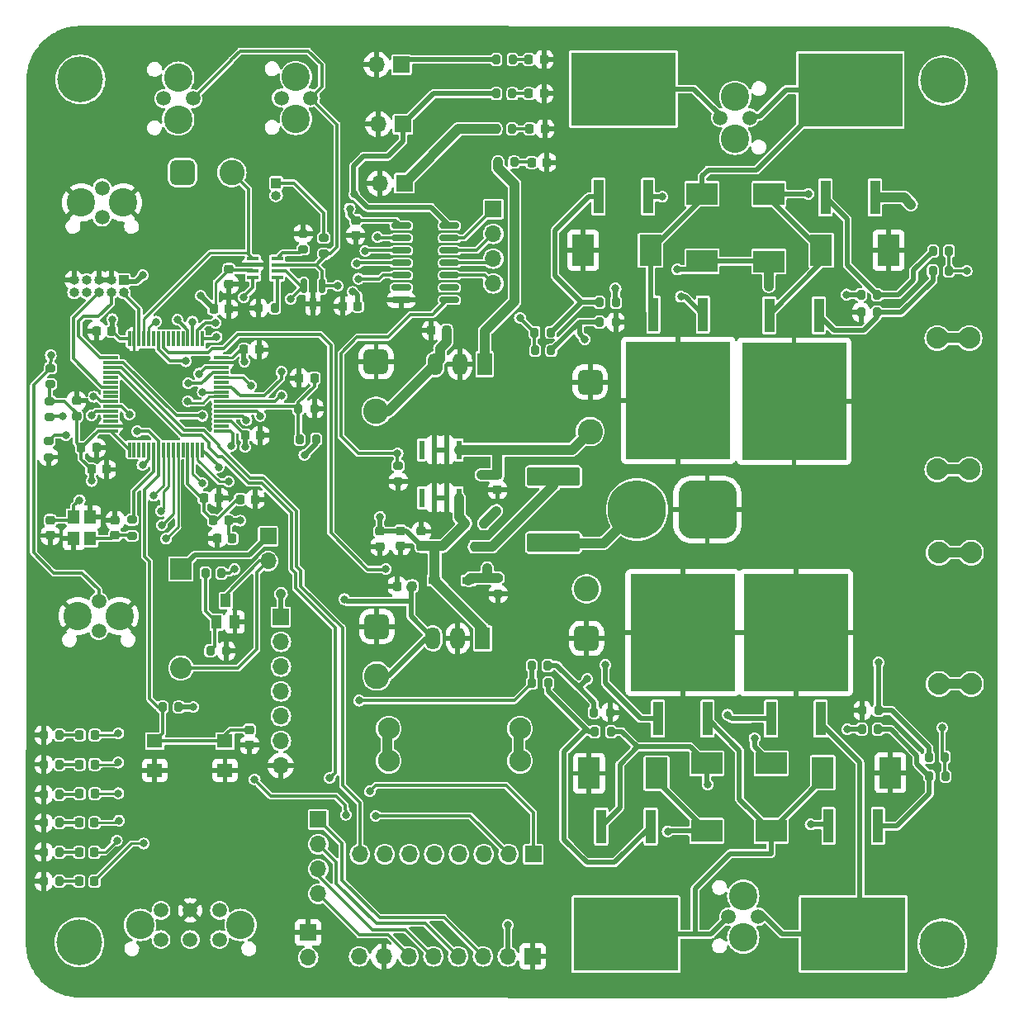
<source format=gbr>
%TF.GenerationSoftware,KiCad,Pcbnew,7.0.10*%
%TF.CreationDate,2024-11-02T13:10:27-06:00*%
%TF.ProjectId,RevA_Mecanismos,52657641-5f4d-4656-9361-6e69736d6f73,rev?*%
%TF.SameCoordinates,Original*%
%TF.FileFunction,Copper,L1,Top*%
%TF.FilePolarity,Positive*%
%FSLAX46Y46*%
G04 Gerber Fmt 4.6, Leading zero omitted, Abs format (unit mm)*
G04 Created by KiCad (PCBNEW 7.0.10) date 2024-11-02 13:10:27*
%MOMM*%
%LPD*%
G01*
G04 APERTURE LIST*
G04 Aperture macros list*
%AMRoundRect*
0 Rectangle with rounded corners*
0 $1 Rounding radius*
0 $2 $3 $4 $5 $6 $7 $8 $9 X,Y pos of 4 corners*
0 Add a 4 corners polygon primitive as box body*
4,1,4,$2,$3,$4,$5,$6,$7,$8,$9,$2,$3,0*
0 Add four circle primitives for the rounded corners*
1,1,$1+$1,$2,$3*
1,1,$1+$1,$4,$5*
1,1,$1+$1,$6,$7*
1,1,$1+$1,$8,$9*
0 Add four rect primitives between the rounded corners*
20,1,$1+$1,$2,$3,$4,$5,0*
20,1,$1+$1,$4,$5,$6,$7,0*
20,1,$1+$1,$6,$7,$8,$9,0*
20,1,$1+$1,$8,$9,$2,$3,0*%
G04 Aperture macros list end*
%TA.AperFunction,SMDPad,CuDef*%
%ADD10RoundRect,0.200000X-0.200000X-0.275000X0.200000X-0.275000X0.200000X0.275000X-0.200000X0.275000X0*%
%TD*%
%TA.AperFunction,SMDPad,CuDef*%
%ADD11RoundRect,0.218750X-0.218750X-0.256250X0.218750X-0.256250X0.218750X0.256250X-0.218750X0.256250X0*%
%TD*%
%TA.AperFunction,SMDPad,CuDef*%
%ADD12R,3.180000X2.250000*%
%TD*%
%TA.AperFunction,SMDPad,CuDef*%
%ADD13RoundRect,0.200000X-0.275000X0.200000X-0.275000X-0.200000X0.275000X-0.200000X0.275000X0.200000X0*%
%TD*%
%TA.AperFunction,SMDPad,CuDef*%
%ADD14RoundRect,0.225000X-0.225000X-0.250000X0.225000X-0.250000X0.225000X0.250000X-0.225000X0.250000X0*%
%TD*%
%TA.AperFunction,ComponentPad*%
%ADD15C,1.520000*%
%TD*%
%TA.AperFunction,ComponentPad*%
%ADD16C,2.909999*%
%TD*%
%TA.AperFunction,ComponentPad*%
%ADD17RoundRect,0.650000X-0.650000X0.650000X-0.650000X-0.650000X0.650000X-0.650000X0.650000X0.650000X0*%
%TD*%
%TA.AperFunction,ComponentPad*%
%ADD18C,2.600000*%
%TD*%
%TA.AperFunction,ComponentPad*%
%ADD19RoundRect,0.650000X0.650000X-0.650000X0.650000X0.650000X-0.650000X0.650000X-0.650000X-0.650000X0*%
%TD*%
%TA.AperFunction,SMDPad,CuDef*%
%ADD20RoundRect,0.225000X0.225000X0.250000X-0.225000X0.250000X-0.225000X-0.250000X0.225000X-0.250000X0*%
%TD*%
%TA.AperFunction,ComponentPad*%
%ADD21C,2.235200*%
%TD*%
%TA.AperFunction,SMDPad,CuDef*%
%ADD22RoundRect,0.225000X0.250000X-0.225000X0.250000X0.225000X-0.250000X0.225000X-0.250000X-0.225000X0*%
%TD*%
%TA.AperFunction,SMDPad,CuDef*%
%ADD23RoundRect,0.200000X0.200000X0.275000X-0.200000X0.275000X-0.200000X-0.275000X0.200000X-0.275000X0*%
%TD*%
%TA.AperFunction,SMDPad,CuDef*%
%ADD24R,2.250000X3.180000*%
%TD*%
%TA.AperFunction,ComponentPad*%
%ADD25C,4.700000*%
%TD*%
%TA.AperFunction,ComponentPad*%
%ADD26R,1.500000X2.300000*%
%TD*%
%TA.AperFunction,ComponentPad*%
%ADD27O,1.500000X2.300000*%
%TD*%
%TA.AperFunction,SMDPad,CuDef*%
%ADD28RoundRect,0.200000X0.275000X-0.200000X0.275000X0.200000X-0.275000X0.200000X-0.275000X-0.200000X0*%
%TD*%
%TA.AperFunction,ComponentPad*%
%ADD29R,2.200000X2.200000*%
%TD*%
%TA.AperFunction,ComponentPad*%
%ADD30O,2.200000X2.200000*%
%TD*%
%TA.AperFunction,SMDPad,CuDef*%
%ADD31R,1.041400X3.505200*%
%TD*%
%TA.AperFunction,SMDPad,CuDef*%
%ADD32R,10.718800X7.569200*%
%TD*%
%TA.AperFunction,ComponentPad*%
%ADD33R,1.700000X1.700000*%
%TD*%
%TA.AperFunction,ComponentPad*%
%ADD34O,1.700000X1.700000*%
%TD*%
%TA.AperFunction,SMDPad,CuDef*%
%ADD35RoundRect,0.218750X0.218750X0.256250X-0.218750X0.256250X-0.218750X-0.256250X0.218750X-0.256250X0*%
%TD*%
%TA.AperFunction,ComponentPad*%
%ADD36R,1.000000X1.000000*%
%TD*%
%TA.AperFunction,ComponentPad*%
%ADD37O,1.000000X1.000000*%
%TD*%
%TA.AperFunction,SMDPad,CuDef*%
%ADD38RoundRect,0.225000X-0.250000X0.225000X-0.250000X-0.225000X0.250000X-0.225000X0.250000X0.225000X0*%
%TD*%
%TA.AperFunction,SMDPad,CuDef*%
%ADD39R,1.200000X0.450000*%
%TD*%
%TA.AperFunction,SMDPad,CuDef*%
%ADD40R,10.718800X12.039600*%
%TD*%
%TA.AperFunction,ComponentPad*%
%ADD41RoundRect,1.500000X1.500000X1.500000X-1.500000X1.500000X-1.500000X-1.500000X1.500000X-1.500000X0*%
%TD*%
%TA.AperFunction,ComponentPad*%
%ADD42C,6.000000*%
%TD*%
%TA.AperFunction,SMDPad,CuDef*%
%ADD43R,1.200000X1.400000*%
%TD*%
%TA.AperFunction,SMDPad,CuDef*%
%ADD44R,1.000000X1.400000*%
%TD*%
%TA.AperFunction,SMDPad,CuDef*%
%ADD45RoundRect,0.150000X-0.825000X-0.150000X0.825000X-0.150000X0.825000X0.150000X-0.825000X0.150000X0*%
%TD*%
%TA.AperFunction,SMDPad,CuDef*%
%ADD46R,1.150000X0.800000*%
%TD*%
%TA.AperFunction,SMDPad,CuDef*%
%ADD47R,0.600000X1.000000*%
%TD*%
%TA.AperFunction,SMDPad,CuDef*%
%ADD48RoundRect,0.150000X-0.150000X0.587500X-0.150000X-0.587500X0.150000X-0.587500X0.150000X0.587500X0*%
%TD*%
%TA.AperFunction,ComponentPad*%
%ADD49RoundRect,0.650000X-0.650000X-0.650000X0.650000X-0.650000X0.650000X0.650000X-0.650000X0.650000X0*%
%TD*%
%TA.AperFunction,SMDPad,CuDef*%
%ADD50R,0.533400X1.981200*%
%TD*%
%TA.AperFunction,SMDPad,CuDef*%
%ADD51RoundRect,0.075000X0.075000X-0.700000X0.075000X0.700000X-0.075000X0.700000X-0.075000X-0.700000X0*%
%TD*%
%TA.AperFunction,SMDPad,CuDef*%
%ADD52RoundRect,0.075000X0.700000X-0.075000X0.700000X0.075000X-0.700000X0.075000X-0.700000X-0.075000X0*%
%TD*%
%TA.AperFunction,SMDPad,CuDef*%
%ADD53RoundRect,0.250000X2.475000X-0.712500X2.475000X0.712500X-2.475000X0.712500X-2.475000X-0.712500X0*%
%TD*%
%TA.AperFunction,SMDPad,CuDef*%
%ADD54R,1.600000X1.400000*%
%TD*%
%TA.AperFunction,ViaPad*%
%ADD55C,0.800000*%
%TD*%
%TA.AperFunction,Conductor*%
%ADD56C,1.000000*%
%TD*%
%TA.AperFunction,Conductor*%
%ADD57C,0.300000*%
%TD*%
%TA.AperFunction,Conductor*%
%ADD58C,0.500000*%
%TD*%
%TA.AperFunction,Conductor*%
%ADD59C,0.250000*%
%TD*%
G04 APERTURE END LIST*
D10*
%TO.P,R34,1*%
%TO.N,Net-(Q6-G)*%
X136175000Y-117675000D03*
%TO.P,R34,2*%
%TO.N,Net-(Q4-S)*%
X137825000Y-117675000D03*
%TD*%
D11*
%TO.P,D7,1,K*%
%TO.N,Net-(D7-K)*%
X83345100Y-118008500D03*
%TO.P,D7,2,A*%
%TO.N,DEBUG_1*%
X84920100Y-118008500D03*
%TD*%
D12*
%TO.P,D19,A*%
%TO.N,WPM_-*%
X154250000Y-127827500D03*
%TO.P,D19,C*%
%TO.N,Net-(Q4-S)*%
X154250000Y-120917500D03*
%TD*%
D13*
%TO.P,R40,1*%
%TO.N,LEVEL_SHIFTER*%
X116025000Y-90375000D03*
%TO.P,R40,2*%
%TO.N,GND*%
X116025000Y-92025000D03*
%TD*%
D14*
%TO.P,C3,1*%
%TO.N,+3.3V*%
X83523400Y-88558500D03*
%TO.P,C3,2*%
%TO.N,GND*%
X85073400Y-88558500D03*
%TD*%
%TO.P,C7,1*%
%TO.N,+3.3VA*%
X96101400Y-93675700D03*
%TO.P,C7,2*%
%TO.N,GND*%
X97651400Y-93675700D03*
%TD*%
D15*
%TO.P,J10,1,1*%
%TO.N,WP_+*%
X149060000Y-54725001D03*
%TO.P,J10,2,2*%
%TO.N,WP_-*%
X152059999Y-54725001D03*
D16*
%TO.P,J10,P1,P1*%
%TO.N,unconnected-(J10-PadP1)*%
X150560000Y-56874999D03*
%TO.P,J10,P2,P2*%
%TO.N,unconnected-(J10-PadP2)*%
X150560000Y-52575003D03*
%TD*%
D10*
%TO.P,R39,1*%
%TO.N,WP_TIM1_CH2*%
X130050800Y-78579200D03*
%TO.P,R39,2*%
%TO.N,Net-(U6-G)*%
X131700800Y-78579200D03*
%TD*%
D17*
%TO.P,TP2,1,1*%
%TO.N,GND*%
X113837000Y-106879900D03*
D18*
%TO.P,TP2,2,2*%
%TO.N,+5V*%
X113837000Y-111959900D03*
%TD*%
D19*
%TO.P,TP4,1,1*%
%TO.N,GND*%
X135327000Y-108091100D03*
D18*
%TO.P,TP4,2,2*%
%TO.N,+VMOT*%
X135327000Y-103011100D03*
%TD*%
D14*
%TO.P,C18,1*%
%TO.N,GND*%
X119425000Y-76525000D03*
%TO.P,C18,2*%
%TO.N,+3.3V*%
X120975000Y-76525000D03*
%TD*%
D10*
%TO.P,R29,1*%
%TO.N,GND*%
X163460000Y-74675000D03*
%TO.P,R29,2*%
%TO.N,Net-(U4-G)*%
X165110000Y-74675000D03*
%TD*%
%TO.P,R37,1*%
%TO.N,WPM_TIM1_CH1N*%
X129750000Y-112675000D03*
%TO.P,R37,2*%
%TO.N,Net-(Q6-G)*%
X131400000Y-112675000D03*
%TD*%
D20*
%TO.P,C4,1*%
%TO.N,+3.3V*%
X86651400Y-76575700D03*
%TO.P,C4,2*%
%TO.N,GND*%
X85101400Y-76575700D03*
%TD*%
D15*
%TO.P,J6,1,1*%
%TO.N,UART_TX*%
X85670000Y-61913900D03*
%TO.P,J6,2,2*%
%TO.N,UART_RX*%
X85670000Y-64913899D03*
D16*
%TO.P,J6,P1,P1*%
%TO.N,GND*%
X83520002Y-63413900D03*
%TO.P,J6,P2,P2*%
X87819998Y-63413900D03*
%TD*%
D13*
%TO.P,R6,1*%
%TO.N,BOOT0*%
X80183600Y-87860500D03*
%TO.P,R6,2*%
%TO.N,GND*%
X80183600Y-89510500D03*
%TD*%
D21*
%TO.P,J20,1,1*%
%TO.N,+12V*%
X115052400Y-117339900D03*
%TO.P,J20,2,2*%
X115052400Y-120641900D03*
%TO.P,J20,3,3*%
%TO.N,Net-(J12-Pin_8)*%
X128514400Y-117339900D03*
%TO.P,J20,4,4*%
X128514400Y-120641900D03*
%TD*%
D14*
%TO.P,C2,1*%
%TO.N,+3.3V*%
X100200000Y-78500000D03*
%TO.P,C2,2*%
%TO.N,GND*%
X101750000Y-78500000D03*
%TD*%
D22*
%TO.P,C20,1*%
%TO.N,GND*%
X126200000Y-92875000D03*
%TO.P,C20,2*%
%TO.N,+12V*%
X126200000Y-91325000D03*
%TD*%
D23*
%TO.P,R16,1*%
%TO.N,Net-(D5-A)*%
X127734300Y-48751400D03*
%TO.P,R16,2*%
%TO.N,+3.3V*%
X126084300Y-48751400D03*
%TD*%
%TO.P,R36,1*%
%TO.N,WP_TIM1_CH2N*%
X172500400Y-68367600D03*
%TO.P,R36,2*%
%TO.N,Net-(Q5-G)*%
X170850400Y-68367600D03*
%TD*%
%TO.P,R17,1*%
%TO.N,Net-(D6-A)*%
X127723700Y-52250800D03*
%TO.P,R17,2*%
%TO.N,+5V*%
X126073700Y-52250800D03*
%TD*%
D24*
%TO.P,D16,A*%
%TO.N,GND*%
X135587800Y-121935100D03*
%TO.P,D16,C*%
%TO.N,WPM_+*%
X142497800Y-121935100D03*
%TD*%
D25*
%TO.P,H2,1*%
%TO.N,N/C*%
X171877600Y-50890300D03*
%TD*%
D22*
%TO.P,C5,1*%
%TO.N,+3.3V*%
X83028400Y-85294900D03*
%TO.P,C5,2*%
%TO.N,GND*%
X83028400Y-83744900D03*
%TD*%
D26*
%TO.P,U2,1,IN*%
%TO.N,+VMOT*%
X124875000Y-80000000D03*
D27*
%TO.P,U2,2,GND*%
%TO.N,GND*%
X122335000Y-80000000D03*
%TO.P,U2,3,OUT*%
%TO.N,+3.3V*%
X119795000Y-80000000D03*
%TD*%
D14*
%TO.P,C6,1*%
%TO.N,+3.3V*%
X100325800Y-87288500D03*
%TO.P,C6,2*%
%TO.N,GND*%
X101875800Y-87288500D03*
%TD*%
D15*
%TO.P,J5,1,1*%
%TO.N,CAN_P*%
X94967800Y-52753502D03*
%TO.P,J5,2,2*%
%TO.N,CAN_N*%
X91967801Y-52753502D03*
D16*
%TO.P,J5,P1,P1*%
%TO.N,unconnected-(J5-PadP1)*%
X93467800Y-50603504D03*
%TO.P,J5,P2,P2*%
%TO.N,unconnected-(J5-PadP2)*%
X93467800Y-54903500D03*
%TD*%
D23*
%TO.P,R26,1*%
%TO.N,Net-(U5-G)*%
X131349200Y-110871600D03*
%TO.P,R26,2*%
%TO.N,WPM_TIM1_CH1N*%
X129699200Y-110871600D03*
%TD*%
D22*
%TO.P,C16,1*%
%TO.N,GND*%
X116282000Y-98623900D03*
%TO.P,C16,2*%
%TO.N,+VMOT*%
X116282000Y-97073900D03*
%TD*%
%TO.P,C13,1*%
%TO.N,GND*%
X98676400Y-71800700D03*
%TO.P,C13,2*%
%TO.N,+3.3V*%
X98676400Y-70250700D03*
%TD*%
D11*
%TO.P,D10,1,K*%
%TO.N,Net-(D10-K)*%
X83307600Y-127008500D03*
%TO.P,D10,2,A*%
%TO.N,DEBUG_4*%
X84882600Y-127008500D03*
%TD*%
D21*
%TO.P,J9,1,1*%
%TO.N,+12V*%
X174747800Y-99302700D03*
%TO.P,J9,2,2*%
X171445800Y-99302700D03*
%TO.P,J9,3,3*%
%TO.N,Net-(Q4-S)*%
X174747800Y-112764700D03*
%TO.P,J9,4,4*%
X171445800Y-112764700D03*
%TD*%
D15*
%TO.P,J11,1,1*%
%TO.N,WPM_+*%
X152900000Y-136625002D03*
%TO.P,J11,2,2*%
%TO.N,WPM_-*%
X149900001Y-136625002D03*
D16*
%TO.P,J11,P1,P1*%
%TO.N,unconnected-(J11-PadP1)*%
X151400000Y-134475004D03*
%TO.P,J11,P2,P2*%
%TO.N,unconnected-(J11-PadP2)*%
X151400000Y-138775000D03*
%TD*%
D28*
%TO.P,R10,1*%
%TO.N,CAN_P*%
X108400000Y-68675700D03*
%TO.P,R10,2*%
%TO.N,Net-(J3-Pin_1)*%
X108400000Y-67025700D03*
%TD*%
D29*
%TO.P,D1,1,K*%
%TO.N,+5V*%
X93735000Y-100979100D03*
D30*
%TO.P,D1,2,A*%
%TO.N,/Net-(D1-A)*%
X93735000Y-111139100D03*
%TD*%
D31*
%TO.P,Q6,1,G*%
%TO.N,Net-(Q6-G)*%
X141909400Y-127371200D03*
D32*
%TO.P,Q6,2,D*%
%TO.N,WPM_-*%
X139369400Y-138419200D03*
D31*
%TO.P,Q6,3,S*%
%TO.N,Net-(Q4-S)*%
X136829400Y-127371200D03*
%TD*%
D23*
%TO.P,R15,1*%
%TO.N,Net-(D4-A)*%
X127696800Y-55861900D03*
%TO.P,R15,2*%
%TO.N,+12V*%
X126046800Y-55861900D03*
%TD*%
%TO.P,R19,1*%
%TO.N,Net-(D8-K)*%
X81300100Y-121008500D03*
%TO.P,R19,2*%
%TO.N,GND*%
X79650100Y-121008500D03*
%TD*%
D13*
%TO.P,R1,1*%
%TO.N,+3.3V*%
X80259800Y-83771100D03*
%TO.P,R1,2*%
%TO.N,SDA*%
X80259800Y-85421100D03*
%TD*%
D20*
%TO.P,C15,1*%
%TO.N,VREAD*%
X107426200Y-81408400D03*
%TO.P,C15,2*%
%TO.N,GND*%
X105876200Y-81408400D03*
%TD*%
D33*
%TO.P,J12,1,Pin_1*%
%TO.N,GND*%
X129789800Y-140704700D03*
D34*
%TO.P,J12,2,Pin_2*%
%TO.N,+3.3V*%
X127249800Y-140704700D03*
%TO.P,J12,3,Pin_3*%
%TO.N,M2B*%
X124709800Y-140704700D03*
%TO.P,J12,4,Pin_4*%
%TO.N,M2A*%
X122169800Y-140704700D03*
%TO.P,J12,5,Pin_5*%
%TO.N,M1A*%
X119629800Y-140704700D03*
%TO.P,J12,6,Pin_6*%
%TO.N,M1B*%
X117089800Y-140704700D03*
%TO.P,J12,7,Pin_7*%
%TO.N,GND*%
X114549800Y-140704700D03*
%TO.P,J12,8,Pin_8*%
%TO.N,Net-(J12-Pin_8)*%
X112009800Y-140704700D03*
%TD*%
D23*
%TO.P,R3,1*%
%TO.N,IO_1*%
X97890000Y-101395000D03*
%TO.P,R3,2*%
%TO.N,Net-(Q1-Pad1)*%
X96240000Y-101395000D03*
%TD*%
D14*
%TO.P,C23,1*%
%TO.N,GND*%
X110325000Y-74025000D03*
%TO.P,C23,2*%
%TO.N,+5V*%
X111875000Y-74025000D03*
%TD*%
D35*
%TO.P,D6,1,K*%
%TO.N,GND*%
X130975000Y-52249200D03*
%TO.P,D6,2,A*%
%TO.N,Net-(D6-A)*%
X129400000Y-52249200D03*
%TD*%
D25*
%TO.P,H3,1*%
%TO.N,N/C*%
X83335600Y-139261700D03*
%TD*%
D36*
%TO.P,J3,1,Pin_1*%
%TO.N,Net-(J3-Pin_1)*%
X103500000Y-61405000D03*
D37*
%TO.P,J3,2,Pin_2*%
%TO.N,CAN_N*%
X103500000Y-62675000D03*
%TD*%
D24*
%TO.P,D14,A*%
%TO.N,GND*%
X166291900Y-68301000D03*
%TO.P,D14,C*%
%TO.N,WP_+*%
X159381900Y-68301000D03*
%TD*%
D12*
%TO.P,D13,A*%
%TO.N,WP_+*%
X154030000Y-62534600D03*
%TO.P,D13,C*%
%TO.N,Net-(Q3-S)*%
X154030000Y-69444600D03*
%TD*%
D11*
%TO.P,D12,1,K*%
%TO.N,Net-(D12-K)*%
X83307600Y-133008500D03*
%TO.P,D12,2,A*%
%TO.N,DEBUG_6*%
X84882600Y-133008500D03*
%TD*%
D12*
%TO.P,D17,A*%
%TO.N,WP_-*%
X147172000Y-62516100D03*
%TO.P,D17,C*%
%TO.N,Net-(Q3-S)*%
X147172000Y-69426100D03*
%TD*%
D33*
%TO.P,J21,1,Pin_1*%
%TO.N,M2B*%
X107818800Y-126658500D03*
D34*
%TO.P,J21,2,Pin_2*%
%TO.N,M2A*%
X107818800Y-129198500D03*
%TO.P,J21,3,Pin_3*%
%TO.N,M1A*%
X107818800Y-131738500D03*
%TO.P,J21,4,Pin_4*%
%TO.N,M1B*%
X107818800Y-134278500D03*
%TD*%
D10*
%TO.P,R35,1*%
%TO.N,GND*%
X163597200Y-115482500D03*
%TO.P,R35,2*%
%TO.N,Net-(U7-G)*%
X165247200Y-115482500D03*
%TD*%
D38*
%TO.P,C17,1*%
%TO.N,GND*%
X118400000Y-97125000D03*
%TO.P,C17,2*%
%TO.N,+VMOT*%
X118400000Y-98675000D03*
%TD*%
D39*
%TO.P,IC1,1,TXD*%
%TO.N,CAN_TX*%
X101107800Y-69144100D03*
%TO.P,IC1,2,GND*%
%TO.N,GND*%
X101107800Y-69794100D03*
%TO.P,IC1,3,VDD*%
%TO.N,+3.3V*%
X101107800Y-70444100D03*
%TO.P,IC1,4,RXD*%
%TO.N,CAN_RX*%
X101107800Y-71094100D03*
%TO.P,IC1,5,SHDN*%
%TO.N,Net-(IC1-SHDN)*%
X103607800Y-71094100D03*
%TO.P,IC1,6,CANL*%
%TO.N,CAN_N*%
X103607800Y-70444100D03*
%TO.P,IC1,7,CANH*%
%TO.N,CAN_P*%
X103607800Y-69794100D03*
%TO.P,IC1,8,STBY*%
%TO.N,Net-(IC1-STBY)*%
X103607800Y-69144100D03*
%TD*%
D22*
%TO.P,C22,1*%
%TO.N,GND*%
X111650000Y-66775000D03*
%TO.P,C22,2*%
%TO.N,+3.3V*%
X111650000Y-65225000D03*
%TD*%
D38*
%TO.P,C12,1*%
%TO.N,NRST*%
X100776400Y-117477500D03*
%TO.P,C12,2*%
%TO.N,GND*%
X100776400Y-119027500D03*
%TD*%
D23*
%TO.P,R33,1*%
%TO.N,GND*%
X138325000Y-75675000D03*
%TO.P,R33,2*%
%TO.N,Net-(U6-G)*%
X136675000Y-75675000D03*
%TD*%
D10*
%TO.P,R25,1*%
%TO.N,Net-(Q4-G)*%
X170475800Y-122205400D03*
%TO.P,R25,2*%
%TO.N,WPM_TIM1_CH1*%
X172125800Y-122205400D03*
%TD*%
D33*
%TO.P,J14,1,Pin_1*%
%TO.N,GND*%
X106777400Y-138261300D03*
D34*
%TO.P,J14,2,Pin_2*%
%TO.N,Net-(J14-Pin_2)*%
X106777400Y-140801300D03*
%TD*%
D23*
%TO.P,R21,1*%
%TO.N,Net-(D10-K)*%
X81300100Y-127008500D03*
%TO.P,R21,2*%
%TO.N,GND*%
X79650100Y-127008500D03*
%TD*%
D31*
%TO.P,U6,1,G*%
%TO.N,Net-(U6-G)*%
X147249200Y-74879100D03*
D40*
%TO.P,U6,2,S*%
%TO.N,GND*%
X144709200Y-83692900D03*
D31*
%TO.P,U6,3,D*%
%TO.N,WP_-*%
X142169200Y-74879100D03*
%TD*%
D17*
%TO.P,TP1,1,1*%
%TO.N,GND*%
X135700000Y-81810000D03*
D18*
%TO.P,TP1,2,2*%
%TO.N,+12V*%
X135700000Y-86890000D03*
%TD*%
D41*
%TO.P,BT1,1,-*%
%TO.N,GND*%
X147708600Y-94883100D03*
D42*
%TO.P,BT1,2,+*%
%TO.N,Net-(BT1-+)*%
X140508600Y-94883100D03*
%TD*%
D13*
%TO.P,R2,1*%
%TO.N,SCL*%
X80386800Y-80379700D03*
%TO.P,R2,2*%
%TO.N,+3.3V*%
X80386800Y-82029700D03*
%TD*%
D17*
%TO.P,TP3,1,1*%
%TO.N,GND*%
X113756400Y-79736700D03*
D18*
%TO.P,TP3,2,2*%
%TO.N,+3.3V*%
X113756400Y-84816700D03*
%TD*%
D43*
%TO.P,Y1,1,1*%
%TO.N,/Net-(C11-Pad1)*%
X84450000Y-97875000D03*
%TO.P,Y1,2,2*%
%TO.N,GND*%
X84450000Y-95675000D03*
%TO.P,Y1,3,3*%
%TO.N,HSE_IN*%
X82750000Y-95675000D03*
%TO.P,Y1,4,4*%
%TO.N,GND*%
X82750000Y-97875000D03*
%TD*%
D31*
%TO.P,Q5,1,G*%
%TO.N,Net-(Q5-G)*%
X159821200Y-62890800D03*
D32*
%TO.P,Q5,2,D*%
%TO.N,WP_-*%
X162361200Y-51842800D03*
D31*
%TO.P,Q5,3,S*%
%TO.N,Net-(Q3-S)*%
X164901200Y-62890800D03*
%TD*%
D44*
%TO.P,Q1,1*%
%TO.N,Net-(Q1-Pad1)*%
X97376400Y-106425700D03*
%TO.P,Q1,2*%
%TO.N,GND*%
X99276400Y-106425700D03*
%TO.P,Q1,3*%
%TO.N,/Net-(D1-A)*%
X98326400Y-104225700D03*
%TD*%
D11*
%TO.P,D11,1,K*%
%TO.N,Net-(D11-K)*%
X83307600Y-130008500D03*
%TO.P,D11,2,A*%
%TO.N,DEBUG_5*%
X84882600Y-130008500D03*
%TD*%
D45*
%TO.P,U8,1,VCCA*%
%TO.N,+3.3V*%
X116325000Y-65790000D03*
%TO.P,U8,2,A1*%
%TO.N,IO_7*%
X116325000Y-67060000D03*
%TO.P,U8,3,A2*%
%TO.N,IO_8*%
X116325000Y-68330000D03*
%TO.P,U8,4,A3*%
%TO.N,IO_9*%
X116325000Y-69600000D03*
%TO.P,U8,5,A4*%
%TO.N,IO_10*%
X116325000Y-70870000D03*
%TO.P,U8,6,NC*%
%TO.N,unconnected-(U8-NC-Pad6)*%
X116325000Y-72140000D03*
%TO.P,U8,7,GND*%
%TO.N,GND*%
X116325000Y-73410000D03*
%TO.P,U8,8,OE*%
%TO.N,LEVEL_SHIFTER*%
X121275000Y-73410000D03*
%TO.P,U8,9,NC*%
%TO.N,unconnected-(U8-NC-Pad9)*%
X121275000Y-72140000D03*
%TO.P,U8,10,B4*%
%TO.N,SB4*%
X121275000Y-70870000D03*
%TO.P,U8,11,B3*%
%TO.N,SB3*%
X121275000Y-69600000D03*
%TO.P,U8,12,B2*%
%TO.N,SB2*%
X121275000Y-68330000D03*
%TO.P,U8,13,B1*%
%TO.N,SB1*%
X121275000Y-67060000D03*
%TO.P,U8,14,VCCB*%
%TO.N,+5V*%
X121275000Y-65790000D03*
%TD*%
D38*
%TO.P,C10,1*%
%TO.N,HSE_IN*%
X80350000Y-96000000D03*
%TO.P,C10,2*%
%TO.N,GND*%
X80350000Y-97550000D03*
%TD*%
D35*
%TO.P,D4,1,K*%
%TO.N,GND*%
X131075000Y-55849200D03*
%TO.P,D4,2,A*%
%TO.N,Net-(D4-A)*%
X129500000Y-55849200D03*
%TD*%
D46*
%TO.P,Z1,1*%
%TO.N,+VMOT*%
X119725000Y-102150000D03*
%TO.P,Z1,2*%
%TO.N,Net-(Q2-Pad1)*%
X123225000Y-102150000D03*
%TD*%
D24*
%TO.P,D20,A*%
%TO.N,GND*%
X166464900Y-121859400D03*
%TO.P,D20,C*%
%TO.N,WPM_-*%
X159554900Y-121859400D03*
%TD*%
D23*
%TO.P,R31,1*%
%TO.N,GND*%
X137750000Y-115675000D03*
%TO.P,R31,2*%
%TO.N,Net-(U5-G)*%
X136100000Y-115675000D03*
%TD*%
%TO.P,R38,1*%
%TO.N,WPM_TIM1_CH1*%
X172075000Y-120275000D03*
%TO.P,R38,2*%
%TO.N,Net-(U7-G)*%
X170425000Y-120275000D03*
%TD*%
D15*
%TO.P,J15,1,1*%
%TO.N,+VMOT*%
X91701401Y-135975701D03*
%TO.P,J15,2,2*%
%TO.N,GND*%
X94701400Y-135975701D03*
%TO.P,J15,3,3*%
%TO.N,Net-(J14-Pin_2)*%
X97701399Y-135975701D03*
%TO.P,J15,4,4*%
%TO.N,CAN_N*%
X91701401Y-138975700D03*
%TO.P,J15,5,5*%
%TO.N,CAN_P*%
X94701400Y-138975700D03*
%TO.P,J15,6,6*%
%TO.N,unconnected-(J15-Pad6)*%
X97701399Y-138975700D03*
D16*
%TO.P,J15,P1,P1*%
%TO.N,unconnected-(J15-PadP1)*%
X89551403Y-137475701D03*
%TO.P,J15,P2,P2*%
%TO.N,unconnected-(J15-PadP2)*%
X99851397Y-137475701D03*
%TD*%
D47*
%TO.P,Q2,1*%
%TO.N,Net-(Q2-Pad1)*%
X124800000Y-96300000D03*
%TO.P,Q2,2*%
%TO.N,+VMOT*%
X122900000Y-96300000D03*
%TO.P,Q2,3*%
%TO.N,BATT_CONN*%
X123850000Y-98700000D03*
%TD*%
D33*
%TO.P,J18,1,Pin_1*%
%TO.N,+5V*%
X116494600Y-55383800D03*
D34*
%TO.P,J18,2,Pin_2*%
%TO.N,GND*%
X113954600Y-55383800D03*
%TD*%
D10*
%TO.P,R28,1*%
%TO.N,Net-(Q3-G)*%
X136675000Y-73617600D03*
%TO.P,R28,2*%
%TO.N,Net-(Q3-S)*%
X138325000Y-73617600D03*
%TD*%
D22*
%TO.P,C21,1*%
%TO.N,GND*%
X114150000Y-98675000D03*
%TO.P,C21,2*%
%TO.N,+VMOT*%
X114150000Y-97125000D03*
%TD*%
D13*
%TO.P,R5,1*%
%TO.N,HSE_OUT*%
X88716100Y-95937700D03*
%TO.P,R5,2*%
%TO.N,/Net-(C11-Pad1)*%
X88716100Y-97587700D03*
%TD*%
D31*
%TO.P,Q4,1,G*%
%TO.N,Net-(Q4-G)*%
X165201200Y-127345800D03*
D32*
%TO.P,Q4,2,D*%
%TO.N,WPM_+*%
X162661200Y-138393800D03*
D31*
%TO.P,Q4,3,S*%
%TO.N,Net-(Q4-S)*%
X160121200Y-127345800D03*
%TD*%
D26*
%TO.P,U3,1,IN*%
%TO.N,+VMOT*%
X124672000Y-108092500D03*
D27*
%TO.P,U3,2,GND*%
%TO.N,GND*%
X122132000Y-108092500D03*
%TO.P,U3,3,OUT*%
%TO.N,+5V*%
X119592000Y-108092500D03*
%TD*%
D23*
%TO.P,R4,1*%
%TO.N,GND*%
X98395400Y-109386500D03*
%TO.P,R4,2*%
%TO.N,Net-(Q1-Pad1)*%
X96745400Y-109386500D03*
%TD*%
D31*
%TO.P,U5,1,G*%
%TO.N,Net-(U5-G)*%
X154250000Y-116320700D03*
D40*
%TO.P,U5,2,S*%
%TO.N,GND*%
X156790000Y-107506900D03*
D31*
%TO.P,U5,3,D*%
%TO.N,WPM_+*%
X159330000Y-116320700D03*
%TD*%
D24*
%TO.P,D18,A*%
%TO.N,GND*%
X134978800Y-68301000D03*
%TO.P,D18,C*%
%TO.N,WP_-*%
X141888800Y-68301000D03*
%TD*%
D31*
%TO.P,U4,1,G*%
%TO.N,Net-(U4-G)*%
X159140000Y-74961200D03*
D40*
%TO.P,U4,2,S*%
%TO.N,GND*%
X156600000Y-83775000D03*
D31*
%TO.P,U4,3,D*%
%TO.N,WP_+*%
X154060000Y-74961200D03*
%TD*%
D48*
%TO.P,D2,1,K*%
%TO.N,CAN_P*%
X108226400Y-71950700D03*
%TO.P,D2,2,K*%
%TO.N,CAN_N*%
X106326400Y-71950700D03*
%TO.P,D2,3,A*%
%TO.N,GND*%
X107276400Y-73825700D03*
%TD*%
D25*
%TO.P,H1,1*%
%TO.N,N/C*%
X83434800Y-50788700D03*
%TD*%
D31*
%TO.P,U7,1,G*%
%TO.N,Net-(U7-G)*%
X142642200Y-116320700D03*
D40*
%TO.P,U7,2,S*%
%TO.N,GND*%
X145182200Y-107506900D03*
D31*
%TO.P,U7,3,D*%
%TO.N,WPM_-*%
X147722200Y-116320700D03*
%TD*%
D22*
%TO.P,C11,1*%
%TO.N,/Net-(C11-Pad1)*%
X86983700Y-97529900D03*
%TO.P,C11,2*%
%TO.N,GND*%
X86983700Y-95979900D03*
%TD*%
D14*
%TO.P,C19,1*%
%TO.N,GND*%
X115900000Y-102725000D03*
%TO.P,C19,2*%
%TO.N,+5V*%
X117450000Y-102725000D03*
%TD*%
D23*
%TO.P,R7,1*%
%TO.N,+3.3V*%
X93517600Y-115152300D03*
%TO.P,R7,2*%
%TO.N,NRST*%
X91867600Y-115152300D03*
%TD*%
D49*
%TO.P,TP5,1,1*%
%TO.N,CAN_RX*%
X93886400Y-60325700D03*
D18*
%TO.P,TP5,2,2*%
%TO.N,CAN_TX*%
X98966400Y-60325700D03*
%TD*%
D33*
%TO.P,J13,1,Pin_1*%
%TO.N,STPR_DIR*%
X129866000Y-130214500D03*
D34*
%TO.P,J13,2,Pin_2*%
%TO.N,STPR_STEP*%
X127326000Y-130214500D03*
%TO.P,J13,3,Pin_3*%
%TO.N,unconnected-(J13-Pin_3-Pad3)*%
X124786000Y-130214500D03*
%TO.P,J13,4,Pin_4*%
%TO.N,unconnected-(J13-Pin_4-Pad4)*%
X122246000Y-130214500D03*
%TO.P,J13,5,Pin_5*%
%TO.N,unconnected-(J13-Pin_5-Pad5)*%
X119706000Y-130214500D03*
%TO.P,J13,6,Pin_6*%
%TO.N,unconnected-(J13-Pin_6-Pad6)*%
X117166000Y-130214500D03*
%TO.P,J13,7,Pin_7*%
%TO.N,unconnected-(J13-Pin_7-Pad7)*%
X114626000Y-130214500D03*
%TO.P,J13,8,Pin_8*%
%TO.N,STPR_EN*%
X112086000Y-130214500D03*
%TD*%
D23*
%TO.P,R24,1*%
%TO.N,Net-(Q3-G)*%
X131650000Y-76725000D03*
%TO.P,R24,2*%
%TO.N,WP_TIM1_CH2*%
X130000000Y-76725000D03*
%TD*%
%TO.P,R30,1*%
%TO.N,Net-(Q4-G)*%
X165196400Y-117412900D03*
%TO.P,R30,2*%
%TO.N,Net-(Q4-S)*%
X163546400Y-117412900D03*
%TD*%
D50*
%TO.P,CR1,1,VOUT*%
%TO.N,+12V*%
X122255000Y-88761200D03*
%TO.P,CR1,2,GND*%
%TO.N,GND*%
X120985000Y-88761200D03*
%TO.P,CR1,3,GND*%
X119715000Y-88761200D03*
%TO.P,CR1,4,NC*%
%TO.N,unconnected-(CR1-NC-Pad4)*%
X118445000Y-88761200D03*
%TO.P,CR1,5,NC*%
%TO.N,unconnected-(CR1-NC-Pad5)*%
X118445000Y-93688800D03*
%TO.P,CR1,6,GND*%
%TO.N,GND*%
X119715000Y-93688800D03*
%TO.P,CR1,7,GND*%
X120985000Y-93688800D03*
%TO.P,CR1,8,VIN*%
%TO.N,+VMOT*%
X122255000Y-93688800D03*
%TD*%
D11*
%TO.P,D9,1,K*%
%TO.N,Net-(D9-K)*%
X83345100Y-124008500D03*
%TO.P,D9,2,A*%
%TO.N,DEBUG_3*%
X84920100Y-124008500D03*
%TD*%
D10*
%TO.P,R9,1*%
%TO.N,GND*%
X101701400Y-74225700D03*
%TO.P,R9,2*%
%TO.N,Net-(IC1-SHDN)*%
X103351400Y-74225700D03*
%TD*%
D14*
%TO.P,C8,1*%
%TO.N,+3.3VA*%
X99817500Y-93837500D03*
%TO.P,C8,2*%
%TO.N,GND*%
X101367500Y-93837500D03*
%TD*%
D33*
%TO.P,J17,1,Pin_1*%
%TO.N,+3.3V*%
X116350000Y-49275000D03*
D34*
%TO.P,J17,2,Pin_2*%
%TO.N,GND*%
X113810000Y-49275000D03*
%TD*%
D23*
%TO.P,R18,1*%
%TO.N,Net-(D7-K)*%
X81300100Y-118008500D03*
%TO.P,R18,2*%
%TO.N,GND*%
X79650100Y-118008500D03*
%TD*%
D10*
%TO.P,R13,1*%
%TO.N,VREAD*%
X105787800Y-84545300D03*
%TO.P,R13,2*%
%TO.N,GND*%
X107437800Y-84545300D03*
%TD*%
D51*
%TO.P,U1,1,VBAT*%
%TO.N,+3.3V*%
X88447800Y-88747100D03*
%TO.P,U1,2,PC13*%
%TO.N,unconnected-(U1-PC13-Pad2)*%
X88947800Y-88747100D03*
%TO.P,U1,3,PC14*%
%TO.N,unconnected-(U1-PC14-Pad3)*%
X89447800Y-88747100D03*
%TO.P,U1,4,PC15*%
%TO.N,unconnected-(U1-PC15-Pad4)*%
X89947800Y-88747100D03*
%TO.P,U1,5,PH0*%
%TO.N,HSE_IN*%
X90447800Y-88747100D03*
%TO.P,U1,6,PH1*%
%TO.N,HSE_OUT*%
X90947800Y-88747100D03*
%TO.P,U1,7,NRST*%
%TO.N,NRST*%
X91447800Y-88747100D03*
%TO.P,U1,8,PC0*%
%TO.N,DEBUG_1*%
X91947800Y-88747100D03*
%TO.P,U1,9,PC1*%
%TO.N,DEBUG_2*%
X92447800Y-88747100D03*
%TO.P,U1,10,PC2*%
%TO.N,DEBUG_3*%
X92947800Y-88747100D03*
%TO.P,U1,11,PC3*%
%TO.N,DEBUG_4*%
X93447800Y-88747100D03*
%TO.P,U1,12,VSSA*%
%TO.N,unconnected-(U1-VSSA-Pad12)*%
X93947800Y-88747100D03*
%TO.P,U1,13,VDDA*%
%TO.N,+3.3VA*%
X94447800Y-88747100D03*
%TO.P,U1,14,PA0*%
%TO.N,IO_1*%
X94947800Y-88747100D03*
%TO.P,U1,15,PA1*%
%TO.N,IO_2*%
X95447800Y-88747100D03*
%TO.P,U1,16,PA2*%
%TO.N,IO_3*%
X95947800Y-88747100D03*
D52*
%TO.P,U1,17,PA3*%
%TO.N,IO_4*%
X97872800Y-86822100D03*
%TO.P,U1,18,VSS*%
%TO.N,unconnected-(U1-VSS-Pad18)*%
X97872800Y-86322100D03*
%TO.P,U1,19,VDD*%
%TO.N,+3.3V*%
X97872800Y-85822100D03*
%TO.P,U1,20,PA4*%
%TO.N,IO_5*%
X97872800Y-85322100D03*
%TO.P,U1,21,PA5*%
%TO.N,IO_6*%
X97872800Y-84822100D03*
%TO.P,U1,22,PA6*%
%TO.N,VREAD*%
X97872800Y-84322100D03*
%TO.P,U1,23,PA7*%
%TO.N,WPM_TIM1_CH1N*%
X97872800Y-83822100D03*
%TO.P,U1,24,PC4*%
%TO.N,DEBUG_5*%
X97872800Y-83322100D03*
%TO.P,U1,25,PC5*%
%TO.N,DEBUG_6*%
X97872800Y-82822100D03*
%TO.P,U1,26,PB0*%
%TO.N,WP_TIM1_CH2N*%
X97872800Y-82322100D03*
%TO.P,U1,27,PB1*%
%TO.N,unconnected-(U1-PB1-Pad27)*%
X97872800Y-81822100D03*
%TO.P,U1,28,PB2*%
%TO.N,LEVEL_SHIFTER*%
X97872800Y-81322100D03*
%TO.P,U1,29,PB10*%
%TO.N,UART_TX*%
X97872800Y-80822100D03*
%TO.P,U1,30,PB11*%
%TO.N,UART_RX*%
X97872800Y-80322100D03*
%TO.P,U1,31,VSS*%
%TO.N,GND*%
X97872800Y-79822100D03*
%TO.P,U1,32,VDD*%
%TO.N,+3.3V*%
X97872800Y-79322100D03*
D51*
%TO.P,U1,33,PB12*%
%TO.N,IO_7*%
X95947800Y-77397100D03*
%TO.P,U1,34,PB13*%
%TO.N,IO_8*%
X95447800Y-77397100D03*
%TO.P,U1,35,PB14*%
%TO.N,IO_9*%
X94947800Y-77397100D03*
%TO.P,U1,36,PB15*%
%TO.N,IO_10*%
X94447800Y-77397100D03*
%TO.P,U1,37,PC6*%
%TO.N,unconnected-(U1-PC6-Pad37)*%
X93947800Y-77397100D03*
%TO.P,U1,38,PC7*%
%TO.N,unconnected-(U1-PC7-Pad38)*%
X93447800Y-77397100D03*
%TO.P,U1,39,PC8*%
%TO.N,unconnected-(U1-PC8-Pad39)*%
X92947800Y-77397100D03*
%TO.P,U1,40,PC9*%
%TO.N,unconnected-(U1-PC9-Pad40)*%
X92447800Y-77397100D03*
%TO.P,U1,41,PA8*%
%TO.N,WPM_TIM1_CH1*%
X91947800Y-77397100D03*
%TO.P,U1,42,PA9*%
%TO.N,WP_TIM1_CH2*%
X91447800Y-77397100D03*
%TO.P,U1,43,PA10*%
%TO.N,unconnected-(U1-PA10-Pad43)*%
X90947800Y-77397100D03*
%TO.P,U1,44,PA11*%
%TO.N,CAN_RX*%
X90447800Y-77397100D03*
%TO.P,U1,45,PA12*%
%TO.N,CAN_TX*%
X89947800Y-77397100D03*
%TO.P,U1,46,PA13*%
%TO.N,SWDIO*%
X89447800Y-77397100D03*
%TO.P,U1,47,VSS*%
%TO.N,GND*%
X88947800Y-77397100D03*
%TO.P,U1,48,VDD*%
%TO.N,+3.3V*%
X88447800Y-77397100D03*
D52*
%TO.P,U1,49,PA14*%
%TO.N,SWCLK*%
X86522800Y-79322100D03*
%TO.P,U1,50,PA15*%
%TO.N,STPR_STEP*%
X86522800Y-79822100D03*
%TO.P,U1,51,PC10*%
%TO.N,STPR_EN*%
X86522800Y-80322100D03*
%TO.P,U1,52,PC11*%
%TO.N,STPR_DIR*%
X86522800Y-80822100D03*
%TO.P,U1,53,PC12*%
%TO.N,unconnected-(U1-PC12-Pad53)*%
X86522800Y-81322100D03*
%TO.P,U1,54,PD2*%
%TO.N,unconnected-(U1-PD2-Pad54)*%
X86522800Y-81822100D03*
%TO.P,U1,55,PB3*%
%TO.N,SWO*%
X86522800Y-82322100D03*
%TO.P,U1,56,PB4*%
%TO.N,unconnected-(U1-PB4-Pad56)*%
X86522800Y-82822100D03*
%TO.P,U1,57,PB5*%
%TO.N,unconnected-(U1-PB5-Pad57)*%
X86522800Y-83322100D03*
%TO.P,U1,58,PB6*%
%TO.N,SCL*%
X86522800Y-83822100D03*
%TO.P,U1,59,PB7*%
%TO.N,SDA*%
X86522800Y-84322100D03*
%TO.P,U1,60,PH3*%
%TO.N,BOOT0*%
X86522800Y-84822100D03*
%TO.P,U1,61,PB8*%
%TO.N,unconnected-(U1-PB8-Pad61)*%
X86522800Y-85322100D03*
%TO.P,U1,62,PB9*%
%TO.N,unconnected-(U1-PB9-Pad62)*%
X86522800Y-85822100D03*
%TO.P,U1,63,VSS*%
%TO.N,GND*%
X86522800Y-86322100D03*
%TO.P,U1,64,VDD*%
%TO.N,+3.3V*%
X86522800Y-86822100D03*
%TD*%
D23*
%TO.P,R12,1*%
%TO.N,+VMOT*%
X107590200Y-87694900D03*
%TO.P,R12,2*%
%TO.N,VREAD*%
X105940200Y-87694900D03*
%TD*%
%TO.P,R32,1*%
%TO.N,Net-(Q5-G)*%
X165110000Y-72872200D03*
%TO.P,R32,2*%
%TO.N,Net-(Q3-S)*%
X163460000Y-72872200D03*
%TD*%
%TO.P,R20,1*%
%TO.N,Net-(D9-K)*%
X81300100Y-124118500D03*
%TO.P,R20,2*%
%TO.N,GND*%
X79650100Y-124118500D03*
%TD*%
D31*
%TO.P,Q3,1,G*%
%TO.N,Net-(Q3-G)*%
X136571600Y-62828300D03*
D32*
%TO.P,Q3,2,D*%
%TO.N,WP_+*%
X139111600Y-51780300D03*
D31*
%TO.P,Q3,3,S*%
%TO.N,Net-(Q3-S)*%
X141651600Y-62828300D03*
%TD*%
D21*
%TO.P,J8,1,1*%
%TO.N,+12V*%
X174595400Y-77306300D03*
%TO.P,J8,2,2*%
X171293400Y-77306300D03*
%TO.P,J8,3,3*%
%TO.N,Net-(Q3-S)*%
X174595400Y-90768300D03*
%TO.P,J8,4,4*%
X171293400Y-90768300D03*
%TD*%
D20*
%TO.P,C9,1*%
%TO.N,+3.3V*%
X99001400Y-97825700D03*
%TO.P,C9,2*%
%TO.N,GND*%
X97451400Y-97825700D03*
%TD*%
D11*
%TO.P,FB1,1*%
%TO.N,+3.3VA*%
X97050000Y-96025000D03*
%TO.P,FB1,2*%
%TO.N,+3.3V*%
X98625000Y-96025000D03*
%TD*%
D35*
%TO.P,D5,1,K*%
%TO.N,GND*%
X130982400Y-48750200D03*
%TO.P,D5,2,A*%
%TO.N,Net-(D5-A)*%
X129407400Y-48750200D03*
%TD*%
D33*
%TO.P,J1,1,Pin_1*%
%TO.N,+5V*%
X102676400Y-97635700D03*
D34*
%TO.P,J1,2,Pin_2*%
%TO.N,/Net-(D1-A)*%
X102676400Y-100175700D03*
%TD*%
D25*
%TO.P,H4,1*%
%TO.N,N/C*%
X171801400Y-139383900D03*
%TD*%
D35*
%TO.P,D3,1,K*%
%TO.N,GND*%
X131262500Y-59299200D03*
%TO.P,D3,2,A*%
%TO.N,Net-(D3-A)*%
X129687500Y-59299200D03*
%TD*%
D15*
%TO.P,J7,1,1*%
%TO.N,CAN_P*%
X107034400Y-52696499D03*
%TO.P,J7,2,2*%
%TO.N,CAN_N*%
X104034401Y-52696499D03*
D16*
%TO.P,J7,P1,P1*%
%TO.N,unconnected-(J7-PadP1)*%
X105534400Y-50546501D03*
%TO.P,J7,P2,P2*%
%TO.N,unconnected-(J7-PadP2)*%
X105534400Y-54846497D03*
%TD*%
D23*
%TO.P,R22,1*%
%TO.N,Net-(D11-K)*%
X81300100Y-130008500D03*
%TO.P,R22,2*%
%TO.N,GND*%
X79650100Y-130008500D03*
%TD*%
D10*
%TO.P,R27,1*%
%TO.N,Net-(U4-G)*%
X170825000Y-70425000D03*
%TO.P,R27,2*%
%TO.N,WP_TIM1_CH2N*%
X172475000Y-70425000D03*
%TD*%
D53*
%TO.P,F1,1*%
%TO.N,Net-(BT1-+)*%
X131950000Y-98287500D03*
%TO.P,F1,2*%
%TO.N,BATT_CONN*%
X131950000Y-91512500D03*
%TD*%
D28*
%TO.P,R11,1*%
%TO.N,GND*%
X126250000Y-103550000D03*
%TO.P,R11,2*%
%TO.N,Net-(Q2-Pad1)*%
X126250000Y-101900000D03*
%TD*%
D11*
%TO.P,D8,1,K*%
%TO.N,Net-(D8-K)*%
X83345100Y-121008500D03*
%TO.P,D8,2,A*%
%TO.N,DEBUG_2*%
X84920100Y-121008500D03*
%TD*%
D33*
%TO.P,J22,1,Pin_1*%
%TO.N,SB1*%
X125760000Y-64085000D03*
D34*
%TO.P,J22,2,Pin_2*%
%TO.N,SB2*%
X125760000Y-66625000D03*
%TO.P,J22,3,Pin_3*%
%TO.N,SB3*%
X125760000Y-69165000D03*
%TO.P,J22,4,Pin_4*%
%TO.N,SB4*%
X125760000Y-71705000D03*
%TD*%
D13*
%TO.P,R8,1*%
%TO.N,GND*%
X106276400Y-66575700D03*
%TO.P,R8,2*%
%TO.N,Net-(IC1-STBY)*%
X106276400Y-68225700D03*
%TD*%
D33*
%TO.P,J19,1,Pin_1*%
%TO.N,+12V*%
X116650000Y-61425000D03*
D34*
%TO.P,J19,2,Pin_2*%
%TO.N,GND*%
X114110000Y-61425000D03*
%TD*%
D54*
%TO.P,SW1,1,1*%
%TO.N,NRST*%
X91061600Y-118630700D03*
X98261600Y-118630700D03*
%TO.P,SW1,2,2*%
%TO.N,GND*%
X91061600Y-121630700D03*
X98261600Y-121630700D03*
%TD*%
D12*
%TO.P,D15,A*%
%TO.N,WPM_+*%
X147646000Y-127820600D03*
%TO.P,D15,C*%
%TO.N,Net-(Q4-S)*%
X147646000Y-120910600D03*
%TD*%
D14*
%TO.P,C1,1*%
%TO.N,+3.3V*%
X84575000Y-90775000D03*
%TO.P,C1,2*%
%TO.N,GND*%
X86125000Y-90775000D03*
%TD*%
D36*
%TO.P,J2,1,VTref*%
%TO.N,+3.3V*%
X87866400Y-71355700D03*
D37*
%TO.P,J2,2,SWDIO/TMS*%
%TO.N,SWDIO*%
X87866400Y-72625700D03*
%TO.P,J2,3,GND*%
%TO.N,GND*%
X86596400Y-71355700D03*
%TO.P,J2,4,SWCLK/TCK*%
%TO.N,SWCLK*%
X86596400Y-72625700D03*
%TO.P,J2,5,GND*%
%TO.N,GND*%
X85326400Y-71355700D03*
%TO.P,J2,6,SWO/TDO*%
%TO.N,SWO*%
X85326400Y-72625700D03*
%TO.P,J2,7,KEY*%
%TO.N,unconnected-(J2-KEY-Pad7)*%
X84056400Y-71355700D03*
%TO.P,J2,8,NC/TDI*%
%TO.N,unconnected-(J2-NC{slash}TDI-Pad8)*%
X84056400Y-72625700D03*
%TO.P,J2,9,GNDDetect*%
%TO.N,GND*%
X82786400Y-71355700D03*
%TO.P,J2,10,~{RESET}*%
%TO.N,NRST*%
X82786400Y-72625700D03*
%TD*%
D23*
%TO.P,R23,1*%
%TO.N,Net-(D12-K)*%
X81300100Y-133008500D03*
%TO.P,R23,2*%
%TO.N,GND*%
X79650100Y-133008500D03*
%TD*%
D33*
%TO.P,J16,1,Pin_1*%
%TO.N,+3.3V*%
X103983400Y-105906700D03*
D34*
%TO.P,J16,2,Pin_2*%
%TO.N,IO_2*%
X103983400Y-108446700D03*
%TO.P,J16,3,Pin_3*%
%TO.N,IO_3*%
X103983400Y-110986700D03*
%TO.P,J16,4,Pin_4*%
%TO.N,IO_4*%
X103983400Y-113526700D03*
%TO.P,J16,5,Pin_5*%
%TO.N,IO_5*%
X103983400Y-116066700D03*
%TO.P,J16,6,Pin_6*%
%TO.N,IO_6*%
X103983400Y-118606700D03*
%TO.P,J16,7,Pin_7*%
%TO.N,GND*%
X103983400Y-121146700D03*
%TD*%
D15*
%TO.P,J4,1,1*%
%TO.N,SCL*%
X85314400Y-104303701D03*
%TO.P,J4,2,2*%
%TO.N,SDA*%
X85314400Y-107303700D03*
D16*
%TO.P,J4,P1,P1*%
%TO.N,GND*%
X83164402Y-105803701D03*
%TO.P,J4,P2,P2*%
X87464398Y-105803701D03*
%TD*%
D23*
%TO.P,R14,1*%
%TO.N,Net-(D3-A)*%
X127900000Y-59275000D03*
%TO.P,R14,2*%
%TO.N,+VMOT*%
X126250000Y-59275000D03*
%TD*%
D14*
%TO.P,C14,1*%
%TO.N,+3.3V*%
X97115000Y-74325000D03*
%TO.P,C14,2*%
%TO.N,GND*%
X98665000Y-74325000D03*
%TD*%
D55*
%TO.N,+3.3V*%
X111050000Y-64025000D03*
X95026400Y-115125700D03*
X89835600Y-70854700D03*
X104000000Y-103525000D03*
X100250000Y-79700000D03*
X95776400Y-72975700D03*
X127251400Y-137500700D03*
X99800000Y-96025000D03*
X84587400Y-91951500D03*
X86701400Y-75376400D03*
X100325800Y-88475000D03*
%TO.N,HSE_IN*%
X89800000Y-90325000D03*
X83350000Y-93925000D03*
%TO.N,NRST*%
X89270000Y-86875000D03*
%TO.N,+VMOT*%
X106400000Y-89275000D03*
X114150000Y-95625000D03*
%TO.N,+5V*%
X110500000Y-104075000D03*
X111500000Y-62575000D03*
X111350000Y-72575000D03*
%TO.N,CAN_P*%
X109825700Y-71950700D03*
%TO.N,CAN_N*%
X104976400Y-73300700D03*
%TO.N,DEBUG_1*%
X87326400Y-117825700D03*
X90976400Y-93475700D03*
%TO.N,DEBUG_2*%
X91676400Y-95025700D03*
X87326400Y-120825700D03*
%TO.N,DEBUG_3*%
X87326400Y-123975700D03*
X91776400Y-96475700D03*
%TO.N,DEBUG_4*%
X92226400Y-97875700D03*
X87376400Y-126775700D03*
%TO.N,DEBUG_5*%
X87176400Y-128825700D03*
X94450000Y-83775000D03*
%TO.N,DEBUG_6*%
X89926400Y-129125700D03*
X95973549Y-82828550D03*
%TO.N,CAN_RX*%
X100176400Y-73125700D03*
X91176400Y-75625700D03*
%TO.N,SDA*%
X88450000Y-85125000D03*
X81631400Y-85358100D03*
%TO.N,SCL*%
X84800000Y-83325000D03*
X80400000Y-79075000D03*
%TO.N,UART_TX*%
X94470000Y-81935000D03*
%TO.N,UART_RX*%
X95600000Y-80965000D03*
%TO.N,IO_1*%
X99240000Y-101015000D03*
X95900000Y-92175000D03*
%TO.N,IO_2*%
X98626400Y-92025700D03*
%TO.N,IO_3*%
X97601400Y-90525700D03*
%TO.N,IO_4*%
X98876400Y-88375700D03*
%TO.N,IO_5*%
X100451400Y-85700700D03*
%TO.N,IO_6*%
X101876400Y-85275700D03*
%TO.N,BOOT0*%
X81936200Y-87237700D03*
X84577800Y-85231100D03*
%TO.N,+12V*%
X124550000Y-91325000D03*
%TO.N,Net-(Q3-S)*%
X162000000Y-72855000D03*
X138300000Y-72225000D03*
X154000000Y-72025000D03*
X168600000Y-63625000D03*
X143100000Y-62825000D03*
X144650000Y-70275000D03*
%TO.N,Net-(Q4-S)*%
X158300000Y-127175000D03*
X147750000Y-123075000D03*
X152550000Y-118325000D03*
X162060000Y-117425000D03*
%TO.N,IO_7*%
X97400000Y-77175000D03*
X113910000Y-66965000D03*
%TO.N,IO_8*%
X112650000Y-68375000D03*
X97294669Y-75730331D03*
%TO.N,IO_9*%
X94900000Y-75625000D03*
X111800000Y-69675000D03*
%TO.N,IO_10*%
X111950000Y-71225000D03*
X93400000Y-75425000D03*
%TO.N,STPR_STEP*%
X110650000Y-126175000D03*
X95950000Y-85275000D03*
X113700000Y-126275000D03*
X101300000Y-122575000D03*
%TO.N,STPR_DIR*%
X109000000Y-122425000D03*
X113100000Y-123775000D03*
%TO.N,WP_+*%
X158050000Y-62525000D03*
%TO.N,WPM_+*%
X143650000Y-127875000D03*
%TO.N,WPM_TIM1_CH1N*%
X112000000Y-114475000D03*
X104050000Y-83225000D03*
%TO.N,WPM_TIM1_CH1*%
X171800000Y-117275000D03*
X114750000Y-100975000D03*
%TO.N,WP_TIM1_CH2N*%
X174300000Y-70425000D03*
X104050000Y-80775000D03*
%TO.N,WP_TIM1_CH2*%
X128500000Y-75225000D03*
X94250000Y-79675000D03*
%TO.N,Net-(Q2-Pad1)*%
X126175000Y-95025000D03*
X125075000Y-100850000D03*
%TO.N,LEVEL_SHIFTER*%
X100950000Y-82175000D03*
X115950000Y-89125000D03*
%TO.N,Net-(U5-G)*%
X149800000Y-115925000D03*
X135400000Y-112275000D03*
%TO.N,Net-(U6-G)*%
X135150000Y-77425000D03*
X145000000Y-73075000D03*
%TO.N,Net-(U7-G)*%
X137250000Y-110825000D03*
X165250000Y-110575000D03*
%TD*%
D56*
%TO.N,BATT_CONN*%
X123850000Y-98700000D02*
X125650000Y-98700000D01*
X125650000Y-98700000D02*
X131950000Y-92400000D01*
X131950000Y-92400000D02*
X131950000Y-91512500D01*
D57*
%TO.N,+3.3V*%
X83028400Y-85294900D02*
X83028400Y-85003400D01*
D58*
X87879800Y-71515100D02*
X89175200Y-71515100D01*
D59*
X98977900Y-79322100D02*
X99800000Y-78500000D01*
D58*
X95776400Y-72975700D02*
X95776400Y-72986400D01*
D59*
X97328600Y-74111400D02*
X97115000Y-74325000D01*
X97872800Y-79322100D02*
X98977900Y-79322100D01*
D57*
X82533992Y-84544900D02*
X82203400Y-84214308D01*
X83028400Y-85003400D02*
X82569900Y-84544900D01*
X88447800Y-88747100D02*
X86522800Y-86822100D01*
D58*
X93517600Y-115152300D02*
X94999800Y-115152300D01*
D57*
X88447800Y-77397100D02*
X87472800Y-77397100D01*
X98944800Y-70369100D02*
X101032800Y-70369100D01*
D56*
X120300000Y-78375000D02*
X120300000Y-79495000D01*
D57*
X82203400Y-84178400D02*
X81796100Y-83771100D01*
D58*
X86701400Y-75376400D02*
X86701400Y-76375700D01*
X103983400Y-105906700D02*
X103983400Y-103541600D01*
D57*
X82203400Y-84214308D02*
X82203400Y-84178400D01*
X111650000Y-65225000D02*
X115760000Y-65225000D01*
X101032800Y-70369100D02*
X101107800Y-70444100D01*
D59*
X97328600Y-71598500D02*
X97328600Y-74111400D01*
D58*
X99800000Y-96025000D02*
X98625000Y-96025000D01*
X116873600Y-48751400D02*
X116350000Y-49275000D01*
X100325800Y-88475000D02*
X100325800Y-87288500D01*
D59*
X98676400Y-70250700D02*
X97328600Y-71598500D01*
X99800000Y-78500000D02*
X100200000Y-78500000D01*
D58*
X84587400Y-90787400D02*
X84575000Y-90775000D01*
D56*
X120975000Y-76525000D02*
X120975000Y-77700000D01*
D57*
X85259800Y-86822100D02*
X83523400Y-88558500D01*
X83523400Y-88558500D02*
X83028400Y-88063500D01*
D56*
X114978300Y-84816700D02*
X119795000Y-80000000D01*
D58*
X127251400Y-137625700D02*
X127251400Y-137500700D01*
D57*
X83028400Y-88063500D02*
X83028400Y-85294900D01*
D58*
X127376400Y-137500700D02*
X127276400Y-137600700D01*
D57*
X83523400Y-88558500D02*
X83523400Y-89723400D01*
X83523400Y-89723400D02*
X84575000Y-90775000D01*
X82569900Y-84544900D02*
X82533992Y-84544900D01*
D58*
X100200000Y-78500000D02*
X100200000Y-79650000D01*
D56*
X113756400Y-84816700D02*
X114978300Y-84816700D01*
D57*
X98859400Y-85822100D02*
X100325800Y-87288500D01*
X80259800Y-82156700D02*
X80386800Y-82029700D01*
X87472800Y-77397100D02*
X86838900Y-76763200D01*
X97872800Y-85822100D02*
X98859400Y-85822100D01*
D58*
X127251400Y-137500700D02*
X127376400Y-137500700D01*
X111050000Y-64675000D02*
X111820000Y-65445000D01*
X94999800Y-115152300D02*
X95026400Y-115125700D01*
D57*
X98625000Y-96025000D02*
X98625000Y-97449300D01*
D58*
X100200000Y-79650000D02*
X100250000Y-79700000D01*
X84587400Y-91951500D02*
X84587400Y-90787400D01*
D57*
X86522800Y-86822100D02*
X85259800Y-86822100D01*
D56*
X120300000Y-79495000D02*
X119795000Y-80000000D01*
X120975000Y-77700000D02*
X120300000Y-78375000D01*
D58*
X95776400Y-72986400D02*
X97115000Y-74325000D01*
X126084300Y-48751400D02*
X116873600Y-48751400D01*
X127249800Y-137627300D02*
X127251400Y-137625700D01*
X127249800Y-140704700D02*
X127249800Y-137627300D01*
D57*
X98869800Y-70444100D02*
X98944800Y-70369100D01*
X115760000Y-65225000D02*
X116325000Y-65790000D01*
D58*
X89175200Y-71515100D02*
X89835600Y-70854700D01*
D57*
X81796100Y-83771100D02*
X80259800Y-83771100D01*
D56*
X103983400Y-103541600D02*
X104000000Y-103525000D01*
D58*
X111050000Y-64025000D02*
X111050000Y-64675000D01*
D57*
X80259800Y-83771100D02*
X80259800Y-82156700D01*
X98625000Y-97449300D02*
X99001400Y-97825700D01*
D58*
X100175000Y-78475000D02*
X100200000Y-78500000D01*
D57*
%TO.N,+3.3VA*%
X96276400Y-93775700D02*
X95976400Y-93775700D01*
X99817500Y-93837500D02*
X99527104Y-93837500D01*
X95976400Y-93775700D02*
X94447800Y-92247100D01*
X99527104Y-93837500D02*
X97339604Y-96025000D01*
X96101400Y-93675700D02*
X96101400Y-95076400D01*
X94447800Y-92247100D02*
X94447800Y-88747100D01*
X97339604Y-96025000D02*
X97050000Y-96025000D01*
X96101400Y-95076400D02*
X97050000Y-96025000D01*
%TO.N,HSE_IN*%
X83350000Y-93925000D02*
X83350000Y-93875000D01*
X82750000Y-94475000D02*
X83300000Y-93925000D01*
X82750000Y-95675000D02*
X82750000Y-94475000D01*
X89900000Y-90275000D02*
X89800000Y-90325000D01*
X90447800Y-89727200D02*
X89900000Y-90275000D01*
X80350000Y-96000000D02*
X82425000Y-96000000D01*
X90447800Y-88747100D02*
X90447800Y-89727200D01*
X83300000Y-93925000D02*
X83350000Y-93925000D01*
X82425000Y-96000000D02*
X82750000Y-95675000D01*
X83350000Y-93875000D02*
X83300000Y-93925000D01*
X89800000Y-90325000D02*
X89800000Y-90275000D01*
%TO.N,/Net-(C11-Pad1)*%
X84450000Y-97875000D02*
X86638600Y-97875000D01*
X88658300Y-97529900D02*
X88716100Y-97587700D01*
X86983700Y-97529900D02*
X88658300Y-97529900D01*
X86638600Y-97875000D02*
X86983700Y-97529900D01*
%TO.N,NRST*%
X90526400Y-114275700D02*
X91403000Y-115152300D01*
X89270000Y-86875000D02*
X90177100Y-86875000D01*
X90453820Y-86875000D02*
X91447800Y-87868980D01*
X90526400Y-100225700D02*
X90526400Y-114275700D01*
X91867600Y-115152300D02*
X91867600Y-117824700D01*
X91867600Y-117824700D02*
X91061600Y-118630700D01*
X91447800Y-87868980D02*
X91447800Y-88747100D01*
X98261600Y-118040500D02*
X98826400Y-117475700D01*
X98826400Y-117475700D02*
X100432400Y-117475700D01*
X98261600Y-118630700D02*
X98261600Y-118040500D01*
X89270000Y-86875000D02*
X90453820Y-86875000D01*
X91447800Y-88747100D02*
X91447800Y-91454300D01*
X90026400Y-92875700D02*
X90026400Y-99725700D01*
X91403000Y-115152300D02*
X91867600Y-115152300D01*
X91447800Y-91454300D02*
X90026400Y-92875700D01*
X90026400Y-99725700D02*
X90526400Y-100225700D01*
X91061600Y-118630700D02*
X98261600Y-118630700D01*
X100432400Y-117475700D02*
X100434200Y-117477500D01*
D56*
%TO.N,+VMOT*%
X126250000Y-59275000D02*
X126250000Y-59825000D01*
X120550000Y-98650000D02*
X122900000Y-96300000D01*
X119750000Y-102150000D02*
X124672000Y-107072000D01*
X126250000Y-59825000D02*
X127950000Y-61525000D01*
D58*
X119725000Y-102150000D02*
X119750000Y-102150000D01*
X107590200Y-87694900D02*
X107590200Y-88084800D01*
D56*
X122255000Y-93688800D02*
X122255000Y-95655000D01*
D58*
X119750000Y-98700000D02*
X119800000Y-98650000D01*
X114150000Y-95625000D02*
X114150000Y-95775000D01*
X107590200Y-88084800D02*
X106400000Y-89275000D01*
D56*
X124875000Y-76600000D02*
X124875000Y-80000000D01*
X127950000Y-73525000D02*
X124875000Y-76600000D01*
X127950000Y-61525000D02*
X127950000Y-73525000D01*
D58*
X114150000Y-97125000D02*
X116230900Y-97125000D01*
X114150000Y-97125000D02*
X114150000Y-95625000D01*
D56*
X119800000Y-98650000D02*
X120550000Y-98650000D01*
D58*
X116823900Y-97073900D02*
X118400000Y-98650000D01*
D56*
X118400000Y-98650000D02*
X119800000Y-98650000D01*
X124672000Y-107072000D02*
X124672000Y-108092500D01*
D58*
X116282000Y-97073900D02*
X116823900Y-97073900D01*
X116230900Y-97125000D02*
X116282000Y-97073900D01*
D56*
X119750000Y-102150000D02*
X119750000Y-98700000D01*
X122255000Y-95655000D02*
X122900000Y-96300000D01*
D58*
%TO.N,+5V*%
X119627600Y-52250800D02*
X116494600Y-55383800D01*
D56*
X117450000Y-102725000D02*
X117325000Y-102850000D01*
D58*
X111450000Y-59675000D02*
X111450000Y-62475000D01*
X117325000Y-105825500D02*
X119592000Y-108092500D01*
X110750000Y-104325000D02*
X117325000Y-104325000D01*
X111875000Y-72900000D02*
X111875000Y-74025000D01*
X111550000Y-72575000D02*
X111875000Y-72900000D01*
X126073700Y-52250800D02*
X119627600Y-52250800D01*
X113837000Y-111959900D02*
X114999600Y-111959900D01*
X111550000Y-62575000D02*
X112900000Y-63925000D01*
X117325000Y-104325000D02*
X117325000Y-105825500D01*
X111350000Y-72575000D02*
X111550000Y-72575000D01*
X111500000Y-62525000D02*
X111500000Y-62575000D01*
X93735000Y-100979100D02*
X95169100Y-99545000D01*
X111450000Y-62475000D02*
X111500000Y-62525000D01*
X114950000Y-58675000D02*
X112450000Y-58675000D01*
X117325000Y-102850000D02*
X117325000Y-104325000D01*
X110500000Y-104075000D02*
X110750000Y-104325000D01*
X112900000Y-63925000D02*
X119410000Y-63925000D01*
X114999600Y-111959900D02*
X118867000Y-108092500D01*
X118867000Y-108092500D02*
X119592000Y-108092500D01*
X119410000Y-63925000D02*
X121275000Y-65790000D01*
X111500000Y-62575000D02*
X111550000Y-62575000D01*
X112450000Y-58675000D02*
X111450000Y-59675000D01*
X95169100Y-99545000D02*
X100767100Y-99545000D01*
X116494600Y-57130400D02*
X114950000Y-58675000D01*
X100767100Y-99545000D02*
X102676400Y-97635700D01*
X116494600Y-55383800D02*
X116494600Y-57130400D01*
D57*
%TO.N,CAN_P*%
X106776400Y-47875700D02*
X108176400Y-49275700D01*
X107608000Y-69794100D02*
X108726400Y-68675700D01*
X108226400Y-70412500D02*
X108226400Y-71950700D01*
X108726400Y-68675700D02*
X109026400Y-68675700D01*
X108176400Y-49275700D02*
X108176400Y-51554499D01*
X103607800Y-69794100D02*
X107608000Y-69794100D01*
X98926400Y-48794902D02*
X98926400Y-48775700D01*
X99826400Y-47875700D02*
X106776400Y-47875700D01*
X109750000Y-67952100D02*
X109750000Y-55412099D01*
X109750000Y-55412099D02*
X107034400Y-52696499D01*
X109798600Y-71950700D02*
X109674300Y-72075000D01*
X108176400Y-51554499D02*
X107034400Y-52696499D01*
X98926400Y-48775700D02*
X99826400Y-47875700D01*
X109825700Y-71950700D02*
X109798600Y-71950700D01*
X109026400Y-68675700D02*
X109750000Y-67952100D01*
X107608000Y-69794100D02*
X108226400Y-70412500D01*
X108226400Y-71950700D02*
X109825700Y-71950700D01*
X94967800Y-52753502D02*
X98926400Y-48794902D01*
%TO.N,CAN_N*%
X104494800Y-70444100D02*
X106001400Y-71950700D01*
X104976400Y-73300700D02*
X106326400Y-71950700D01*
X103607800Y-70444100D02*
X104494800Y-70444100D01*
X106001400Y-71950700D02*
X106326400Y-71950700D01*
%TO.N,Net-(D3-A)*%
X129663300Y-59275000D02*
X129687500Y-59299200D01*
X127900000Y-59275000D02*
X129663300Y-59275000D01*
%TO.N,Net-(D4-A)*%
X129487300Y-55861900D02*
X129500000Y-55849200D01*
X127696800Y-55861900D02*
X129487300Y-55861900D01*
D59*
%TO.N,DEBUG_1*%
X90876400Y-93475700D02*
X90926400Y-93425700D01*
X90976400Y-93475700D02*
X90876400Y-93475700D01*
X84920100Y-118008500D02*
X87143600Y-118008500D01*
X91947800Y-88747100D02*
X91947800Y-92404300D01*
X90976400Y-93375700D02*
X90976400Y-93475700D01*
X87143600Y-118008500D02*
X87326400Y-117825700D01*
X91947800Y-92404300D02*
X90976400Y-93375700D01*
%TO.N,DEBUG_2*%
X92447800Y-92540696D02*
X92447800Y-88747100D01*
X87143600Y-121008500D02*
X87326400Y-120825700D01*
X91676400Y-95025700D02*
X91926400Y-94775700D01*
X84920100Y-121008500D02*
X87143600Y-121008500D01*
X91926400Y-93062096D02*
X92447800Y-92540696D01*
X91926400Y-94775700D02*
X91926400Y-93062096D01*
%TO.N,DEBUG_3*%
X92947800Y-95304300D02*
X91776400Y-96475700D01*
X84920100Y-124008500D02*
X87293600Y-124008500D01*
X92947800Y-88747100D02*
X92947800Y-95304300D01*
X87293600Y-124008500D02*
X87326400Y-123975700D01*
%TO.N,DEBUG_4*%
X87143600Y-127008500D02*
X87376400Y-126775700D01*
X92226400Y-97875700D02*
X93447800Y-96654300D01*
X93447800Y-96654300D02*
X93447800Y-88747100D01*
X84882600Y-127008500D02*
X87143600Y-127008500D01*
%TO.N,DEBUG_5*%
X94650000Y-83975000D02*
X96000000Y-83975000D01*
X85993600Y-130008500D02*
X87176400Y-128825700D01*
X96652900Y-83322100D02*
X97872800Y-83322100D01*
X84882600Y-130008500D02*
X85993600Y-130008500D01*
X94450000Y-83775000D02*
X94650000Y-83975000D01*
X96000000Y-83975000D02*
X96652900Y-83322100D01*
%TO.N,DEBUG_6*%
X84882600Y-132919500D02*
X84882600Y-133008500D01*
X88676400Y-129125700D02*
X84882600Y-132919500D01*
X95979999Y-82822100D02*
X97872800Y-82822100D01*
X95973549Y-82828550D02*
X95976399Y-82825700D01*
X95973549Y-82828550D02*
X95979999Y-82822100D01*
X89926400Y-129125700D02*
X88676400Y-129125700D01*
X95976399Y-82825700D02*
X96276400Y-82825700D01*
%TO.N,CAN_TX*%
X89947800Y-75354300D02*
X96726400Y-68575700D01*
D57*
X100676400Y-62035700D02*
X98966400Y-60325700D01*
D59*
X89947800Y-77397100D02*
X89947800Y-75354300D01*
X96726400Y-68575700D02*
X100539400Y-68575700D01*
X100539400Y-68575700D02*
X101107800Y-69144100D01*
D57*
X100676400Y-68712700D02*
X100676400Y-62035700D01*
X101107800Y-69144100D02*
X100676400Y-68712700D01*
D59*
%TO.N,CAN_RX*%
X91176400Y-75475700D02*
X91076400Y-75575700D01*
X91176400Y-75625700D02*
X91176400Y-75475700D01*
D57*
X100176400Y-73075700D02*
X100176400Y-73125700D01*
D59*
X90447800Y-77397100D02*
X90447800Y-76204300D01*
D57*
X101107800Y-71094100D02*
X101107800Y-72144300D01*
D59*
X90447800Y-76204300D02*
X91026400Y-75625700D01*
D57*
X100126400Y-73125700D02*
X100176400Y-73075700D01*
D59*
X91026400Y-75625700D02*
X91176400Y-75625700D01*
D57*
X100176400Y-73125700D02*
X100126400Y-73125700D01*
X101107800Y-72144300D02*
X100176400Y-73075700D01*
%TO.N,Net-(IC1-SHDN)*%
X103601400Y-74025700D02*
X103607800Y-74019300D01*
X103607800Y-74019300D02*
X103607800Y-71094100D01*
%TO.N,Net-(IC1-STBY)*%
X103607800Y-69144100D02*
X104176200Y-68575700D01*
X104176200Y-68575700D02*
X105926400Y-68575700D01*
X105926400Y-68575700D02*
X106276400Y-68225700D01*
%TO.N,SWDIO*%
X87879800Y-72785100D02*
X89447800Y-74353100D01*
X89447800Y-74353100D02*
X89447800Y-77397100D01*
%TO.N,SWCLK*%
X83266353Y-77115653D02*
X85472800Y-79322100D01*
X85299300Y-75075700D02*
X83756306Y-75075700D01*
X83266353Y-75565653D02*
X83266353Y-77115653D01*
X85472800Y-79322100D02*
X86522800Y-79322100D01*
X83756306Y-75075700D02*
X83266353Y-75565653D01*
X86609800Y-73765200D02*
X85299300Y-75075700D01*
X86596400Y-72625700D02*
X86609800Y-72639100D01*
X86609800Y-72639100D02*
X86609800Y-73765200D01*
%TO.N,SWO*%
X82700000Y-79377420D02*
X85644680Y-82322100D01*
X85339800Y-72785100D02*
X85167000Y-72785100D01*
X85167000Y-72785100D02*
X82700000Y-75252100D01*
X82700000Y-75252100D02*
X82700000Y-79377420D01*
X85644680Y-82322100D02*
X86522800Y-82322100D01*
%TO.N,SDA*%
X81631400Y-85358100D02*
X80424400Y-85358100D01*
X87647100Y-84322100D02*
X87200000Y-84322100D01*
X88450000Y-85125000D02*
X87647100Y-84322100D01*
X80424400Y-85358100D02*
X80361400Y-85421100D01*
X88450000Y-85125000D02*
X88450000Y-85075000D01*
%TO.N,SCL*%
X85547100Y-83822100D02*
X86522800Y-83822100D01*
X80700000Y-101375000D02*
X83600000Y-101375000D01*
X78626400Y-99301400D02*
X80700000Y-101375000D01*
X80386800Y-80379700D02*
X78626400Y-82140100D01*
X78626400Y-82140100D02*
X78626400Y-99301400D01*
X80386800Y-80379700D02*
X80400000Y-79075000D01*
X85314400Y-103089400D02*
X85314400Y-104303701D01*
X85050000Y-83325000D02*
X84800000Y-83325000D01*
X85547100Y-83822100D02*
X85050000Y-83325000D01*
X84800000Y-83075000D02*
X84800000Y-83325000D01*
X80400000Y-79075000D02*
X80386800Y-79238200D01*
X83600000Y-101375000D02*
X85314400Y-103089400D01*
%TO.N,UART_TX*%
X96994680Y-80822100D02*
X97872800Y-80822100D01*
X95881780Y-81935000D02*
X96994680Y-80822100D01*
X94470000Y-81935000D02*
X95881780Y-81935000D01*
%TO.N,UART_RX*%
X96242900Y-80322100D02*
X97872800Y-80322100D01*
X95600000Y-80965000D02*
X96242900Y-80322100D01*
D59*
%TO.N,IO_1*%
X95900000Y-92175000D02*
X94947800Y-91222800D01*
X94947800Y-91222800D02*
X94947800Y-88747100D01*
D57*
X98750000Y-101395000D02*
X99130000Y-101015000D01*
X99130000Y-101015000D02*
X99240000Y-101015000D01*
X99240000Y-101015000D02*
X99240000Y-100905000D01*
X99240000Y-100905000D02*
X99130000Y-101015000D01*
X97890000Y-101395000D02*
X98750000Y-101395000D01*
D59*
%TO.N,IO_2*%
X98626400Y-92025700D02*
X97676400Y-92025700D01*
X95447800Y-89797100D02*
X95447800Y-88747100D01*
X97676400Y-92025700D02*
X95447800Y-89797100D01*
D57*
%TO.N,IO_3*%
X97601400Y-90400700D02*
X95947800Y-88747100D01*
X97601400Y-90525700D02*
X97601400Y-90400700D01*
%TO.N,IO_4*%
X98772800Y-86822100D02*
X99076400Y-87125700D01*
X99076400Y-88225700D02*
X98926400Y-88375700D01*
X98876400Y-88375700D02*
X98876400Y-88425700D01*
X97872800Y-86822100D02*
X98772800Y-86822100D01*
X98876400Y-88425700D02*
X98926400Y-88375700D01*
X98926400Y-88375700D02*
X98876400Y-88375700D01*
X99076400Y-87125700D02*
X99076400Y-88225700D01*
%TO.N,IO_5*%
X100451400Y-85700700D02*
X100276400Y-85525700D01*
X100072800Y-85322100D02*
X97872800Y-85322100D01*
X100451400Y-85700700D02*
X100072800Y-85322100D01*
%TO.N,IO_6*%
X97872800Y-84822100D02*
X101522800Y-84822100D01*
X101876400Y-85275700D02*
X101976400Y-85275700D01*
X101876400Y-85175700D02*
X101876400Y-85275700D01*
X101976400Y-85275700D02*
X101876400Y-85175700D01*
X101522800Y-84822100D02*
X101876400Y-85175700D01*
%TO.N,Net-(Q1-Pad1)*%
X96240000Y-105289300D02*
X96240000Y-101395000D01*
X97226400Y-106575700D02*
X97226400Y-108905500D01*
X97376400Y-106425700D02*
X97226400Y-106575700D01*
X97226400Y-108905500D02*
X96745400Y-109386500D01*
X97376400Y-106425700D02*
X96240000Y-105289300D01*
%TO.N,HSE_OUT*%
X88900000Y-95753800D02*
X88716100Y-95937700D01*
X90947800Y-90972806D02*
X88900000Y-93020606D01*
X90947800Y-88747100D02*
X90947800Y-90972806D01*
X88900000Y-93020606D02*
X88900000Y-95753800D01*
%TO.N,BOOT0*%
X84577800Y-85231100D02*
X84986800Y-84822100D01*
X81936200Y-87237700D02*
X80806400Y-87237700D01*
X80806400Y-87237700D02*
X80183600Y-87860500D01*
X84986800Y-84822100D02*
X86522800Y-84822100D01*
D56*
%TO.N,+12V*%
X133828800Y-88761200D02*
X135700000Y-86890000D01*
X126200000Y-91325000D02*
X126200000Y-88786200D01*
X114902400Y-118089900D02*
X114902400Y-120491900D01*
X126046800Y-55861900D02*
X122213100Y-55861900D01*
X122213100Y-55861900D02*
X116650000Y-61425000D01*
X171293400Y-77306300D02*
X174595400Y-77306300D01*
D58*
X126200000Y-88786200D02*
X126225000Y-88761200D01*
D56*
X171445800Y-99302700D02*
X174747800Y-99302700D01*
X124550000Y-91325000D02*
X126200000Y-91325000D01*
X122255000Y-88761200D02*
X126225000Y-88761200D01*
X126225000Y-88761200D02*
X133828800Y-88761200D01*
X114902400Y-120491900D02*
X115052400Y-120641900D01*
D57*
%TO.N,M2B*%
X110276400Y-129116100D02*
X110276400Y-132900700D01*
X110276400Y-132900700D02*
X114100700Y-136725000D01*
X120730100Y-136725000D02*
X124709800Y-140704700D01*
X114100700Y-136725000D02*
X120730100Y-136725000D01*
X107818800Y-126658500D02*
X110276400Y-129116100D01*
%TO.N,M2A*%
X109676400Y-133225700D02*
X113775700Y-137325000D01*
X113775700Y-137325000D02*
X118790100Y-137325000D01*
X118790100Y-137325000D02*
X122169800Y-140704700D01*
X109676400Y-131056100D02*
X109676400Y-133225700D01*
X107818800Y-129198500D02*
X109676400Y-131056100D01*
D58*
%TO.N,Net-(Q3-S)*%
X154030000Y-71995000D02*
X154000000Y-72025000D01*
X162180000Y-72855000D02*
X162000000Y-72855000D01*
X143096700Y-62828300D02*
X143100000Y-62825000D01*
X138300000Y-72425000D02*
X138300000Y-72225000D01*
X138300000Y-72225000D02*
X138300000Y-73592600D01*
X138325000Y-72450000D02*
X138300000Y-72425000D01*
X154000000Y-72025000D02*
X154000000Y-71735000D01*
D56*
X164901200Y-62890800D02*
X167865800Y-62890800D01*
D58*
X168600000Y-63625000D02*
X168450000Y-63475000D01*
X154000000Y-71735000D02*
X154030000Y-71705000D01*
X141651600Y-62828300D02*
X143096700Y-62828300D01*
X162197200Y-72872200D02*
X162180000Y-72855000D01*
X146323100Y-70275000D02*
X147172000Y-69426100D01*
X162000000Y-72675000D02*
X162190000Y-72865000D01*
D56*
X154030000Y-69444600D02*
X154030000Y-71995000D01*
D58*
X162000000Y-72855000D02*
X162000000Y-72675000D01*
X138300000Y-73592600D02*
X138325000Y-73617600D01*
D56*
X171293400Y-90768300D02*
X174595400Y-90768300D01*
D58*
X163460000Y-72872200D02*
X162197200Y-72872200D01*
D56*
X167865800Y-62890800D02*
X168600000Y-63625000D01*
D58*
X144650000Y-70275000D02*
X146323100Y-70275000D01*
X147172000Y-69426100D02*
X154011500Y-69426100D01*
D57*
%TO.N,STPR_EN*%
X97607806Y-88425000D02*
X100808506Y-91625700D01*
X87608026Y-80322100D02*
X86522800Y-80322100D01*
X94061626Y-86775700D02*
X87608026Y-80322100D01*
X110300000Y-107017894D02*
X110300000Y-123175000D01*
X105600000Y-95067193D02*
X105600000Y-100725000D01*
X106050000Y-102767894D02*
X110300000Y-107017894D01*
X110300000Y-123175000D02*
X112086000Y-124961000D01*
X100808506Y-91625700D02*
X102158507Y-91625700D01*
X112086000Y-124961000D02*
X112086000Y-130214500D01*
X96061626Y-86775700D02*
X97607806Y-88321880D01*
X105600000Y-100725000D02*
X106050000Y-101175000D01*
X96061626Y-86775700D02*
X94061626Y-86775700D01*
X102158507Y-91625700D02*
X105600000Y-95067193D01*
X106050000Y-101175000D02*
X106050000Y-102767894D01*
D58*
%TO.N,Net-(Q4-S)*%
X145960400Y-119225000D02*
X147646000Y-120910600D01*
X147646000Y-120910600D02*
X147646000Y-123071000D01*
X147650000Y-123075000D02*
X147750000Y-123075000D01*
X147646000Y-123071000D02*
X147650000Y-123075000D01*
X147750000Y-123075000D02*
X147750000Y-123175000D01*
X163546400Y-117412900D02*
X162212100Y-117412900D01*
X162200000Y-117425000D02*
X162060000Y-117425000D01*
X162060000Y-117425000D02*
X162060000Y-117565000D01*
X159950400Y-127175000D02*
X160121200Y-127345800D01*
X137825000Y-117675000D02*
X138979500Y-117675000D01*
X140529500Y-119225000D02*
X145960400Y-119225000D01*
X162060000Y-117565000D02*
X162200000Y-117425000D01*
X138979500Y-117675000D02*
X140529500Y-119225000D01*
X162212100Y-117412900D02*
X162200000Y-117425000D01*
X152550000Y-118325000D02*
X152550000Y-119217500D01*
X138742800Y-125457800D02*
X136829400Y-127371200D01*
X147750000Y-123175000D02*
X147650000Y-123075000D01*
X152550000Y-119217500D02*
X154250000Y-120917500D01*
X138742800Y-121011700D02*
X140529500Y-119225000D01*
D56*
X171445800Y-112764700D02*
X174747800Y-112764700D01*
D58*
X138742800Y-125457800D02*
X138742800Y-121011700D01*
X158300000Y-127175000D02*
X159950400Y-127175000D01*
D57*
%TO.N,IO_7*%
X97177900Y-77397100D02*
X97400000Y-77175000D01*
X113910000Y-66965000D02*
X114190000Y-67015000D01*
X95947800Y-77397100D02*
X97177900Y-77397100D01*
X114235000Y-67060000D02*
X113910000Y-66965000D01*
X116325000Y-67060000D02*
X114235000Y-67060000D01*
%TO.N,IO_8*%
X112695000Y-68330000D02*
X116325000Y-68330000D01*
X95447800Y-77397100D02*
X95447800Y-76518980D01*
X96236449Y-75730331D02*
X97294669Y-75730331D01*
X112650000Y-68375000D02*
X112695000Y-68330000D01*
X95447800Y-76518980D02*
X96236449Y-75730331D01*
%TO.N,IO_9*%
X111800000Y-69675000D02*
X111875000Y-69600000D01*
X111875000Y-69600000D02*
X116325000Y-69600000D01*
X94900000Y-75625000D02*
X94947800Y-75672800D01*
X94947800Y-75672800D02*
X94947800Y-77397100D01*
%TO.N,IO_10*%
X114445000Y-70870000D02*
X116325000Y-70870000D01*
X111950000Y-71225000D02*
X114090000Y-71225000D01*
X94447800Y-76472800D02*
X94447800Y-77397100D01*
X114090000Y-71225000D02*
X114445000Y-70870000D01*
X93400000Y-75425000D02*
X94447800Y-76472800D01*
%TO.N,STPR_STEP*%
X110600000Y-125225000D02*
X110650000Y-126175000D01*
X103000000Y-124275000D02*
X103150000Y-124275000D01*
X123386500Y-126275000D02*
X127326000Y-130214500D01*
X95950000Y-85275000D02*
X93300000Y-85275000D01*
X101300000Y-122575000D02*
X103000000Y-124275000D01*
X109650000Y-124275000D02*
X110600000Y-125225000D01*
X103150000Y-124275000D02*
X109650000Y-124275000D01*
X87847100Y-79822100D02*
X86522800Y-79822100D01*
X93300000Y-85275000D02*
X87847100Y-79822100D01*
X110650000Y-126175000D02*
X110600000Y-126075000D01*
X113700000Y-126275000D02*
X123386500Y-126275000D01*
%TO.N,STPR_DIR*%
X93854520Y-87275700D02*
X87400920Y-80822100D01*
X105076400Y-95250698D02*
X102026401Y-92200700D01*
X105476400Y-102901400D02*
X105476400Y-101375700D01*
X96601400Y-88075700D02*
X96626400Y-88050700D01*
X109000000Y-122425000D02*
X109550000Y-121875000D01*
X87400920Y-80822100D02*
X86522800Y-80822100D01*
X113700000Y-123175000D02*
X127100000Y-123175000D01*
X109550000Y-121875000D02*
X109550000Y-106975000D01*
X127100000Y-123175000D02*
X129866000Y-125941000D01*
X96626400Y-88047580D02*
X95854520Y-87275700D01*
X95854520Y-87275700D02*
X93854520Y-87275700D01*
X96626400Y-88050700D02*
X96626400Y-88047580D01*
X100676400Y-92200700D02*
X97976400Y-89500700D01*
X97976400Y-89500700D02*
X97551400Y-89500700D01*
X102026401Y-92200700D02*
X100676400Y-92200700D01*
X105076400Y-100975700D02*
X105076400Y-95250698D01*
X113100000Y-123775000D02*
X113700000Y-123175000D01*
X109550000Y-106975000D02*
X105476400Y-102901400D01*
X105476400Y-101375700D02*
X105076400Y-100975700D01*
X97551400Y-89500700D02*
X96601400Y-88550700D01*
X96601400Y-88550700D02*
X96601400Y-88075700D01*
X129866000Y-125941000D02*
X129866000Y-130214500D01*
%TO.N,Net-(D5-A)*%
X127734300Y-48751400D02*
X129406200Y-48751400D01*
X129406200Y-48751400D02*
X129407400Y-48750200D01*
D56*
%TO.N,Net-(BT1-+)*%
X137054200Y-98337500D02*
X140508600Y-94883100D01*
X132000000Y-98337500D02*
X137054200Y-98337500D01*
X131950000Y-98287500D02*
X132000000Y-98337500D01*
D58*
%TO.N,WP_-*%
X162361200Y-51842800D02*
X155778000Y-51842800D01*
X147172000Y-60703000D02*
X147800000Y-60075000D01*
X147172000Y-62516100D02*
X147172000Y-63017800D01*
X147172000Y-62516100D02*
X147172000Y-60703000D01*
X141888800Y-74598700D02*
X142169200Y-74879100D01*
X152750000Y-60075000D02*
X160982200Y-51842800D01*
X155778000Y-51842800D02*
X153045800Y-54575000D01*
X141888800Y-68301000D02*
X141888800Y-74598700D01*
X153045800Y-54575000D02*
X151850000Y-54575000D01*
X147800000Y-60075000D02*
X152750000Y-60075000D01*
X147172000Y-63017800D02*
X141888800Y-68301000D01*
X160982200Y-51842800D02*
X162361200Y-51842800D01*
%TO.N,WP_+*%
X154060000Y-74961200D02*
X154060000Y-74915000D01*
X139111600Y-51780300D02*
X146348700Y-51780300D01*
X148850001Y-54281601D02*
X148850001Y-54575000D01*
X154030000Y-62534600D02*
X154030000Y-62949100D01*
X159381900Y-69593100D02*
X159381900Y-68301000D01*
X158050000Y-62525000D02*
X158050000Y-62675000D01*
X157909600Y-62534600D02*
X157900000Y-62525000D01*
X158050000Y-62675000D02*
X157950000Y-62575000D01*
X154030000Y-62534600D02*
X157909600Y-62534600D01*
X157900000Y-62525000D02*
X158050000Y-62525000D01*
X154060000Y-74915000D02*
X159381900Y-69593100D01*
X146348700Y-51780300D02*
X148850001Y-54281601D01*
X154030000Y-62949100D02*
X159381900Y-68301000D01*
%TO.N,WPM_-*%
X154250000Y-130165250D02*
X150059750Y-130165250D01*
X139369400Y-138419200D02*
X146450000Y-138419200D01*
X159554900Y-121859400D02*
X159554900Y-122522600D01*
X151000000Y-124577500D02*
X154250000Y-127827500D01*
X146450000Y-138419200D02*
X148105803Y-138419200D01*
X147722200Y-116320700D02*
X151000000Y-119598500D01*
X159554900Y-122522600D02*
X154250000Y-127827500D01*
X150059750Y-130165250D02*
X146450000Y-133775000D01*
X146450000Y-133775000D02*
X146450000Y-138419200D01*
X148105803Y-138419200D02*
X149900001Y-136625002D01*
X151000000Y-119598500D02*
X151000000Y-124577500D01*
X154250000Y-127827500D02*
X154250000Y-130165250D01*
%TO.N,WPM_+*%
X162661200Y-138393800D02*
X155391250Y-138393800D01*
X163350000Y-137705000D02*
X162661200Y-138393800D01*
X163350000Y-120825000D02*
X163350000Y-137705000D01*
X147646000Y-127820600D02*
X143654400Y-127820600D01*
X143600000Y-127875000D02*
X143650000Y-127825000D01*
X142497800Y-121935100D02*
X142497800Y-122672400D01*
X159330000Y-116320700D02*
X159330000Y-116805000D01*
X143650000Y-127875000D02*
X143600000Y-127875000D01*
X143650000Y-127825000D02*
X143650000Y-127875000D01*
X142497800Y-122672400D02*
X147646000Y-127820600D01*
X143654400Y-127820600D02*
X143650000Y-127825000D01*
X159330000Y-116805000D02*
X163350000Y-120825000D01*
X155391250Y-138393800D02*
X153206350Y-136208900D01*
D57*
%TO.N,WPM_TIM1_CH1N*%
X104050000Y-83175000D02*
X103900000Y-83325000D01*
X102900000Y-83822100D02*
X103402900Y-83822100D01*
D58*
X129750000Y-110922400D02*
X129699200Y-110871600D01*
D57*
X104000000Y-83225000D02*
X104050000Y-83225000D01*
X97872800Y-83822100D02*
X102900000Y-83822100D01*
X103402900Y-83822100D02*
X104000000Y-83225000D01*
D58*
X129750000Y-112675000D02*
X129750000Y-110922400D01*
D57*
X112000000Y-114475000D02*
X127950000Y-114475000D01*
X127950000Y-114475000D02*
X129750000Y-112675000D01*
X104050000Y-83225000D02*
X104050000Y-83175000D01*
%TO.N,WPM_TIM1_CH1*%
X172075000Y-120275000D02*
X172075000Y-122154600D01*
X109100000Y-78025000D02*
X108000000Y-76925000D01*
X171800000Y-117275000D02*
X171800000Y-120000000D01*
X96500000Y-78825000D02*
X92497580Y-78825000D01*
X99600000Y-76925000D02*
X98150000Y-78375000D01*
X172075000Y-122154600D02*
X172125800Y-122205400D01*
X109100000Y-97275000D02*
X109100000Y-78025000D01*
X108000000Y-76925000D02*
X99600000Y-76925000D01*
X96950000Y-78375000D02*
X96500000Y-78825000D01*
X113450000Y-101025000D02*
X112850000Y-101025000D01*
X91947800Y-78275220D02*
X91947800Y-77397100D01*
X114750000Y-100975000D02*
X114700000Y-101025000D01*
X112850000Y-101025000D02*
X109100000Y-97275000D01*
X98150000Y-78375000D02*
X96950000Y-78375000D01*
X114700000Y-101025000D02*
X113450000Y-101025000D01*
X171800000Y-120000000D02*
X172075000Y-120275000D01*
X92497580Y-78825000D02*
X91947800Y-78275220D01*
%TO.N,WP_TIM1_CH2N*%
X99800000Y-83225000D02*
X98897100Y-82322100D01*
X172500400Y-68367600D02*
X172500400Y-70399600D01*
X104050000Y-80775000D02*
X104050000Y-81475000D01*
X102300000Y-83225000D02*
X99800000Y-83225000D01*
X98897100Y-82322100D02*
X97872800Y-82322100D01*
X104050000Y-81475000D02*
X102300000Y-83225000D01*
X172475000Y-70425000D02*
X174300000Y-70425000D01*
%TO.N,WP_TIM1_CH2*%
X130000000Y-76725000D02*
X130000000Y-78528400D01*
X91447800Y-78482326D02*
X92640474Y-79675000D01*
X91447800Y-77397100D02*
X91447800Y-78482326D01*
X92640474Y-79675000D02*
X94250000Y-79675000D01*
X128500000Y-75225000D02*
X130000000Y-76725000D01*
X130000000Y-78528400D02*
X130050800Y-78579200D01*
%TO.N,VREAD*%
X105787800Y-83914300D02*
X107426200Y-82275900D01*
X107426200Y-82275900D02*
X107426200Y-81408400D01*
X105787800Y-84545300D02*
X105787800Y-87542500D01*
X105564600Y-84322100D02*
X105787800Y-84545300D01*
X105787800Y-84545300D02*
X105787800Y-83914300D01*
X105787800Y-87542500D02*
X105940200Y-87694900D01*
X97872800Y-84322100D02*
X105564600Y-84322100D01*
%TO.N,/Net-(D1-A)*%
X101815000Y-100175700D02*
X102676400Y-100175700D01*
X98326400Y-104225700D02*
X98326400Y-103664300D01*
X98326400Y-103664300D02*
X101815000Y-100175700D01*
X99613000Y-111139100D02*
X93735000Y-111139100D01*
X102676400Y-100175700D02*
X101526400Y-101325700D01*
X101526400Y-101325700D02*
X101526400Y-109225700D01*
X101526400Y-109225700D02*
X99613000Y-111139100D01*
%TO.N,SB2*%
X121275000Y-68330000D02*
X124055000Y-68330000D01*
X124055000Y-68330000D02*
X125760000Y-66625000D01*
%TO.N,SB1*%
X122785000Y-67060000D02*
X125760000Y-64085000D01*
X121275000Y-67060000D02*
X122785000Y-67060000D01*
%TO.N,Net-(D6-A)*%
X129398400Y-52250800D02*
X129400000Y-52249200D01*
X127723700Y-52250800D02*
X129398400Y-52250800D01*
%TO.N,Net-(D7-K)*%
X81300100Y-118008500D02*
X83345100Y-118008500D01*
%TO.N,Net-(D8-K)*%
X81300100Y-121008500D02*
X83345100Y-121008500D01*
%TO.N,Net-(D9-K)*%
X83235100Y-124118500D02*
X83345100Y-124008500D01*
X81300100Y-124118500D02*
X83235100Y-124118500D01*
%TO.N,Net-(D10-K)*%
X81300100Y-127008500D02*
X83307600Y-127008500D01*
%TO.N,Net-(D11-K)*%
X81300100Y-130008500D02*
X83307600Y-130008500D01*
%TO.N,Net-(D12-K)*%
X81300100Y-133008500D02*
X83307600Y-133008500D01*
D56*
%TO.N,Net-(J12-Pin_8)*%
X128364400Y-120491900D02*
X128514400Y-120641900D01*
X128364400Y-118089900D02*
X128364400Y-120491900D01*
%TO.N,Net-(Q2-Pad1)*%
X125140812Y-101900000D02*
X125140812Y-100915812D01*
X125140812Y-101900000D02*
X126250000Y-101900000D01*
D57*
X126175000Y-95025000D02*
X126075000Y-95025000D01*
D56*
X123225000Y-102150000D02*
X123475000Y-101900000D01*
X126075000Y-95025000D02*
X124800000Y-96300000D01*
D57*
X125140812Y-100915812D02*
X125075000Y-100850000D01*
D56*
X123475000Y-101900000D02*
X125140812Y-101900000D01*
D57*
%TO.N,LEVEL_SHIFTER*%
X121275000Y-73410000D02*
X121015000Y-73410000D01*
X111900000Y-89125000D02*
X115950000Y-89125000D01*
X115950000Y-89125000D02*
X115950000Y-90300000D01*
X111800000Y-77225000D02*
X110150000Y-78875000D01*
X114950000Y-77225000D02*
X111800000Y-77225000D01*
X117300000Y-74875000D02*
X114950000Y-77225000D01*
X121015000Y-73410000D02*
X119550000Y-74875000D01*
X115950000Y-90300000D02*
X116025000Y-90375000D01*
X110150000Y-87375000D02*
X111900000Y-89125000D01*
X119550000Y-74875000D02*
X117300000Y-74875000D01*
D59*
X100097100Y-81322100D02*
X97872800Y-81322100D01*
X100950000Y-82175000D02*
X100097100Y-81322100D01*
D57*
X110150000Y-78875000D02*
X110150000Y-87375000D01*
D58*
%TO.N,Net-(Q3-G)*%
X134757400Y-73617600D02*
X131650000Y-76725000D01*
X132100000Y-66275000D02*
X132100000Y-70960200D01*
X136675000Y-73617600D02*
X134757400Y-73617600D01*
X136571600Y-62828300D02*
X135546700Y-62828300D01*
X135546700Y-62828300D02*
X132100000Y-66275000D01*
X132100000Y-70960200D02*
X134757400Y-73617600D01*
%TO.N,Net-(Q4-G)*%
X169200000Y-120929600D02*
X170475800Y-122205400D01*
X166537900Y-117412900D02*
X169200000Y-120075000D01*
X165196400Y-117412900D02*
X166537900Y-117412900D01*
X165201200Y-127345800D02*
X167129200Y-127345800D01*
X167129200Y-127345800D02*
X170475800Y-123999200D01*
X169200000Y-120075000D02*
X169200000Y-120929600D01*
X170475800Y-123999200D02*
X170475800Y-122205400D01*
%TO.N,Net-(Q5-G)*%
X159821200Y-62890800D02*
X162050000Y-65119600D01*
X165110000Y-72872200D02*
X167302800Y-72872200D01*
X162050000Y-65119600D02*
X162050000Y-69812200D01*
X168850000Y-70368000D02*
X170850400Y-68367600D01*
X162050000Y-69812200D02*
X165110000Y-72872200D01*
X168850000Y-71325000D02*
X168850000Y-70368000D01*
X167302800Y-72872200D02*
X168850000Y-71325000D01*
%TO.N,Net-(Q6-G)*%
X135286700Y-117438300D02*
X133000000Y-119725000D01*
X131400000Y-112675000D02*
X131400000Y-113551600D01*
X138205600Y-131075000D02*
X141909400Y-127371200D01*
X135523400Y-117675000D02*
X136175000Y-117675000D01*
X133000000Y-128725000D02*
X135350000Y-131075000D01*
X133000000Y-119725000D02*
X133000000Y-128725000D01*
X135286700Y-117438300D02*
X135523400Y-117675000D01*
X135350000Y-131075000D02*
X138205600Y-131075000D01*
X131400000Y-113551600D02*
X135286700Y-117438300D01*
D57*
%TO.N,Net-(J3-Pin_1)*%
X108400000Y-66949300D02*
X108400000Y-64449300D01*
X108400000Y-64449300D02*
X105355700Y-61405000D01*
X105355700Y-61405000D02*
X103527100Y-61405000D01*
X103527100Y-61405000D02*
X103526200Y-61405900D01*
X108476400Y-67025700D02*
X108400000Y-66949300D01*
D58*
%TO.N,Net-(U5-G)*%
X154250000Y-116320700D02*
X152154300Y-116320700D01*
X134550000Y-113125000D02*
X136100000Y-114675000D01*
X149800000Y-115925000D02*
X150200000Y-116325000D01*
X152154300Y-116320700D02*
X152150000Y-116325000D01*
X136100000Y-114675000D02*
X136100000Y-115675000D01*
X150200000Y-116325000D02*
X152150000Y-116325000D01*
X132296600Y-110871600D02*
X134550000Y-113125000D01*
X134550000Y-113125000D02*
X135400000Y-112275000D01*
X131349200Y-110871600D02*
X132296600Y-110871600D01*
X135400000Y-112275000D02*
X135350000Y-112325000D01*
%TO.N,Net-(U4-G)*%
X163750000Y-76525000D02*
X165110000Y-75165000D01*
X165110000Y-75165000D02*
X165110000Y-74675000D01*
X165110000Y-74675000D02*
X167600000Y-74675000D01*
X170850000Y-70450000D02*
X170850000Y-71425000D01*
X159140000Y-74961200D02*
X160703800Y-76525000D01*
X170850000Y-71425000D02*
X167600000Y-74675000D01*
X160703800Y-76525000D02*
X163750000Y-76525000D01*
%TO.N,Net-(U6-G)*%
X134605000Y-75675000D02*
X134605000Y-76880000D01*
X145000000Y-73075000D02*
X145445100Y-73075000D01*
X134605000Y-76880000D02*
X135150000Y-77425000D01*
X135150000Y-77425000D02*
X135100000Y-77375000D01*
X145445100Y-73075000D02*
X147249200Y-74879100D01*
X134605000Y-75675000D02*
X131700800Y-78579200D01*
X136675000Y-75675000D02*
X134605000Y-75675000D01*
%TO.N,Net-(U7-G)*%
X137250000Y-112675000D02*
X140895700Y-116320700D01*
X166607500Y-115482500D02*
X170425000Y-119300000D01*
X140895700Y-116320700D02*
X142642200Y-116320700D01*
X165250000Y-110575000D02*
X165250000Y-110625000D01*
X165247200Y-112572200D02*
X165250000Y-112575000D01*
X137250000Y-110825000D02*
X137250000Y-112675000D01*
X170425000Y-119300000D02*
X170425000Y-120275000D01*
X165247200Y-115482500D02*
X165247200Y-112572200D01*
X165250000Y-112575000D02*
X165250000Y-110575000D01*
X165247200Y-115482500D02*
X166607500Y-115482500D01*
D57*
%TO.N,Net-(J14-Pin_2)*%
X106777400Y-140801300D02*
X106777400Y-140676700D01*
%TO.N,SB4*%
X121275000Y-70870000D02*
X124925000Y-70870000D01*
X124925000Y-70870000D02*
X125760000Y-71705000D01*
%TO.N,SB3*%
X121275000Y-69600000D02*
X125325000Y-69600000D01*
X125325000Y-69600000D02*
X125760000Y-69165000D01*
%TO.N,M1B*%
X112015300Y-138475000D02*
X114975700Y-138475000D01*
X114975700Y-138475000D02*
X117089800Y-140589100D01*
X107818800Y-134278500D02*
X112015300Y-138475000D01*
X117089800Y-140589100D02*
X117089800Y-140704700D01*
%TO.N,M1A*%
X119480400Y-140704700D02*
X119629800Y-140704700D01*
X113375700Y-137975000D02*
X116750700Y-137975000D01*
X107818800Y-132418100D02*
X113375700Y-137975000D01*
X107818800Y-131738500D02*
X107818800Y-132418100D01*
X116750700Y-137975000D02*
X119480400Y-140704700D01*
%TD*%
%TA.AperFunction,Conductor*%
%TO.N,GND*%
G36*
X171954599Y-45368243D02*
G01*
X171954748Y-45368287D01*
X172003840Y-45368287D01*
X172008963Y-45368393D01*
X172012718Y-45368548D01*
X172221599Y-45377187D01*
X172462447Y-45387709D01*
X172472335Y-45388540D01*
X172697655Y-45416626D01*
X172698150Y-45416690D01*
X172926138Y-45446705D01*
X172935341Y-45448273D01*
X173160282Y-45495438D01*
X173161161Y-45495627D01*
X173383103Y-45544831D01*
X173391621Y-45547041D01*
X173612768Y-45612879D01*
X173614507Y-45613412D01*
X173830043Y-45681370D01*
X173837813Y-45684107D01*
X174053464Y-45768255D01*
X174055564Y-45769099D01*
X174263777Y-45855344D01*
X174270764Y-45858496D01*
X174478921Y-45960258D01*
X174481715Y-45961667D01*
X174681160Y-46065492D01*
X174687341Y-46068938D01*
X174886634Y-46187690D01*
X174889727Y-46189598D01*
X175079175Y-46310290D01*
X175084597Y-46313949D01*
X175273449Y-46448786D01*
X175276844Y-46451298D01*
X175345019Y-46503611D01*
X175454962Y-46587974D01*
X175459616Y-46591727D01*
X175636759Y-46741758D01*
X175640368Y-46744937D01*
X175805860Y-46896582D01*
X175809742Y-46900300D01*
X175973896Y-47064454D01*
X175977616Y-47068340D01*
X176129269Y-47233839D01*
X176132424Y-47237421D01*
X176282466Y-47414574D01*
X176286220Y-47419229D01*
X176422859Y-47597301D01*
X176425400Y-47600733D01*
X176560241Y-47789589D01*
X176563905Y-47795018D01*
X176684592Y-47984459D01*
X176686533Y-47987610D01*
X176805249Y-48186839D01*
X176808716Y-48193056D01*
X176912529Y-48392478D01*
X176913940Y-48395274D01*
X177015691Y-48603407D01*
X177018852Y-48610415D01*
X177105055Y-48818526D01*
X177106011Y-48820904D01*
X177190081Y-49036358D01*
X177192825Y-49044145D01*
X177260752Y-49259578D01*
X177261336Y-49261484D01*
X177327152Y-49482556D01*
X177329368Y-49491099D01*
X177378517Y-49712791D01*
X177378817Y-49714184D01*
X177425917Y-49938819D01*
X177427495Y-49948079D01*
X177457482Y-50175840D01*
X177457591Y-50176689D01*
X177485654Y-50401830D01*
X177486488Y-50411758D01*
X177497132Y-50655521D01*
X177497144Y-50655805D01*
X177505793Y-50864903D01*
X177505899Y-50870121D01*
X177439701Y-139482934D01*
X177439592Y-139488028D01*
X177430425Y-139706973D01*
X177430413Y-139707254D01*
X177420097Y-139940975D01*
X177419258Y-139950904D01*
X177390462Y-140181013D01*
X177390353Y-140181861D01*
X177360941Y-140404432D01*
X177359359Y-140413689D01*
X177311481Y-140641515D01*
X177311180Y-140642907D01*
X177262686Y-140861177D01*
X177260468Y-140869716D01*
X177193844Y-141093152D01*
X177193259Y-141095057D01*
X177126046Y-141307915D01*
X177123300Y-141315699D01*
X177038391Y-141533043D01*
X177037434Y-141535419D01*
X176952013Y-141741412D01*
X176948851Y-141748416D01*
X176846253Y-141958085D01*
X176844842Y-141960880D01*
X176741848Y-142158554D01*
X176738380Y-142164768D01*
X176618756Y-142365364D01*
X176616813Y-142368514D01*
X176497068Y-142556335D01*
X176493404Y-142561759D01*
X176357611Y-142751822D01*
X176355070Y-142755253D01*
X176219432Y-142931908D01*
X176215678Y-142936561D01*
X176064650Y-143114774D01*
X176061450Y-143118404D01*
X175910935Y-143282570D01*
X175907194Y-143286475D01*
X175741975Y-143451607D01*
X175738068Y-143455346D01*
X175573836Y-143605762D01*
X175570204Y-143608960D01*
X175391916Y-143759890D01*
X175387262Y-143763641D01*
X175210502Y-143899212D01*
X175207069Y-143901752D01*
X175016984Y-144037410D01*
X175011558Y-144041071D01*
X174823605Y-144160761D01*
X174820453Y-144162702D01*
X174619831Y-144282197D01*
X174613616Y-144285662D01*
X174415961Y-144388514D01*
X174413166Y-144389924D01*
X174203363Y-144492452D01*
X174196356Y-144495611D01*
X173990349Y-144580909D01*
X173987973Y-144581864D01*
X173770567Y-144666665D01*
X173762782Y-144669407D01*
X173549843Y-144736523D01*
X173547937Y-144737106D01*
X173324528Y-144803594D01*
X173315988Y-144805809D01*
X173097658Y-144854195D01*
X173096266Y-144854495D01*
X172868435Y-144902249D01*
X172859177Y-144903826D01*
X172636542Y-144933127D01*
X172635695Y-144933235D01*
X172405602Y-144961907D01*
X172395676Y-144962741D01*
X172166893Y-144972726D01*
X172166609Y-144972738D01*
X171942338Y-144982011D01*
X171937111Y-144982117D01*
X83350582Y-144908077D01*
X83345239Y-144907957D01*
X83129699Y-144898480D01*
X83129415Y-144898467D01*
X82890957Y-144887434D01*
X82881047Y-144886577D01*
X82653336Y-144857623D01*
X82652491Y-144857512D01*
X82426329Y-144827175D01*
X82417087Y-144825577D01*
X82190678Y-144777555D01*
X82189288Y-144777252D01*
X81968487Y-144727767D01*
X81959965Y-144725537D01*
X81737490Y-144658776D01*
X81735588Y-144658188D01*
X81520771Y-144589948D01*
X81513003Y-144587193D01*
X81296402Y-144502166D01*
X81294030Y-144501207D01*
X81086362Y-144414700D01*
X81079373Y-144411531D01*
X80870270Y-144308816D01*
X80867480Y-144307402D01*
X80668394Y-144203295D01*
X80662195Y-144199823D01*
X80462106Y-144080120D01*
X80458963Y-144078176D01*
X80269859Y-143957250D01*
X80264445Y-143953584D01*
X80074817Y-143817729D01*
X80071395Y-143815186D01*
X79893586Y-143678309D01*
X79888945Y-143674555D01*
X79711160Y-143523529D01*
X79707539Y-143520330D01*
X79542349Y-143368534D01*
X79538452Y-143364794D01*
X79373684Y-143199588D01*
X79369954Y-143195681D01*
X79218599Y-143030089D01*
X79215409Y-143026460D01*
X79135520Y-142931908D01*
X79064839Y-142848253D01*
X79061098Y-142843602D01*
X78924688Y-142665422D01*
X78922164Y-142662005D01*
X78786825Y-142472030D01*
X78783174Y-142466608D01*
X78662701Y-142277103D01*
X78660823Y-142274048D01*
X78630796Y-142223552D01*
X133809500Y-142223552D01*
X133821131Y-142282029D01*
X133821132Y-142282030D01*
X133865447Y-142348352D01*
X133931769Y-142392667D01*
X133931770Y-142392668D01*
X133990247Y-142404299D01*
X133990250Y-142404300D01*
X133990252Y-142404300D01*
X144748550Y-142404300D01*
X144748551Y-142404299D01*
X144763368Y-142401352D01*
X144807029Y-142392668D01*
X144807029Y-142392667D01*
X144807031Y-142392667D01*
X144873352Y-142348352D01*
X144917667Y-142282031D01*
X144917667Y-142282029D01*
X144917668Y-142282029D01*
X144929299Y-142223552D01*
X144929300Y-142223550D01*
X144929300Y-138993700D01*
X144948985Y-138926661D01*
X145001789Y-138880906D01*
X145053300Y-138869700D01*
X146382098Y-138869700D01*
X146385268Y-138869700D01*
X146412859Y-138872808D01*
X146415954Y-138873515D01*
X146462230Y-138870046D01*
X146471497Y-138869700D01*
X148073541Y-138869700D01*
X148087423Y-138870479D01*
X148100224Y-138871922D01*
X148122836Y-138874470D01*
X148122836Y-138874469D01*
X148122838Y-138874470D01*
X148179039Y-138863835D01*
X148183529Y-138863072D01*
X148240090Y-138854548D01*
X148240094Y-138854545D01*
X148248250Y-138852030D01*
X148256272Y-138849224D01*
X148256273Y-138849223D01*
X148256275Y-138849223D01*
X148306891Y-138822470D01*
X148310896Y-138820448D01*
X148362445Y-138795625D01*
X148362446Y-138795623D01*
X148362448Y-138795623D01*
X148369498Y-138790816D01*
X148376337Y-138785767D01*
X148376341Y-138785766D01*
X148416777Y-138745328D01*
X148420063Y-138742162D01*
X148461997Y-138703255D01*
X148461999Y-138703250D01*
X148467790Y-138695990D01*
X148468446Y-138696513D01*
X148477835Y-138684270D01*
X149566159Y-137595945D01*
X149627480Y-137562462D01*
X149689834Y-137564967D01*
X149711710Y-137571604D01*
X149711709Y-137571604D01*
X149730254Y-137573430D01*
X149900001Y-137590149D01*
X149959191Y-137584319D01*
X150027837Y-137597338D01*
X150078547Y-137645402D01*
X150095222Y-137713253D01*
X150072566Y-137779348D01*
X150065639Y-137788250D01*
X150056528Y-137798918D01*
X149920378Y-138021094D01*
X149820656Y-138261845D01*
X149759826Y-138515224D01*
X149739382Y-138775000D01*
X149760209Y-139039635D01*
X149758996Y-139039730D01*
X149750765Y-139103412D01*
X149705767Y-139156863D01*
X149639015Y-139177500D01*
X149571702Y-139158773D01*
X149537785Y-139127561D01*
X149524993Y-139110378D01*
X149516933Y-139099552D01*
X149474094Y-139063606D01*
X149380746Y-138985277D01*
X149380744Y-138985276D01*
X149221881Y-138905491D01*
X149220805Y-138905236D01*
X149048890Y-138864491D01*
X148915708Y-138864491D01*
X148799958Y-138878020D01*
X148783422Y-138879953D01*
X148783419Y-138879954D01*
X148616367Y-138940755D01*
X148517343Y-139005884D01*
X148467832Y-139038448D01*
X148467831Y-139038448D01*
X148467831Y-139038449D01*
X148345833Y-139167758D01*
X148256944Y-139321719D01*
X148256943Y-139321721D01*
X148256943Y-139321722D01*
X148253585Y-139332940D01*
X148205955Y-139492032D01*
X148205954Y-139492037D01*
X148195618Y-139669510D01*
X148195618Y-139669511D01*
X148224555Y-139833626D01*
X148226489Y-139844590D01*
X148249199Y-139897238D01*
X148296904Y-140007830D01*
X148379274Y-140118471D01*
X148403067Y-140150430D01*
X148539254Y-140264705D01*
X148596450Y-140293430D01*
X148698118Y-140344490D01*
X148698119Y-140344490D01*
X148698123Y-140344492D01*
X148871110Y-140385491D01*
X148871113Y-140385491D01*
X149004285Y-140385491D01*
X149004292Y-140385491D01*
X149136577Y-140370029D01*
X149303635Y-140309225D01*
X149452168Y-140211534D01*
X149574167Y-140082222D01*
X149663057Y-139928260D01*
X149714045Y-139757949D01*
X149721152Y-139635913D01*
X149744701Y-139570134D01*
X149800076Y-139527527D01*
X149869695Y-139521621D01*
X149931456Y-139554292D01*
X149950669Y-139578335D01*
X150056528Y-139751082D01*
X150056529Y-139751083D01*
X150056530Y-139751085D01*
X150056532Y-139751087D01*
X150225766Y-139949234D01*
X150423913Y-140118468D01*
X150423915Y-140118469D01*
X150423916Y-140118470D01*
X150423917Y-140118471D01*
X150646094Y-140254621D01*
X150673486Y-140265967D01*
X150886841Y-140354342D01*
X151140222Y-140415173D01*
X151400000Y-140435618D01*
X151659778Y-140415173D01*
X151913159Y-140354342D01*
X152153905Y-140254621D01*
X152376087Y-140118468D01*
X152574234Y-139949234D01*
X152743468Y-139751087D01*
X152879621Y-139528905D01*
X152979342Y-139288159D01*
X153040173Y-139034778D01*
X153060618Y-138775000D01*
X153040173Y-138515222D01*
X152979342Y-138261841D01*
X152907409Y-138088181D01*
X152879621Y-138021094D01*
X152743471Y-137798917D01*
X152743470Y-137798915D01*
X152734364Y-137788254D01*
X152705793Y-137724492D01*
X152716230Y-137655406D01*
X152762361Y-137602931D01*
X152829539Y-137583725D01*
X152840805Y-137584318D01*
X152900000Y-137590149D01*
X153088291Y-137571604D01*
X153269346Y-137516682D01*
X153436207Y-137427492D01*
X153542463Y-137340289D01*
X153606773Y-137312977D01*
X153675640Y-137324768D01*
X153708809Y-137348462D01*
X155049880Y-138689533D01*
X155059145Y-138699900D01*
X155081371Y-138727770D01*
X155081373Y-138727772D01*
X155128613Y-138759980D01*
X155132395Y-138762663D01*
X155178368Y-138796593D01*
X155185915Y-138800581D01*
X155193572Y-138804268D01*
X155193577Y-138804272D01*
X155248233Y-138821130D01*
X155252592Y-138822565D01*
X155306550Y-138841446D01*
X155306555Y-138841446D01*
X155314948Y-138843034D01*
X155323345Y-138844300D01*
X155323348Y-138844300D01*
X155380511Y-138844300D01*
X155385148Y-138844387D01*
X155442259Y-138846524D01*
X155442259Y-138846523D01*
X155442260Y-138846524D01*
X155442260Y-138846523D01*
X155451493Y-138845484D01*
X155451586Y-138846313D01*
X155466886Y-138844300D01*
X156977300Y-138844300D01*
X157044339Y-138863985D01*
X157090094Y-138916789D01*
X157101300Y-138968300D01*
X157101300Y-142198152D01*
X157112931Y-142256629D01*
X157112932Y-142256630D01*
X157157247Y-142322952D01*
X157223569Y-142367267D01*
X157223570Y-142367268D01*
X157282047Y-142378899D01*
X157282050Y-142378900D01*
X157282052Y-142378900D01*
X168040350Y-142378900D01*
X168040351Y-142378899D01*
X168055168Y-142375952D01*
X168098829Y-142367268D01*
X168098829Y-142367267D01*
X168098831Y-142367267D01*
X168165152Y-142322952D01*
X168209467Y-142256631D01*
X168209467Y-142256629D01*
X168209468Y-142256629D01*
X168221099Y-142198152D01*
X168221100Y-142198150D01*
X168221100Y-139383905D01*
X169245857Y-139383905D01*
X169266006Y-139704183D01*
X169266007Y-139704190D01*
X169287432Y-139816503D01*
X169323929Y-140007829D01*
X169326145Y-140019442D01*
X169425316Y-140324659D01*
X169425318Y-140324664D01*
X169561958Y-140615038D01*
X169561962Y-140615044D01*
X169733920Y-140886008D01*
X169733922Y-140886011D01*
X169918108Y-141108654D01*
X169938489Y-141133290D01*
X170124447Y-141307915D01*
X170172434Y-141352978D01*
X170172444Y-141352986D01*
X170432060Y-141541608D01*
X170432066Y-141541611D01*
X170432072Y-141541616D01*
X170713303Y-141696224D01*
X171011694Y-141814366D01*
X171011693Y-141814366D01*
X171260702Y-141878300D01*
X171322539Y-141894177D01*
X171386989Y-141902319D01*
X171640924Y-141934399D01*
X171640933Y-141934399D01*
X171640936Y-141934400D01*
X171640938Y-141934400D01*
X171961862Y-141934400D01*
X171961864Y-141934400D01*
X171961867Y-141934399D01*
X171961875Y-141934399D01*
X172151863Y-141910397D01*
X172280261Y-141894177D01*
X172591106Y-141814366D01*
X172889497Y-141696224D01*
X173170728Y-141541616D01*
X173430364Y-141352980D01*
X173664311Y-141133290D01*
X173868878Y-140886010D01*
X174040839Y-140615042D01*
X174068898Y-140555415D01*
X174157441Y-140367252D01*
X174177484Y-140324658D01*
X174276656Y-140019438D01*
X174336792Y-139704194D01*
X174337301Y-139696102D01*
X174356943Y-139383905D01*
X174356943Y-139383894D01*
X174336793Y-139063616D01*
X174336792Y-139063609D01*
X174336792Y-139063606D01*
X174276656Y-138748362D01*
X174177484Y-138443142D01*
X174167857Y-138422683D01*
X174040841Y-138152761D01*
X174040837Y-138152755D01*
X173868879Y-137881791D01*
X173868877Y-137881788D01*
X173664312Y-137634511D01*
X173455365Y-137438297D01*
X173430364Y-137414820D01*
X173430361Y-137414818D01*
X173430355Y-137414813D01*
X173170739Y-137226191D01*
X173170721Y-137226180D01*
X172889496Y-137071575D01*
X172889493Y-137071574D01*
X172648515Y-136976164D01*
X172591106Y-136953434D01*
X172591104Y-136953433D01*
X172591106Y-136953433D01*
X172280264Y-136873623D01*
X172280251Y-136873621D01*
X171961875Y-136833400D01*
X171961864Y-136833400D01*
X171640936Y-136833400D01*
X171640924Y-136833400D01*
X171322548Y-136873621D01*
X171322535Y-136873623D01*
X171011694Y-136953433D01*
X170713306Y-137071574D01*
X170713303Y-137071575D01*
X170432078Y-137226180D01*
X170432060Y-137226191D01*
X170172444Y-137414813D01*
X170172434Y-137414821D01*
X169938487Y-137634511D01*
X169733922Y-137881788D01*
X169733920Y-137881791D01*
X169561962Y-138152755D01*
X169561958Y-138152761D01*
X169425318Y-138443135D01*
X169425316Y-138443140D01*
X169326145Y-138748357D01*
X169266007Y-139063609D01*
X169266006Y-139063616D01*
X169245857Y-139383894D01*
X169245857Y-139383905D01*
X168221100Y-139383905D01*
X168221100Y-134589449D01*
X168221099Y-134589447D01*
X168209468Y-134530970D01*
X168209467Y-134530969D01*
X168165152Y-134464647D01*
X168098830Y-134420332D01*
X168098829Y-134420331D01*
X168040352Y-134408700D01*
X168040348Y-134408700D01*
X163924500Y-134408700D01*
X163857461Y-134389015D01*
X163811706Y-134336211D01*
X163800500Y-134284700D01*
X163800500Y-122109400D01*
X164839900Y-122109400D01*
X164839900Y-123497244D01*
X164846301Y-123556772D01*
X164846303Y-123556779D01*
X164896545Y-123691486D01*
X164896549Y-123691493D01*
X164982709Y-123806587D01*
X164982712Y-123806590D01*
X165097806Y-123892750D01*
X165097813Y-123892754D01*
X165232520Y-123942996D01*
X165232527Y-123942998D01*
X165292055Y-123949399D01*
X165292072Y-123949400D01*
X166214900Y-123949400D01*
X166214900Y-122109400D01*
X166714900Y-122109400D01*
X166714900Y-123949400D01*
X167637728Y-123949400D01*
X167637744Y-123949399D01*
X167697272Y-123942998D01*
X167697279Y-123942996D01*
X167831986Y-123892754D01*
X167831993Y-123892750D01*
X167947087Y-123806590D01*
X167947090Y-123806587D01*
X168033250Y-123691493D01*
X168033254Y-123691486D01*
X168083496Y-123556779D01*
X168083498Y-123556772D01*
X168089899Y-123497244D01*
X168089900Y-123497227D01*
X168089900Y-122109400D01*
X166714900Y-122109400D01*
X166214900Y-122109400D01*
X164839900Y-122109400D01*
X163800500Y-122109400D01*
X163800500Y-121609400D01*
X164839900Y-121609400D01*
X166214900Y-121609400D01*
X166214900Y-119769400D01*
X166714900Y-119769400D01*
X166714900Y-121609400D01*
X168089900Y-121609400D01*
X168089900Y-120221572D01*
X168089899Y-120221555D01*
X168083498Y-120162027D01*
X168083496Y-120162020D01*
X168033254Y-120027313D01*
X168033250Y-120027306D01*
X167947090Y-119912212D01*
X167947087Y-119912209D01*
X167831993Y-119826049D01*
X167831986Y-119826045D01*
X167697279Y-119775803D01*
X167697272Y-119775801D01*
X167637744Y-119769400D01*
X166714900Y-119769400D01*
X166214900Y-119769400D01*
X165292055Y-119769400D01*
X165232527Y-119775801D01*
X165232520Y-119775803D01*
X165097813Y-119826045D01*
X165097806Y-119826049D01*
X164982712Y-119912209D01*
X164982709Y-119912212D01*
X164896549Y-120027306D01*
X164896545Y-120027313D01*
X164846303Y-120162020D01*
X164846301Y-120162027D01*
X164839900Y-120221555D01*
X164839900Y-121609400D01*
X163800500Y-121609400D01*
X163800500Y-120857261D01*
X163801280Y-120843376D01*
X163805270Y-120807965D01*
X163801557Y-120788342D01*
X163794637Y-120751770D01*
X163793864Y-120747217D01*
X163793228Y-120742997D01*
X163785348Y-120690713D01*
X163785347Y-120690711D01*
X163785347Y-120690709D01*
X163782831Y-120682552D01*
X163780024Y-120674528D01*
X163753306Y-120623977D01*
X163751215Y-120619835D01*
X163732763Y-120581519D01*
X163726425Y-120568358D01*
X163726424Y-120568357D01*
X163726424Y-120568356D01*
X163721642Y-120561342D01*
X163716567Y-120554466D01*
X163716566Y-120554463D01*
X163676165Y-120514062D01*
X163672947Y-120510721D01*
X163634060Y-120468809D01*
X163626792Y-120463014D01*
X163627312Y-120462361D01*
X163615067Y-120452964D01*
X160587104Y-117425001D01*
X161454318Y-117425001D01*
X161474955Y-117581760D01*
X161474956Y-117581762D01*
X161531977Y-117719424D01*
X161535464Y-117727841D01*
X161631718Y-117853282D01*
X161757159Y-117949536D01*
X161903238Y-118010044D01*
X161948061Y-118015945D01*
X162059999Y-118030682D01*
X162060000Y-118030682D01*
X162060001Y-118030682D01*
X162139262Y-118020247D01*
X162216762Y-118010044D01*
X162362841Y-117949536D01*
X162441702Y-117889023D01*
X162506871Y-117863830D01*
X162517188Y-117863400D01*
X162910343Y-117863400D01*
X162977382Y-117883085D01*
X163010606Y-117919806D01*
X163012614Y-117918348D01*
X163018350Y-117926243D01*
X163108052Y-118015945D01*
X163108054Y-118015946D01*
X163108058Y-118015950D01*
X163221094Y-118073545D01*
X163221098Y-118073547D01*
X163314875Y-118088399D01*
X163314881Y-118088400D01*
X163777918Y-118088399D01*
X163871704Y-118073546D01*
X163984742Y-118015950D01*
X164074450Y-117926242D01*
X164132046Y-117813204D01*
X164132046Y-117813202D01*
X164132047Y-117813201D01*
X164146899Y-117719424D01*
X164146900Y-117719419D01*
X164146899Y-117106382D01*
X164132046Y-117012596D01*
X164074450Y-116899558D01*
X164074446Y-116899554D01*
X164074445Y-116899552D01*
X163984747Y-116809854D01*
X163984744Y-116809852D01*
X163984742Y-116809850D01*
X163903286Y-116768346D01*
X163871701Y-116752252D01*
X163777924Y-116737400D01*
X163314882Y-116737400D01*
X163243486Y-116748708D01*
X163221096Y-116752254D01*
X163108058Y-116809850D01*
X163108057Y-116809851D01*
X163108052Y-116809854D01*
X163018350Y-116899557D01*
X163012614Y-116907452D01*
X163010340Y-116905799D01*
X162972854Y-116945491D01*
X162910343Y-116962400D01*
X162485650Y-116962400D01*
X162418611Y-116942715D01*
X162410164Y-116936776D01*
X162362842Y-116900464D01*
X162216762Y-116839956D01*
X162216760Y-116839955D01*
X162060001Y-116819318D01*
X162059999Y-116819318D01*
X161903239Y-116839955D01*
X161903237Y-116839956D01*
X161757160Y-116900463D01*
X161631718Y-116996718D01*
X161535463Y-117122160D01*
X161474956Y-117268237D01*
X161474955Y-117268239D01*
X161454318Y-117424998D01*
X161454318Y-117425001D01*
X160587104Y-117425001D01*
X160087519Y-116925416D01*
X160054034Y-116864093D01*
X160051200Y-116837735D01*
X160051200Y-115732500D01*
X162697201Y-115732500D01*
X162697201Y-115814082D01*
X162703608Y-115884602D01*
X162703609Y-115884607D01*
X162754181Y-116046896D01*
X162842127Y-116192377D01*
X162962322Y-116312572D01*
X163107804Y-116400519D01*
X163107803Y-116400519D01*
X163270094Y-116451090D01*
X163270093Y-116451090D01*
X163340608Y-116457498D01*
X163340626Y-116457499D01*
X163847200Y-116457499D01*
X163853781Y-116457499D01*
X163924302Y-116451091D01*
X163924307Y-116451090D01*
X164086596Y-116400518D01*
X164232077Y-116312572D01*
X164352272Y-116192377D01*
X164440217Y-116046898D01*
X164465335Y-115966292D01*
X164504072Y-115908144D01*
X164568097Y-115880169D01*
X164637083Y-115891250D01*
X164689126Y-115937868D01*
X164694201Y-115946877D01*
X164719150Y-115995842D01*
X164719152Y-115995844D01*
X164719154Y-115995847D01*
X164808852Y-116085545D01*
X164808854Y-116085546D01*
X164808858Y-116085550D01*
X164914519Y-116139387D01*
X164921898Y-116143147D01*
X165015675Y-116157999D01*
X165015681Y-116158000D01*
X165478718Y-116157999D01*
X165572504Y-116143146D01*
X165685542Y-116085550D01*
X165724196Y-116046896D01*
X165775250Y-115995843D01*
X165780986Y-115987948D01*
X165783259Y-115989600D01*
X165820746Y-115949909D01*
X165883257Y-115933000D01*
X166369534Y-115933000D01*
X166436573Y-115952685D01*
X166457215Y-115969319D01*
X169938181Y-119450284D01*
X169971666Y-119511607D01*
X169974500Y-119537965D01*
X169974500Y-119632745D01*
X169954815Y-119699784D01*
X169938181Y-119720426D01*
X169896954Y-119761652D01*
X169896951Y-119761657D01*
X169896950Y-119761658D01*
X169839354Y-119874696D01*
X169834924Y-119883391D01*
X169833094Y-119882459D01*
X169800773Y-119929722D01*
X169736413Y-119956917D01*
X169667567Y-119944998D01*
X169616094Y-119897751D01*
X169612657Y-119891670D01*
X169603286Y-119873940D01*
X169601213Y-119869833D01*
X169576425Y-119818358D01*
X169571620Y-119811310D01*
X169566567Y-119804465D01*
X169566566Y-119804462D01*
X169526152Y-119764048D01*
X169522935Y-119760708D01*
X169484057Y-119718807D01*
X169476790Y-119713012D01*
X169477310Y-119712359D01*
X169465070Y-119702966D01*
X166879268Y-117117165D01*
X166870002Y-117106797D01*
X166869670Y-117106381D01*
X166847779Y-117078930D01*
X166847778Y-117078929D01*
X166847777Y-117078928D01*
X166816341Y-117057496D01*
X166800533Y-117046718D01*
X166796769Y-117044047D01*
X166750786Y-117010109D01*
X166743197Y-117006098D01*
X166735575Y-117002428D01*
X166680949Y-116985579D01*
X166676544Y-116984130D01*
X166622595Y-116965252D01*
X166614226Y-116963668D01*
X166605804Y-116962400D01*
X166605802Y-116962400D01*
X166548638Y-116962400D01*
X166544001Y-116962313D01*
X166541985Y-116962237D01*
X166486889Y-116960175D01*
X166477656Y-116961216D01*
X166477562Y-116960386D01*
X166462264Y-116962400D01*
X165832457Y-116962400D01*
X165765418Y-116942715D01*
X165732193Y-116905993D01*
X165730186Y-116907452D01*
X165724450Y-116899557D01*
X165634747Y-116809854D01*
X165634744Y-116809852D01*
X165634742Y-116809850D01*
X165553286Y-116768346D01*
X165521701Y-116752252D01*
X165427924Y-116737400D01*
X164964882Y-116737400D01*
X164893486Y-116748708D01*
X164871096Y-116752254D01*
X164758058Y-116809850D01*
X164758057Y-116809851D01*
X164758052Y-116809854D01*
X164668354Y-116899552D01*
X164668351Y-116899557D01*
X164668350Y-116899558D01*
X164664328Y-116907452D01*
X164610752Y-117012598D01*
X164595900Y-117106375D01*
X164595900Y-117719417D01*
X164605838Y-117782165D01*
X164610754Y-117813204D01*
X164668350Y-117926242D01*
X164668352Y-117926244D01*
X164668354Y-117926247D01*
X164758052Y-118015945D01*
X164758054Y-118015946D01*
X164758058Y-118015950D01*
X164871094Y-118073545D01*
X164871098Y-118073547D01*
X164964875Y-118088399D01*
X164964881Y-118088400D01*
X165427918Y-118088399D01*
X165521704Y-118073546D01*
X165634742Y-118015950D01*
X165676021Y-117974671D01*
X165724450Y-117926243D01*
X165730186Y-117918348D01*
X165732459Y-117920000D01*
X165769946Y-117880309D01*
X165832457Y-117863400D01*
X166299934Y-117863400D01*
X166366973Y-117883085D01*
X166387615Y-117899719D01*
X168713181Y-120225284D01*
X168746666Y-120286607D01*
X168749500Y-120312965D01*
X168749500Y-120897338D01*
X168748720Y-120911223D01*
X168744729Y-120946636D01*
X168755355Y-121002796D01*
X168756132Y-121007365D01*
X168764652Y-121063891D01*
X168767162Y-121072027D01*
X168769976Y-121080070D01*
X168796688Y-121130611D01*
X168798776Y-121134749D01*
X168823574Y-121186241D01*
X168828362Y-121193265D01*
X168833431Y-121200132D01*
X168833434Y-121200138D01*
X168833438Y-121200142D01*
X168873846Y-121240550D01*
X168877063Y-121243889D01*
X168915947Y-121285796D01*
X168923210Y-121291588D01*
X168922689Y-121292241D01*
X168934930Y-121301634D01*
X169838981Y-122205684D01*
X169872466Y-122267007D01*
X169875300Y-122293364D01*
X169875300Y-122511917D01*
X169886092Y-122580057D01*
X169890154Y-122605704D01*
X169947750Y-122718742D01*
X169947752Y-122718744D01*
X169947753Y-122718746D01*
X169988980Y-122759972D01*
X170022466Y-122821295D01*
X170025300Y-122847654D01*
X170025300Y-123761235D01*
X170005615Y-123828274D01*
X169988981Y-123848916D01*
X166978916Y-126858981D01*
X166917593Y-126892466D01*
X166891235Y-126895300D01*
X166046400Y-126895300D01*
X165979361Y-126875615D01*
X165933606Y-126822811D01*
X165922400Y-126771300D01*
X165922400Y-125573449D01*
X165922399Y-125573447D01*
X165910768Y-125514970D01*
X165910767Y-125514969D01*
X165866452Y-125448647D01*
X165800130Y-125404332D01*
X165800129Y-125404331D01*
X165741652Y-125392700D01*
X165741648Y-125392700D01*
X164660752Y-125392700D01*
X164660747Y-125392700D01*
X164602270Y-125404331D01*
X164602269Y-125404332D01*
X164535947Y-125448647D01*
X164491632Y-125514969D01*
X164491631Y-125514970D01*
X164480000Y-125573447D01*
X164480000Y-129118152D01*
X164491631Y-129176629D01*
X164491632Y-129176630D01*
X164535947Y-129242952D01*
X164602269Y-129287267D01*
X164602270Y-129287268D01*
X164660747Y-129298899D01*
X164660750Y-129298900D01*
X164660752Y-129298900D01*
X165741650Y-129298900D01*
X165741651Y-129298899D01*
X165756468Y-129295952D01*
X165800129Y-129287268D01*
X165800129Y-129287267D01*
X165800131Y-129287267D01*
X165866452Y-129242952D01*
X165910767Y-129176631D01*
X165910767Y-129176629D01*
X165910768Y-129176629D01*
X165922399Y-129118152D01*
X165922400Y-129118150D01*
X165922400Y-127920300D01*
X165942085Y-127853261D01*
X165994889Y-127807506D01*
X166046400Y-127796300D01*
X167096938Y-127796300D01*
X167110820Y-127797079D01*
X167123621Y-127798522D01*
X167146233Y-127801070D01*
X167146233Y-127801069D01*
X167146235Y-127801070D01*
X167202436Y-127790435D01*
X167206926Y-127789672D01*
X167263487Y-127781148D01*
X167263491Y-127781145D01*
X167271647Y-127778630D01*
X167279669Y-127775824D01*
X167279670Y-127775823D01*
X167279672Y-127775823D01*
X167330288Y-127749070D01*
X167334293Y-127747048D01*
X167385842Y-127722225D01*
X167385843Y-127722223D01*
X167385845Y-127722223D01*
X167392895Y-127717416D01*
X167399734Y-127712367D01*
X167399738Y-127712366D01*
X167440174Y-127671928D01*
X167443460Y-127668762D01*
X167485394Y-127629855D01*
X167485396Y-127629850D01*
X167491187Y-127622590D01*
X167491843Y-127623113D01*
X167501232Y-127610870D01*
X170771544Y-124340557D01*
X170781893Y-124331309D01*
X170809770Y-124309079D01*
X170841998Y-124261807D01*
X170844612Y-124258123D01*
X170878593Y-124212082D01*
X170878593Y-124212079D01*
X170878595Y-124212078D01*
X170882587Y-124204524D01*
X170886271Y-124196875D01*
X170903124Y-124142235D01*
X170904562Y-124137862D01*
X170923446Y-124083899D01*
X170923446Y-124083896D01*
X170925032Y-124075511D01*
X170926300Y-124067104D01*
X170926300Y-124009938D01*
X170926387Y-124005300D01*
X170928524Y-123948192D01*
X170927484Y-123938961D01*
X170928313Y-123938867D01*
X170926300Y-123923566D01*
X170926300Y-122847654D01*
X170945985Y-122780615D01*
X170962620Y-122759972D01*
X171003846Y-122718746D01*
X171003850Y-122718742D01*
X171061446Y-122605704D01*
X171061446Y-122605702D01*
X171061447Y-122605701D01*
X171072082Y-122538547D01*
X171076300Y-122511919D01*
X171076299Y-121898882D01*
X171061446Y-121805096D01*
X171003850Y-121692058D01*
X171003846Y-121692054D01*
X171003845Y-121692052D01*
X170914147Y-121602354D01*
X170914144Y-121602352D01*
X170914142Y-121602350D01*
X170837317Y-121563205D01*
X170801101Y-121544752D01*
X170707324Y-121529900D01*
X170707319Y-121529900D01*
X170488765Y-121529900D01*
X170421726Y-121510215D01*
X170401084Y-121493581D01*
X170064724Y-121157221D01*
X170031239Y-121095898D01*
X170036223Y-121026206D01*
X170078095Y-120970273D01*
X170143559Y-120945856D01*
X170171805Y-120947067D01*
X170177202Y-120947921D01*
X170193481Y-120950500D01*
X170656518Y-120950499D01*
X170750304Y-120935646D01*
X170863342Y-120878050D01*
X170953050Y-120788342D01*
X171010646Y-120675304D01*
X171010646Y-120675302D01*
X171010647Y-120675301D01*
X171025499Y-120581524D01*
X171025500Y-120581519D01*
X171025499Y-119968482D01*
X171010646Y-119874696D01*
X170953050Y-119761658D01*
X170953046Y-119761654D01*
X170953045Y-119761652D01*
X170911819Y-119720426D01*
X170878334Y-119659103D01*
X170875500Y-119632745D01*
X170875500Y-119332261D01*
X170876280Y-119318376D01*
X170880270Y-119282966D01*
X170879236Y-119277500D01*
X170869633Y-119226753D01*
X170868864Y-119222219D01*
X170864340Y-119192199D01*
X170860348Y-119165713D01*
X170860346Y-119165709D01*
X170857836Y-119157571D01*
X170855024Y-119149534D01*
X170855023Y-119149528D01*
X170828285Y-119098941D01*
X170826223Y-119094854D01*
X170801425Y-119043358D01*
X170801423Y-119043356D01*
X170801423Y-119043355D01*
X170796642Y-119036342D01*
X170791566Y-119029465D01*
X170791565Y-119029462D01*
X170751165Y-118989062D01*
X170747947Y-118985721D01*
X170709060Y-118943809D01*
X170701792Y-118938014D01*
X170702312Y-118937361D01*
X170690067Y-118927964D01*
X169037104Y-117275001D01*
X171194318Y-117275001D01*
X171214955Y-117431760D01*
X171214956Y-117431762D01*
X171272795Y-117571399D01*
X171275464Y-117577841D01*
X171371718Y-117703282D01*
X171400987Y-117725740D01*
X171442189Y-117782165D01*
X171449500Y-117824115D01*
X171449500Y-119950788D01*
X171446861Y-119976232D01*
X171444957Y-119985311D01*
X171444957Y-119985316D01*
X171448548Y-120014121D01*
X171449396Y-120027795D01*
X171449499Y-120029032D01*
X171449500Y-120029037D01*
X171449500Y-120029040D01*
X171452666Y-120048015D01*
X171453403Y-120053077D01*
X171459426Y-120101390D01*
X171461528Y-120108451D01*
X171467244Y-120125098D01*
X171464304Y-120126107D01*
X171474500Y-120166354D01*
X171474500Y-120581517D01*
X171480900Y-120621926D01*
X171489354Y-120675304D01*
X171546950Y-120788342D01*
X171636658Y-120878050D01*
X171646088Y-120882855D01*
X171656793Y-120888309D01*
X171707590Y-120936283D01*
X171724500Y-120998795D01*
X171724500Y-121513945D01*
X171704815Y-121580984D01*
X171688181Y-121601626D01*
X171597754Y-121692052D01*
X171597751Y-121692057D01*
X171540152Y-121805098D01*
X171525300Y-121898875D01*
X171525300Y-122511917D01*
X171536092Y-122580057D01*
X171540154Y-122605704D01*
X171597750Y-122718742D01*
X171597752Y-122718744D01*
X171597754Y-122718747D01*
X171687452Y-122808445D01*
X171687454Y-122808446D01*
X171687458Y-122808450D01*
X171793503Y-122862483D01*
X171800498Y-122866047D01*
X171894275Y-122880899D01*
X171894281Y-122880900D01*
X172357318Y-122880899D01*
X172451104Y-122866046D01*
X172564142Y-122808450D01*
X172653850Y-122718742D01*
X172711446Y-122605704D01*
X172711446Y-122605702D01*
X172711447Y-122605701D01*
X172722082Y-122538547D01*
X172726300Y-122511919D01*
X172726299Y-121898882D01*
X172711446Y-121805096D01*
X172653850Y-121692058D01*
X172653846Y-121692054D01*
X172653845Y-121692052D01*
X172564147Y-121602354D01*
X172564144Y-121602352D01*
X172564142Y-121602350D01*
X172493204Y-121566205D01*
X172442409Y-121518231D01*
X172425500Y-121455721D01*
X172425500Y-120998795D01*
X172445185Y-120931756D01*
X172493207Y-120888309D01*
X172513342Y-120878050D01*
X172603050Y-120788342D01*
X172660646Y-120675304D01*
X172660646Y-120675302D01*
X172660647Y-120675301D01*
X172675499Y-120581524D01*
X172675500Y-120581519D01*
X172675499Y-119968482D01*
X172660646Y-119874696D01*
X172603050Y-119761658D01*
X172603046Y-119761654D01*
X172603045Y-119761652D01*
X172513346Y-119671953D01*
X172513344Y-119671952D01*
X172513342Y-119671950D01*
X172436398Y-119632745D01*
X172400301Y-119614352D01*
X172306524Y-119599500D01*
X172306519Y-119599500D01*
X172274500Y-119599500D01*
X172207461Y-119579815D01*
X172161706Y-119527011D01*
X172150500Y-119475500D01*
X172150500Y-117824115D01*
X172170185Y-117757076D01*
X172199011Y-117725742D01*
X172228282Y-117703282D01*
X172324536Y-117577841D01*
X172385044Y-117431762D01*
X172401581Y-117306147D01*
X172405682Y-117275001D01*
X172405682Y-117274998D01*
X172391800Y-117169552D01*
X172385044Y-117118238D01*
X172324536Y-116972159D01*
X172228282Y-116846718D01*
X172102841Y-116750464D01*
X172100453Y-116749475D01*
X171956762Y-116689956D01*
X171956760Y-116689955D01*
X171800001Y-116669318D01*
X171799999Y-116669318D01*
X171643239Y-116689955D01*
X171643237Y-116689956D01*
X171497160Y-116750463D01*
X171371718Y-116846718D01*
X171275463Y-116972160D01*
X171214956Y-117118237D01*
X171214955Y-117118239D01*
X171194318Y-117274998D01*
X171194318Y-117275001D01*
X169037104Y-117275001D01*
X166948868Y-115186765D01*
X166939602Y-115176397D01*
X166927847Y-115161657D01*
X166917379Y-115148530D01*
X166917378Y-115148529D01*
X166917377Y-115148528D01*
X166883891Y-115125698D01*
X166870133Y-115116318D01*
X166866369Y-115113647D01*
X166820386Y-115079709D01*
X166812797Y-115075698D01*
X166805175Y-115072028D01*
X166750549Y-115055179D01*
X166746144Y-115053730D01*
X166692195Y-115034852D01*
X166683826Y-115033268D01*
X166675404Y-115032000D01*
X166675402Y-115032000D01*
X166618238Y-115032000D01*
X166613601Y-115031913D01*
X166611585Y-115031837D01*
X166556489Y-115029775D01*
X166547256Y-115030816D01*
X166547162Y-115029986D01*
X166531864Y-115032000D01*
X165883257Y-115032000D01*
X165816218Y-115012315D01*
X165782993Y-114975593D01*
X165780986Y-114977052D01*
X165775250Y-114969157D01*
X165734019Y-114927926D01*
X165700534Y-114866603D01*
X165697700Y-114840245D01*
X165697700Y-112764702D01*
X170122665Y-112764702D01*
X170142765Y-112994454D01*
X170142766Y-112994462D01*
X170202458Y-113217234D01*
X170202462Y-113217245D01*
X170298022Y-113422175D01*
X170299931Y-113426268D01*
X170432220Y-113615195D01*
X170595305Y-113778280D01*
X170784232Y-113910569D01*
X170869786Y-113950463D01*
X170993254Y-114008037D01*
X170993256Y-114008037D01*
X170993261Y-114008040D01*
X171216040Y-114067734D01*
X171380154Y-114082091D01*
X171445798Y-114087835D01*
X171445800Y-114087835D01*
X171445802Y-114087835D01*
X171503240Y-114082809D01*
X171675560Y-114067734D01*
X171898339Y-114008040D01*
X172107368Y-113910569D01*
X172296295Y-113778280D01*
X172459380Y-113615195D01*
X172527384Y-113518076D01*
X172581961Y-113474451D01*
X172628958Y-113465200D01*
X173564642Y-113465200D01*
X173631681Y-113484885D01*
X173666216Y-113518076D01*
X173734220Y-113615195D01*
X173897305Y-113778280D01*
X174086232Y-113910569D01*
X174171786Y-113950463D01*
X174295254Y-114008037D01*
X174295256Y-114008037D01*
X174295261Y-114008040D01*
X174518040Y-114067734D01*
X174682154Y-114082091D01*
X174747798Y-114087835D01*
X174747800Y-114087835D01*
X174747802Y-114087835D01*
X174805240Y-114082809D01*
X174977560Y-114067734D01*
X175200339Y-114008040D01*
X175409368Y-113910569D01*
X175598295Y-113778280D01*
X175761380Y-113615195D01*
X175893669Y-113426268D01*
X175991140Y-113217239D01*
X176050834Y-112994460D01*
X176069571Y-112780289D01*
X176070935Y-112764702D01*
X176070935Y-112764697D01*
X176058807Y-112626072D01*
X176050834Y-112534940D01*
X175991140Y-112312161D01*
X175893669Y-112103133D01*
X175761380Y-111914205D01*
X175598295Y-111751120D01*
X175409368Y-111618831D01*
X175409364Y-111618829D01*
X175200345Y-111521362D01*
X175200334Y-111521358D01*
X174977562Y-111461666D01*
X174977554Y-111461665D01*
X174747802Y-111441565D01*
X174747798Y-111441565D01*
X174518045Y-111461665D01*
X174518037Y-111461666D01*
X174295265Y-111521358D01*
X174295261Y-111521360D01*
X174086233Y-111618831D01*
X173897305Y-111751120D01*
X173897303Y-111751121D01*
X173897300Y-111751124D01*
X173734220Y-111914204D01*
X173666216Y-112011324D01*
X173611639Y-112054949D01*
X173564642Y-112064200D01*
X172628958Y-112064200D01*
X172561919Y-112044515D01*
X172527384Y-112011324D01*
X172459379Y-111914204D01*
X172296295Y-111751120D01*
X172179470Y-111669318D01*
X172107368Y-111618831D01*
X172107364Y-111618829D01*
X171898345Y-111521362D01*
X171898334Y-111521358D01*
X171675562Y-111461666D01*
X171675554Y-111461665D01*
X171445802Y-111441565D01*
X171445798Y-111441565D01*
X171216045Y-111461665D01*
X171216037Y-111461666D01*
X170993265Y-111521358D01*
X170993261Y-111521360D01*
X170784233Y-111618831D01*
X170595305Y-111751120D01*
X170595303Y-111751121D01*
X170595300Y-111751124D01*
X170432224Y-111914200D01*
X170432221Y-111914203D01*
X170432220Y-111914205D01*
X170302276Y-112099784D01*
X170299931Y-112103133D01*
X170202461Y-112312159D01*
X170202458Y-112312165D01*
X170142766Y-112534937D01*
X170142765Y-112534945D01*
X170122665Y-112764697D01*
X170122665Y-112764702D01*
X165697700Y-112764702D01*
X165697700Y-112670670D01*
X165700476Y-112652297D01*
X165699115Y-112652092D01*
X165700500Y-112642903D01*
X165700500Y-112607261D01*
X165701280Y-112593376D01*
X165703031Y-112577841D01*
X165705270Y-112557965D01*
X165704041Y-112551468D01*
X165702661Y-112544173D01*
X165700500Y-112521124D01*
X165700500Y-111016419D01*
X165720185Y-110949380D01*
X165726124Y-110940933D01*
X165748008Y-110912413D01*
X165774536Y-110877841D01*
X165835044Y-110731762D01*
X165855682Y-110575000D01*
X165855147Y-110570939D01*
X165841702Y-110468809D01*
X165835044Y-110418238D01*
X165774536Y-110272159D01*
X165678282Y-110146718D01*
X165552841Y-110050464D01*
X165544828Y-110047145D01*
X165406762Y-109989956D01*
X165406760Y-109989955D01*
X165250001Y-109969318D01*
X165249999Y-109969318D01*
X165093239Y-109989955D01*
X165093237Y-109989956D01*
X164947160Y-110050463D01*
X164821718Y-110146718D01*
X164725463Y-110272160D01*
X164664956Y-110418237D01*
X164664955Y-110418239D01*
X164644318Y-110574998D01*
X164644318Y-110575001D01*
X164664955Y-110731760D01*
X164664957Y-110731765D01*
X164725461Y-110877836D01*
X164725464Y-110877841D01*
X164773876Y-110940933D01*
X164799070Y-111006102D01*
X164799500Y-111016419D01*
X164799500Y-112476532D01*
X164796749Y-112494911D01*
X164798085Y-112495113D01*
X164796700Y-112504301D01*
X164796700Y-112539938D01*
X164795920Y-112553823D01*
X164791929Y-112589233D01*
X164794538Y-112603017D01*
X164796700Y-112626072D01*
X164796700Y-114840245D01*
X164777015Y-114907284D01*
X164760381Y-114927926D01*
X164719154Y-114969152D01*
X164719150Y-114969157D01*
X164694205Y-115018114D01*
X164646229Y-115068909D01*
X164578408Y-115085703D01*
X164512274Y-115063164D01*
X164468823Y-115008448D01*
X164465335Y-114998707D01*
X164440217Y-114918100D01*
X164352272Y-114772622D01*
X164232077Y-114652427D01*
X164086595Y-114564480D01*
X164086596Y-114564480D01*
X163924305Y-114513909D01*
X163924306Y-114513909D01*
X163853772Y-114507500D01*
X163847200Y-114507500D01*
X163847200Y-116457499D01*
X163340626Y-116457499D01*
X163347199Y-116457498D01*
X163347200Y-116457498D01*
X163347200Y-115732500D01*
X162697201Y-115732500D01*
X160051200Y-115732500D01*
X160051200Y-115232500D01*
X162697200Y-115232500D01*
X163347200Y-115232500D01*
X163347200Y-114507500D01*
X163347199Y-114507499D01*
X163340636Y-114507500D01*
X163340617Y-114507501D01*
X163270097Y-114513908D01*
X163270092Y-114513909D01*
X163107803Y-114564481D01*
X162962322Y-114652427D01*
X162842127Y-114772622D01*
X162754180Y-114918104D01*
X162703609Y-115080393D01*
X162697200Y-115150927D01*
X162697200Y-115232500D01*
X160051200Y-115232500D01*
X160051200Y-114548349D01*
X160051199Y-114548347D01*
X160039568Y-114489870D01*
X160039567Y-114489869D01*
X159995252Y-114423547D01*
X159928930Y-114379232D01*
X159928929Y-114379231D01*
X159870452Y-114367600D01*
X159870448Y-114367600D01*
X158789552Y-114367600D01*
X158789547Y-114367600D01*
X158731070Y-114379231D01*
X158731069Y-114379232D01*
X158664747Y-114423547D01*
X158620432Y-114489869D01*
X158620431Y-114489870D01*
X158608800Y-114548347D01*
X158608800Y-118093052D01*
X158620431Y-118151529D01*
X158620432Y-118151530D01*
X158664747Y-118217852D01*
X158731069Y-118262167D01*
X158731070Y-118262168D01*
X158789547Y-118273799D01*
X158789550Y-118273800D01*
X158789552Y-118273800D01*
X159870450Y-118273800D01*
X159870451Y-118273799D01*
X159890118Y-118269887D01*
X159928928Y-118262168D01*
X159928928Y-118262167D01*
X159928931Y-118262167D01*
X159976876Y-118230130D01*
X160043552Y-118209252D01*
X160110932Y-118227735D01*
X160133448Y-118245551D01*
X162863181Y-120975284D01*
X162896666Y-121036607D01*
X162899500Y-121062965D01*
X162899500Y-134284700D01*
X162879815Y-134351739D01*
X162827011Y-134397494D01*
X162775500Y-134408700D01*
X157282047Y-134408700D01*
X157223570Y-134420331D01*
X157223569Y-134420332D01*
X157157247Y-134464647D01*
X157112932Y-134530969D01*
X157112931Y-134530970D01*
X157101300Y-134589447D01*
X157101300Y-137819300D01*
X157081615Y-137886339D01*
X157028811Y-137932094D01*
X156977300Y-137943300D01*
X155629215Y-137943300D01*
X155562176Y-137923615D01*
X155541534Y-137906981D01*
X153611342Y-135976789D01*
X153603169Y-135967771D01*
X153582464Y-135942541D01*
X153557228Y-135921831D01*
X153548211Y-135913658D01*
X153501024Y-135866471D01*
X153419234Y-135806108D01*
X153419232Y-135806107D01*
X153388561Y-135795375D01*
X153371062Y-135787691D01*
X153269348Y-135733323D01*
X153269347Y-135733322D01*
X153269346Y-135733322D01*
X153178818Y-135705861D01*
X153088289Y-135678399D01*
X152920569Y-135661880D01*
X152900000Y-135659855D01*
X152899999Y-135659855D01*
X152899998Y-135659855D01*
X152840806Y-135665684D01*
X152772160Y-135652664D01*
X152721451Y-135604599D01*
X152704778Y-135536748D01*
X152727434Y-135470653D01*
X152734348Y-135461769D01*
X152743468Y-135451091D01*
X152879621Y-135228909D01*
X152979342Y-134988163D01*
X153040173Y-134734782D01*
X153060618Y-134475004D01*
X153040173Y-134215226D01*
X152979342Y-133961845D01*
X152879621Y-133721099D01*
X152879621Y-133721098D01*
X152743471Y-133498921D01*
X152743470Y-133498920D01*
X152743469Y-133498919D01*
X152743468Y-133498917D01*
X152574234Y-133300770D01*
X152376087Y-133131536D01*
X152376085Y-133131534D01*
X152376083Y-133131533D01*
X152376082Y-133131532D01*
X152153905Y-132995382D01*
X151913154Y-132895660D01*
X151659774Y-132834830D01*
X151659775Y-132834830D01*
X151400000Y-132814386D01*
X151140224Y-132834830D01*
X150886845Y-132895660D01*
X150646094Y-132995382D01*
X150423917Y-133131532D01*
X150423916Y-133131533D01*
X150225766Y-133300770D01*
X150056529Y-133498920D01*
X150056528Y-133498922D01*
X149953003Y-133667859D01*
X149901191Y-133714734D01*
X149832262Y-133726157D01*
X149768099Y-133698499D01*
X149729074Y-133640544D01*
X149723486Y-133595859D01*
X149724382Y-133580483D01*
X149693511Y-133405404D01*
X149623096Y-133242165D01*
X149608830Y-133223003D01*
X149516932Y-133099563D01*
X149380746Y-132985289D01*
X149380744Y-132985288D01*
X149221881Y-132905503D01*
X149221877Y-132905502D01*
X149048890Y-132864503D01*
X148915708Y-132864503D01*
X148799958Y-132878032D01*
X148783422Y-132879965D01*
X148783419Y-132879966D01*
X148616367Y-132940767D01*
X148548675Y-132985289D01*
X148467832Y-133038460D01*
X148467831Y-133038460D01*
X148467831Y-133038461D01*
X148345833Y-133167770D01*
X148256944Y-133321731D01*
X148205955Y-133492044D01*
X148205954Y-133492049D01*
X148195618Y-133669522D01*
X148195618Y-133669523D01*
X148225425Y-133838572D01*
X148226489Y-133844602D01*
X148239406Y-133874546D01*
X148296904Y-134007842D01*
X148379520Y-134118813D01*
X148403067Y-134150442D01*
X148539254Y-134264717D01*
X148617990Y-134304260D01*
X148698118Y-134344502D01*
X148698119Y-134344502D01*
X148698123Y-134344504D01*
X148871110Y-134385503D01*
X148871113Y-134385503D01*
X149004285Y-134385503D01*
X149004292Y-134385503D01*
X149136577Y-134370041D01*
X149303635Y-134309237D01*
X149452168Y-134211546D01*
X149547137Y-134110884D01*
X149607458Y-134075632D01*
X149677265Y-134078587D01*
X149734393Y-134118813D01*
X149760703Y-134183540D01*
X149759945Y-134210348D01*
X149760209Y-134210369D01*
X149739382Y-134475004D01*
X149759826Y-134734779D01*
X149820656Y-134988158D01*
X149920378Y-135228909D01*
X150056528Y-135451086D01*
X150056529Y-135451087D01*
X150056530Y-135451089D01*
X150056532Y-135451091D01*
X150065636Y-135461750D01*
X150094206Y-135525512D01*
X150083768Y-135594597D01*
X150037637Y-135647073D01*
X149970459Y-135666278D01*
X149959192Y-135665684D01*
X149900002Y-135659855D01*
X149900001Y-135659855D01*
X149881457Y-135661681D01*
X149711711Y-135678399D01*
X149530652Y-135733323D01*
X149363790Y-135822514D01*
X149217538Y-135942539D01*
X149097513Y-136088791D01*
X149008322Y-136255653D01*
X148953398Y-136436712D01*
X148934854Y-136625002D01*
X148953398Y-136813292D01*
X148960035Y-136835171D01*
X148960656Y-136905038D01*
X148929054Y-136958844D01*
X147955519Y-137932381D01*
X147894196Y-137965866D01*
X147867838Y-137968700D01*
X147024500Y-137968700D01*
X146957461Y-137949015D01*
X146911706Y-137896211D01*
X146900500Y-137844700D01*
X146900500Y-134012966D01*
X146920185Y-133945927D01*
X146936819Y-133925285D01*
X150210035Y-130652069D01*
X150271358Y-130618584D01*
X150297716Y-130615750D01*
X154185268Y-130615750D01*
X154212859Y-130618858D01*
X154215954Y-130619565D01*
X154262230Y-130616096D01*
X154271497Y-130615750D01*
X154283759Y-130615750D01*
X154283762Y-130615750D01*
X154295907Y-130613918D01*
X154305065Y-130612886D01*
X154351378Y-130609416D01*
X154354329Y-130608257D01*
X154381158Y-130601069D01*
X154384287Y-130600598D01*
X154426106Y-130580457D01*
X154434577Y-130576762D01*
X154477794Y-130559802D01*
X154480272Y-130557825D01*
X154503786Y-130543049D01*
X154506642Y-130541675D01*
X154540672Y-130510098D01*
X154547678Y-130504069D01*
X154583970Y-130475129D01*
X154585754Y-130472511D01*
X154603872Y-130451459D01*
X154606194Y-130449305D01*
X154629409Y-130409093D01*
X154634318Y-130401282D01*
X154660472Y-130362923D01*
X154661406Y-130359891D01*
X154672513Y-130334436D01*
X154674096Y-130331695D01*
X154684421Y-130286452D01*
X154686822Y-130277492D01*
X154691696Y-130261694D01*
X154700500Y-130233152D01*
X154700500Y-130229983D01*
X154703609Y-130202389D01*
X154704315Y-130199294D01*
X154700847Y-130153020D01*
X154700500Y-130143752D01*
X154700500Y-129277000D01*
X154720185Y-129209961D01*
X154772989Y-129164206D01*
X154824500Y-129153000D01*
X155859750Y-129153000D01*
X155859751Y-129152999D01*
X155874568Y-129150052D01*
X155918229Y-129141368D01*
X155918229Y-129141367D01*
X155918231Y-129141367D01*
X155984552Y-129097052D01*
X156028867Y-129030731D01*
X156028867Y-129030729D01*
X156028868Y-129030729D01*
X156040499Y-128972252D01*
X156040500Y-128972250D01*
X156040500Y-127175001D01*
X157694318Y-127175001D01*
X157714955Y-127331760D01*
X157714956Y-127331762D01*
X157773411Y-127472886D01*
X157775464Y-127477841D01*
X157871718Y-127603282D01*
X157997159Y-127699536D01*
X158143238Y-127760044D01*
X158221619Y-127770363D01*
X158299999Y-127780682D01*
X158300000Y-127780682D01*
X158300001Y-127780682D01*
X158352254Y-127773802D01*
X158456762Y-127760044D01*
X158602841Y-127699536D01*
X158665933Y-127651123D01*
X158731102Y-127625930D01*
X158741419Y-127625500D01*
X159276000Y-127625500D01*
X159343039Y-127645185D01*
X159388794Y-127697989D01*
X159400000Y-127749500D01*
X159400000Y-129118152D01*
X159411631Y-129176629D01*
X159411632Y-129176630D01*
X159455947Y-129242952D01*
X159522269Y-129287267D01*
X159522270Y-129287268D01*
X159580747Y-129298899D01*
X159580750Y-129298900D01*
X159580752Y-129298900D01*
X160661650Y-129298900D01*
X160661651Y-129298899D01*
X160676468Y-129295952D01*
X160720129Y-129287268D01*
X160720129Y-129287267D01*
X160720131Y-129287267D01*
X160786452Y-129242952D01*
X160830767Y-129176631D01*
X160830767Y-129176629D01*
X160830768Y-129176629D01*
X160842399Y-129118152D01*
X160842400Y-129118150D01*
X160842400Y-125573449D01*
X160842399Y-125573447D01*
X160830768Y-125514970D01*
X160830767Y-125514969D01*
X160786452Y-125448647D01*
X160720130Y-125404332D01*
X160720129Y-125404331D01*
X160661652Y-125392700D01*
X160661648Y-125392700D01*
X159580752Y-125392700D01*
X159580747Y-125392700D01*
X159522270Y-125404331D01*
X159522269Y-125404332D01*
X159455947Y-125448647D01*
X159411632Y-125514969D01*
X159411631Y-125514970D01*
X159400000Y-125573447D01*
X159400000Y-126600500D01*
X159380315Y-126667539D01*
X159327511Y-126713294D01*
X159276000Y-126724500D01*
X158741419Y-126724500D01*
X158674380Y-126704815D01*
X158665933Y-126698876D01*
X158602842Y-126650464D01*
X158456762Y-126589956D01*
X158456760Y-126589955D01*
X158300001Y-126569318D01*
X158299999Y-126569318D01*
X158143239Y-126589955D01*
X158143237Y-126589956D01*
X157997160Y-126650463D01*
X157871718Y-126746718D01*
X157775463Y-126872160D01*
X157714956Y-127018237D01*
X157714955Y-127018239D01*
X157694318Y-127174998D01*
X157694318Y-127175001D01*
X156040500Y-127175001D01*
X156040500Y-126725465D01*
X156060185Y-126658426D01*
X156076819Y-126637784D01*
X159028384Y-123686219D01*
X159089707Y-123652734D01*
X159116065Y-123649900D01*
X160699650Y-123649900D01*
X160699651Y-123649899D01*
X160714468Y-123646952D01*
X160758129Y-123638268D01*
X160758129Y-123638267D01*
X160758131Y-123638267D01*
X160824452Y-123593952D01*
X160868767Y-123527631D01*
X160868767Y-123527629D01*
X160868768Y-123527629D01*
X160880399Y-123469152D01*
X160880400Y-123469150D01*
X160880400Y-120249649D01*
X160880399Y-120249647D01*
X160868768Y-120191170D01*
X160868767Y-120191169D01*
X160824452Y-120124847D01*
X160758130Y-120080532D01*
X160758129Y-120080531D01*
X160699652Y-120068900D01*
X160699648Y-120068900D01*
X158410152Y-120068900D01*
X158410147Y-120068900D01*
X158351670Y-120080531D01*
X158351669Y-120080532D01*
X158285347Y-120124847D01*
X158241032Y-120191169D01*
X158241031Y-120191170D01*
X158229400Y-120249647D01*
X158229400Y-123159635D01*
X158209715Y-123226674D01*
X158193081Y-123247316D01*
X154974716Y-126465681D01*
X154913393Y-126499166D01*
X154887035Y-126502000D01*
X153612966Y-126502000D01*
X153545927Y-126482315D01*
X153525285Y-126465681D01*
X151486819Y-124427215D01*
X151453334Y-124365892D01*
X151450500Y-124339534D01*
X151450500Y-119630761D01*
X151451280Y-119616876D01*
X151451565Y-119614352D01*
X151454718Y-119586368D01*
X151455270Y-119581466D01*
X151453800Y-119573696D01*
X151444633Y-119525253D01*
X151443864Y-119520719D01*
X151435348Y-119464213D01*
X151435346Y-119464209D01*
X151432836Y-119456071D01*
X151430024Y-119448034D01*
X151430023Y-119448028D01*
X151403285Y-119397441D01*
X151401223Y-119393354D01*
X151398913Y-119388557D01*
X151376425Y-119341858D01*
X151376423Y-119341856D01*
X151376423Y-119341855D01*
X151371642Y-119334842D01*
X151366566Y-119327965D01*
X151366565Y-119327962D01*
X151326165Y-119287562D01*
X151322947Y-119284221D01*
X151284060Y-119242309D01*
X151276792Y-119236514D01*
X151277312Y-119235861D01*
X151265067Y-119226464D01*
X150363604Y-118325001D01*
X151944318Y-118325001D01*
X151964955Y-118481760D01*
X151964957Y-118481765D01*
X152025461Y-118627836D01*
X152025464Y-118627841D01*
X152073876Y-118690933D01*
X152099070Y-118756102D01*
X152099500Y-118766419D01*
X152099500Y-119185238D01*
X152098720Y-119199123D01*
X152094729Y-119234536D01*
X152105355Y-119290696D01*
X152106132Y-119295265D01*
X152114652Y-119351791D01*
X152117162Y-119359927D01*
X152119976Y-119367970D01*
X152119976Y-119367971D01*
X152119977Y-119367972D01*
X152141623Y-119408929D01*
X152146688Y-119418511D01*
X152148776Y-119422649D01*
X152173574Y-119474141D01*
X152178362Y-119481165D01*
X152183431Y-119488032D01*
X152183434Y-119488038D01*
X152183438Y-119488042D01*
X152223846Y-119528450D01*
X152227063Y-119531789D01*
X152241065Y-119546880D01*
X152264665Y-119572315D01*
X152265947Y-119573696D01*
X152273210Y-119579488D01*
X152272689Y-119580141D01*
X152284930Y-119589534D01*
X152423181Y-119727785D01*
X152456666Y-119789108D01*
X152459500Y-119815466D01*
X152459500Y-122062252D01*
X152471131Y-122120729D01*
X152471132Y-122120730D01*
X152515447Y-122187052D01*
X152581769Y-122231367D01*
X152581770Y-122231368D01*
X152640247Y-122242999D01*
X152640250Y-122243000D01*
X152640252Y-122243000D01*
X155859750Y-122243000D01*
X155859751Y-122242999D01*
X155874568Y-122240052D01*
X155918229Y-122231368D01*
X155918229Y-122231367D01*
X155918231Y-122231367D01*
X155984552Y-122187052D01*
X156028867Y-122120731D01*
X156028867Y-122120729D01*
X156028868Y-122120729D01*
X156040499Y-122062252D01*
X156040500Y-122062250D01*
X156040500Y-119772749D01*
X156040499Y-119772747D01*
X156028868Y-119714270D01*
X156028867Y-119714269D01*
X155984552Y-119647947D01*
X155918230Y-119603632D01*
X155918229Y-119603631D01*
X155859752Y-119592000D01*
X155859748Y-119592000D01*
X153612965Y-119592000D01*
X153545926Y-119572315D01*
X153525284Y-119555681D01*
X153036819Y-119067215D01*
X153003334Y-119005892D01*
X153000500Y-118979534D01*
X153000500Y-118766419D01*
X153020185Y-118699380D01*
X153026124Y-118690933D01*
X153053779Y-118654892D01*
X153074536Y-118627841D01*
X153135044Y-118481762D01*
X153154280Y-118335647D01*
X153155682Y-118325001D01*
X153155682Y-118324998D01*
X153135044Y-118168239D01*
X153135044Y-118168238D01*
X153074536Y-118022159D01*
X152978282Y-117896718D01*
X152852841Y-117800464D01*
X152833481Y-117792445D01*
X152706762Y-117739956D01*
X152706760Y-117739955D01*
X152550001Y-117719318D01*
X152549999Y-117719318D01*
X152393239Y-117739955D01*
X152393237Y-117739956D01*
X152247160Y-117800463D01*
X152121718Y-117896718D01*
X152025463Y-118022160D01*
X151964956Y-118168237D01*
X151964955Y-118168239D01*
X151944318Y-118324998D01*
X151944318Y-118325001D01*
X150363604Y-118325001D01*
X148479719Y-116441116D01*
X148446234Y-116379793D01*
X148443400Y-116353435D01*
X148443400Y-115925000D01*
X149194318Y-115925000D01*
X149214955Y-116081760D01*
X149214956Y-116081762D01*
X149261458Y-116194029D01*
X149275464Y-116227841D01*
X149371718Y-116353282D01*
X149497159Y-116449536D01*
X149643238Y-116510044D01*
X149722082Y-116520423D01*
X149785977Y-116548689D01*
X149793577Y-116555681D01*
X149858634Y-116620738D01*
X149867899Y-116631105D01*
X149882966Y-116649998D01*
X149890121Y-116658970D01*
X149935567Y-116689955D01*
X149937335Y-116691160D01*
X149941117Y-116693843D01*
X149987121Y-116727795D01*
X149994672Y-116731785D01*
X150002322Y-116735468D01*
X150002327Y-116735472D01*
X150056728Y-116752252D01*
X150056965Y-116752325D01*
X150061353Y-116753769D01*
X150103012Y-116768346D01*
X150115300Y-116772646D01*
X150123688Y-116774232D01*
X150132095Y-116775500D01*
X150132098Y-116775500D01*
X150189261Y-116775500D01*
X150193898Y-116775587D01*
X150251009Y-116777724D01*
X150251009Y-116777723D01*
X150251010Y-116777724D01*
X150251010Y-116777723D01*
X150260243Y-116776684D01*
X150260336Y-116777513D01*
X150275636Y-116775500D01*
X152117738Y-116775500D01*
X152131620Y-116776279D01*
X152167035Y-116780270D01*
X152203546Y-116773362D01*
X152226599Y-116771200D01*
X153404800Y-116771200D01*
X153471839Y-116790885D01*
X153517594Y-116843689D01*
X153528800Y-116895200D01*
X153528800Y-118093052D01*
X153540431Y-118151529D01*
X153540432Y-118151530D01*
X153584747Y-118217852D01*
X153651069Y-118262167D01*
X153651070Y-118262168D01*
X153709547Y-118273799D01*
X153709550Y-118273800D01*
X153709552Y-118273800D01*
X154790450Y-118273800D01*
X154790451Y-118273799D01*
X154805268Y-118270852D01*
X154848929Y-118262168D01*
X154848929Y-118262167D01*
X154848931Y-118262167D01*
X154915252Y-118217852D01*
X154959567Y-118151531D01*
X154959567Y-118151529D01*
X154959568Y-118151529D01*
X154971199Y-118093052D01*
X154971200Y-118093050D01*
X154971200Y-114548349D01*
X154971199Y-114548347D01*
X154959568Y-114489870D01*
X154959567Y-114489869D01*
X154915252Y-114423547D01*
X154848930Y-114379232D01*
X154848929Y-114379231D01*
X154790452Y-114367600D01*
X154790448Y-114367600D01*
X153709552Y-114367600D01*
X153709547Y-114367600D01*
X153651070Y-114379231D01*
X153651069Y-114379232D01*
X153584747Y-114423547D01*
X153540432Y-114489869D01*
X153540431Y-114489870D01*
X153528800Y-114548347D01*
X153528800Y-115746200D01*
X153509115Y-115813239D01*
X153456311Y-115858994D01*
X153404800Y-115870200D01*
X152186562Y-115870200D01*
X152172679Y-115869420D01*
X152168226Y-115868918D01*
X152137264Y-115865429D01*
X152100754Y-115872338D01*
X152077701Y-115874500D01*
X150507778Y-115874500D01*
X150440739Y-115854815D01*
X150394984Y-115802011D01*
X150387512Y-115775990D01*
X150387147Y-115776088D01*
X150385044Y-115768239D01*
X150385044Y-115768238D01*
X150324536Y-115622159D01*
X150228282Y-115496718D01*
X150102841Y-115400464D01*
X150084751Y-115392971D01*
X149956762Y-115339956D01*
X149956760Y-115339955D01*
X149800001Y-115319318D01*
X149799999Y-115319318D01*
X149643239Y-115339955D01*
X149643237Y-115339956D01*
X149497160Y-115400463D01*
X149371718Y-115496718D01*
X149275463Y-115622160D01*
X149214956Y-115768237D01*
X149214955Y-115768239D01*
X149194318Y-115924998D01*
X149194318Y-115925000D01*
X148443400Y-115925000D01*
X148443400Y-114548349D01*
X148443399Y-114548347D01*
X148431768Y-114489870D01*
X148431767Y-114489869D01*
X148387452Y-114423547D01*
X148321130Y-114379232D01*
X148321129Y-114379231D01*
X148262652Y-114367600D01*
X148262648Y-114367600D01*
X147181752Y-114367600D01*
X147181747Y-114367600D01*
X147123270Y-114379231D01*
X147123269Y-114379232D01*
X147056947Y-114423547D01*
X147012632Y-114489869D01*
X147012631Y-114489870D01*
X147001000Y-114548347D01*
X147001000Y-118093052D01*
X147012631Y-118151529D01*
X147012632Y-118151530D01*
X147056947Y-118217852D01*
X147123269Y-118262167D01*
X147123270Y-118262168D01*
X147181747Y-118273799D01*
X147181750Y-118273800D01*
X147181752Y-118273800D01*
X148262650Y-118273800D01*
X148262651Y-118273799D01*
X148277468Y-118270852D01*
X148321129Y-118262168D01*
X148321129Y-118262167D01*
X148321131Y-118262167D01*
X148387452Y-118217852D01*
X148431767Y-118151531D01*
X148431767Y-118151529D01*
X148431768Y-118151529D01*
X148443399Y-118093052D01*
X148443400Y-118093050D01*
X148443400Y-117978365D01*
X148463085Y-117911326D01*
X148515889Y-117865571D01*
X148585047Y-117855627D01*
X148648603Y-117884652D01*
X148655081Y-117890684D01*
X150513181Y-119748784D01*
X150546666Y-119810107D01*
X150549500Y-119836465D01*
X150549500Y-124545238D01*
X150548720Y-124559123D01*
X150544729Y-124594536D01*
X150555355Y-124650696D01*
X150556132Y-124655265D01*
X150564652Y-124711791D01*
X150567162Y-124719927D01*
X150569976Y-124727970D01*
X150569976Y-124727971D01*
X150569977Y-124727972D01*
X150580844Y-124748534D01*
X150596688Y-124778511D01*
X150598776Y-124782649D01*
X150623574Y-124834141D01*
X150628362Y-124841165D01*
X150633431Y-124848032D01*
X150633434Y-124848038D01*
X150633438Y-124848042D01*
X150673846Y-124888450D01*
X150677063Y-124891789D01*
X150715947Y-124933696D01*
X150723210Y-124939488D01*
X150722689Y-124940141D01*
X150734930Y-124949534D01*
X152423181Y-126637785D01*
X152456666Y-126699108D01*
X152459500Y-126725466D01*
X152459500Y-128972252D01*
X152471131Y-129030729D01*
X152471132Y-129030730D01*
X152515447Y-129097052D01*
X152581769Y-129141367D01*
X152581770Y-129141368D01*
X152640247Y-129152999D01*
X152640250Y-129153000D01*
X152640252Y-129153000D01*
X153675500Y-129153000D01*
X153742539Y-129172685D01*
X153788294Y-129225489D01*
X153799500Y-129277000D01*
X153799500Y-129590750D01*
X153779815Y-129657789D01*
X153727011Y-129703544D01*
X153675500Y-129714750D01*
X150092012Y-129714750D01*
X150078129Y-129713970D01*
X150073120Y-129713405D01*
X150042713Y-129709979D01*
X149986560Y-129720604D01*
X149981991Y-129721381D01*
X149925465Y-129729901D01*
X149917282Y-129732425D01*
X149909279Y-129735226D01*
X149858735Y-129761939D01*
X149854598Y-129764027D01*
X149803108Y-129788823D01*
X149796088Y-129793609D01*
X149789210Y-129798685D01*
X149748808Y-129839087D01*
X149745472Y-129842301D01*
X149703554Y-129881196D01*
X149697763Y-129888458D01*
X149697112Y-129887938D01*
X149687717Y-129900178D01*
X146154263Y-133433632D01*
X146143898Y-133442895D01*
X146116033Y-133465117D01*
X146116030Y-133465121D01*
X146083823Y-133512357D01*
X146081144Y-133516132D01*
X146047206Y-133562118D01*
X146043216Y-133569667D01*
X146039528Y-133577325D01*
X146022673Y-133631967D01*
X146021225Y-133636368D01*
X146002353Y-133690304D01*
X146000771Y-133698659D01*
X145999500Y-133707100D01*
X145999500Y-133764260D01*
X145999413Y-133768897D01*
X145997275Y-133826009D01*
X145998316Y-133835243D01*
X145997485Y-133835336D01*
X145999500Y-133850635D01*
X145999500Y-137844700D01*
X145979815Y-137911739D01*
X145927011Y-137957494D01*
X145875500Y-137968700D01*
X145053300Y-137968700D01*
X144986261Y-137949015D01*
X144940506Y-137896211D01*
X144929300Y-137844700D01*
X144929300Y-134614849D01*
X144929299Y-134614847D01*
X144917668Y-134556370D01*
X144917667Y-134556369D01*
X144873352Y-134490047D01*
X144807030Y-134445732D01*
X144807029Y-134445731D01*
X144748552Y-134434100D01*
X144748548Y-134434100D01*
X133990252Y-134434100D01*
X133990247Y-134434100D01*
X133931770Y-134445731D01*
X133931769Y-134445732D01*
X133865447Y-134490047D01*
X133821132Y-134556369D01*
X133821131Y-134556370D01*
X133809500Y-134614847D01*
X133809500Y-142223552D01*
X78630796Y-142223552D01*
X78541644Y-142073628D01*
X78538192Y-142067426D01*
X78531580Y-142054700D01*
X78434598Y-141868030D01*
X78433192Y-141865238D01*
X78331033Y-141655862D01*
X78327894Y-141648889D01*
X78308726Y-141602527D01*
X78241899Y-141440891D01*
X78241020Y-141438701D01*
X78156526Y-141221763D01*
X78153814Y-141214054D01*
X78086048Y-140998748D01*
X78085594Y-140997261D01*
X78019374Y-140774441D01*
X78017176Y-140765951D01*
X77968238Y-140544830D01*
X77968001Y-140543734D01*
X77920556Y-140317074D01*
X77918989Y-140307866D01*
X77889188Y-140081138D01*
X77889144Y-140080795D01*
X77860789Y-139852949D01*
X77859961Y-139843078D01*
X77849529Y-139603801D01*
X77848628Y-139581994D01*
X77840642Y-139388649D01*
X77840537Y-139383437D01*
X77840553Y-139364916D01*
X77840639Y-139261705D01*
X80780057Y-139261705D01*
X80800206Y-139581983D01*
X80800207Y-139581990D01*
X80822567Y-139699206D01*
X80855373Y-139871181D01*
X80860345Y-139897242D01*
X80959516Y-140202459D01*
X80959518Y-140202464D01*
X81096158Y-140492838D01*
X81096162Y-140492844D01*
X81268120Y-140763808D01*
X81268122Y-140763811D01*
X81469497Y-141007232D01*
X81472689Y-141011090D01*
X81679454Y-141205254D01*
X81706634Y-141230778D01*
X81706644Y-141230786D01*
X81966260Y-141419408D01*
X81966266Y-141419411D01*
X81966272Y-141419416D01*
X82247503Y-141574024D01*
X82545894Y-141692166D01*
X82545893Y-141692166D01*
X82856735Y-141771976D01*
X82856739Y-141771977D01*
X82923535Y-141780415D01*
X83175124Y-141812199D01*
X83175133Y-141812199D01*
X83175136Y-141812200D01*
X83175138Y-141812200D01*
X83496062Y-141812200D01*
X83496064Y-141812200D01*
X83496067Y-141812199D01*
X83496075Y-141812199D01*
X83686063Y-141788197D01*
X83814461Y-141771977D01*
X84125306Y-141692166D01*
X84423697Y-141574024D01*
X84704928Y-141419416D01*
X84964564Y-141230780D01*
X85198511Y-141011090D01*
X85403078Y-140763810D01*
X85575039Y-140492842D01*
X85711684Y-140202458D01*
X85810856Y-139897238D01*
X85870992Y-139581994D01*
X85871088Y-139580471D01*
X85891143Y-139261705D01*
X85891143Y-139261694D01*
X85870993Y-138941416D01*
X85870992Y-138941409D01*
X85870992Y-138941406D01*
X85810856Y-138626162D01*
X85711684Y-138320942D01*
X85711681Y-138320935D01*
X85575041Y-138030561D01*
X85575037Y-138030555D01*
X85562817Y-138011300D01*
X85526792Y-137954532D01*
X85403079Y-137759591D01*
X85403077Y-137759588D01*
X85198512Y-137512311D01*
X85186148Y-137500700D01*
X85159527Y-137475701D01*
X87890785Y-137475701D01*
X87911229Y-137735476D01*
X87972059Y-137988855D01*
X88071781Y-138229606D01*
X88207931Y-138451783D01*
X88207932Y-138451784D01*
X88207933Y-138451786D01*
X88207935Y-138451788D01*
X88377169Y-138649935D01*
X88575316Y-138819169D01*
X88748791Y-138925474D01*
X88795665Y-138977285D01*
X88807088Y-139046215D01*
X88779431Y-139110378D01*
X88721475Y-139149403D01*
X88684000Y-139155201D01*
X88657110Y-139155201D01*
X88549679Y-139167758D01*
X88524824Y-139170663D01*
X88524821Y-139170664D01*
X88357769Y-139231465D01*
X88290077Y-139275987D01*
X88209234Y-139329158D01*
X88209233Y-139329158D01*
X88209233Y-139329159D01*
X88087235Y-139458468D01*
X87998346Y-139612429D01*
X87947357Y-139782742D01*
X87947356Y-139782747D01*
X87937020Y-139960220D01*
X87937020Y-139960221D01*
X87964923Y-140118471D01*
X87967891Y-140135300D01*
X87981223Y-140166206D01*
X88038306Y-140298540D01*
X88114406Y-140400759D01*
X88144469Y-140441140D01*
X88280656Y-140555415D01*
X88359392Y-140594958D01*
X88439520Y-140635200D01*
X88439521Y-140635200D01*
X88439525Y-140635202D01*
X88612512Y-140676201D01*
X88612515Y-140676201D01*
X88745687Y-140676201D01*
X88745694Y-140676201D01*
X88877979Y-140660739D01*
X89045037Y-140599935D01*
X89193570Y-140502244D01*
X89315569Y-140372932D01*
X89404459Y-140218970D01*
X89455447Y-140048659D01*
X89465784Y-139871181D01*
X89434913Y-139696102D01*
X89364498Y-139532863D01*
X89363185Y-139531100D01*
X89258334Y-139390261D01*
X89190022Y-139332940D01*
X89151320Y-139274768D01*
X89150212Y-139204908D01*
X89187049Y-139145538D01*
X89250136Y-139115508D01*
X89289143Y-139115480D01*
X89291619Y-139115872D01*
X89291625Y-139115874D01*
X89291630Y-139115874D01*
X89291634Y-139115875D01*
X89350294Y-139120491D01*
X89551403Y-139136319D01*
X89811181Y-139115874D01*
X90064562Y-139055043D01*
X90305308Y-138955322D01*
X90527490Y-138819169D01*
X90538149Y-138810065D01*
X90601906Y-138781495D01*
X90670992Y-138791930D01*
X90723469Y-138838059D01*
X90742677Y-138905236D01*
X90742083Y-138916508D01*
X90736254Y-138975698D01*
X90736254Y-138975699D01*
X90754798Y-139163989D01*
X90767211Y-139204908D01*
X90809721Y-139345046D01*
X90888287Y-139492032D01*
X90898913Y-139511910D01*
X91018938Y-139658162D01*
X91140524Y-139757944D01*
X91165194Y-139778190D01*
X91332055Y-139867380D01*
X91513110Y-139922302D01*
X91701401Y-139940847D01*
X91889692Y-139922302D01*
X92070747Y-139867380D01*
X92237608Y-139778190D01*
X92383863Y-139658162D01*
X92503891Y-139511907D01*
X92593081Y-139345046D01*
X92648003Y-139163991D01*
X92666548Y-138975700D01*
X93736253Y-138975700D01*
X93754797Y-139163989D01*
X93767210Y-139204908D01*
X93809720Y-139345046D01*
X93888286Y-139492032D01*
X93898912Y-139511910D01*
X94018937Y-139658162D01*
X94140523Y-139757944D01*
X94165193Y-139778190D01*
X94332054Y-139867380D01*
X94513109Y-139922302D01*
X94701400Y-139940847D01*
X94889691Y-139922302D01*
X95070746Y-139867380D01*
X95237607Y-139778190D01*
X95383862Y-139658162D01*
X95503890Y-139511907D01*
X95593080Y-139345046D01*
X95648002Y-139163991D01*
X95666547Y-138975700D01*
X96736252Y-138975700D01*
X96754796Y-139163989D01*
X96767209Y-139204908D01*
X96809719Y-139345046D01*
X96888285Y-139492032D01*
X96898911Y-139511910D01*
X97018936Y-139658162D01*
X97140522Y-139757944D01*
X97165192Y-139778190D01*
X97332053Y-139867380D01*
X97513108Y-139922302D01*
X97701399Y-139940847D01*
X97889690Y-139922302D01*
X98070745Y-139867380D01*
X98237606Y-139778190D01*
X98383861Y-139658162D01*
X98503889Y-139511907D01*
X98593079Y-139345046D01*
X98648001Y-139163991D01*
X98666546Y-138975700D01*
X98660716Y-138916508D01*
X98673735Y-138847863D01*
X98721800Y-138797153D01*
X98789650Y-138780478D01*
X98855745Y-138803134D01*
X98864651Y-138810065D01*
X98875312Y-138819171D01*
X98875314Y-138819172D01*
X99097491Y-138955322D01*
X99146686Y-138975699D01*
X99338238Y-139055043D01*
X99591619Y-139115874D01*
X99851397Y-139136319D01*
X100087515Y-139117736D01*
X100113794Y-139115668D01*
X100182171Y-139130032D01*
X100231928Y-139179084D01*
X100247267Y-139247249D01*
X100223318Y-139312886D01*
X100213717Y-139324380D01*
X100087211Y-139458467D01*
X99998322Y-139612429D01*
X99947333Y-139782742D01*
X99947332Y-139782747D01*
X99936996Y-139960220D01*
X99936996Y-139960221D01*
X99964899Y-140118471D01*
X99967867Y-140135300D01*
X99981199Y-140166206D01*
X100038282Y-140298540D01*
X100114382Y-140400759D01*
X100144445Y-140441140D01*
X100280632Y-140555415D01*
X100359368Y-140594958D01*
X100439496Y-140635200D01*
X100439497Y-140635200D01*
X100439501Y-140635202D01*
X100612488Y-140676201D01*
X100612491Y-140676201D01*
X100745663Y-140676201D01*
X100745670Y-140676201D01*
X100877955Y-140660739D01*
X101045013Y-140599935D01*
X101193546Y-140502244D01*
X101315545Y-140372932D01*
X101404435Y-140218970D01*
X101455423Y-140048659D01*
X101465760Y-139871181D01*
X101434889Y-139696102D01*
X101364474Y-139532863D01*
X101363161Y-139531100D01*
X101258310Y-139390261D01*
X101122124Y-139275987D01*
X101122122Y-139275986D01*
X100963259Y-139196201D01*
X100963255Y-139196200D01*
X100806905Y-139159144D01*
X105427400Y-139159144D01*
X105433801Y-139218672D01*
X105433803Y-139218679D01*
X105484045Y-139353386D01*
X105484049Y-139353393D01*
X105570209Y-139468487D01*
X105570212Y-139468490D01*
X105685306Y-139554650D01*
X105685313Y-139554654D01*
X105820020Y-139604896D01*
X105820027Y-139604898D01*
X105879555Y-139611299D01*
X105879572Y-139611300D01*
X106280213Y-139611300D01*
X106347252Y-139630985D01*
X106393007Y-139683789D01*
X106402951Y-139752947D01*
X106373926Y-139816503D01*
X106338667Y-139844657D01*
X106190950Y-139923615D01*
X106190948Y-139923616D01*
X106190947Y-139923617D01*
X106030989Y-140054889D01*
X105899717Y-140214847D01*
X105802169Y-140397343D01*
X105802168Y-140397345D01*
X105802168Y-140397346D01*
X105801133Y-140400759D01*
X105742099Y-140595367D01*
X105721817Y-140801300D01*
X105742099Y-141007232D01*
X105770834Y-141101960D01*
X105802168Y-141205254D01*
X105899715Y-141387750D01*
X105925705Y-141419419D01*
X106030989Y-141547710D01*
X106095539Y-141600684D01*
X106190950Y-141678985D01*
X106373446Y-141776532D01*
X106571466Y-141836600D01*
X106571465Y-141836600D01*
X106589929Y-141838418D01*
X106777400Y-141856883D01*
X106983334Y-141836600D01*
X107181354Y-141776532D01*
X107363850Y-141678985D01*
X107523810Y-141547710D01*
X107655085Y-141387750D01*
X107752632Y-141205254D01*
X107812700Y-141007234D01*
X107832983Y-140801300D01*
X107812700Y-140595366D01*
X107752632Y-140397346D01*
X107655085Y-140214850D01*
X107602217Y-140150430D01*
X107523810Y-140054889D01*
X107363852Y-139923617D01*
X107363853Y-139923617D01*
X107363850Y-139923615D01*
X107216132Y-139844657D01*
X107166289Y-139795695D01*
X107150829Y-139727557D01*
X107174661Y-139661878D01*
X107230219Y-139619509D01*
X107274587Y-139611300D01*
X107675228Y-139611300D01*
X107675244Y-139611299D01*
X107734772Y-139604898D01*
X107734779Y-139604896D01*
X107869486Y-139554654D01*
X107869493Y-139554650D01*
X107984587Y-139468490D01*
X107984590Y-139468487D01*
X108070750Y-139353393D01*
X108070754Y-139353386D01*
X108120996Y-139218679D01*
X108120998Y-139218672D01*
X108127399Y-139159144D01*
X108127400Y-139159127D01*
X108127400Y-138511300D01*
X107211086Y-138511300D01*
X107236893Y-138471144D01*
X107277400Y-138333189D01*
X107277400Y-138189411D01*
X107236893Y-138051456D01*
X107211086Y-138011300D01*
X108127400Y-138011300D01*
X108127400Y-137363472D01*
X108127399Y-137363455D01*
X108120998Y-137303927D01*
X108120996Y-137303920D01*
X108070754Y-137169213D01*
X108070750Y-137169206D01*
X107984590Y-137054112D01*
X107984587Y-137054109D01*
X107869493Y-136967949D01*
X107869486Y-136967945D01*
X107734779Y-136917703D01*
X107734772Y-136917701D01*
X107675244Y-136911300D01*
X107027400Y-136911300D01*
X107027400Y-137825798D01*
X106919715Y-137776620D01*
X106813163Y-137761300D01*
X106741637Y-137761300D01*
X106635085Y-137776620D01*
X106527400Y-137825798D01*
X106527400Y-136911300D01*
X105879555Y-136911300D01*
X105820027Y-136917701D01*
X105820020Y-136917703D01*
X105685313Y-136967945D01*
X105685306Y-136967949D01*
X105570212Y-137054109D01*
X105570209Y-137054112D01*
X105484049Y-137169206D01*
X105484045Y-137169213D01*
X105433803Y-137303920D01*
X105433801Y-137303927D01*
X105427400Y-137363455D01*
X105427400Y-138011300D01*
X106343714Y-138011300D01*
X106317907Y-138051456D01*
X106277400Y-138189411D01*
X106277400Y-138333189D01*
X106317907Y-138471144D01*
X106343714Y-138511300D01*
X105427400Y-138511300D01*
X105427400Y-139159144D01*
X100806905Y-139159144D01*
X100790268Y-139155201D01*
X100718800Y-139155201D01*
X100651761Y-139135516D01*
X100606006Y-139082712D01*
X100596062Y-139013554D01*
X100625087Y-138949998D01*
X100654006Y-138925475D01*
X100827484Y-138819169D01*
X101025631Y-138649935D01*
X101194865Y-138451788D01*
X101331018Y-138229606D01*
X101430739Y-137988860D01*
X101491570Y-137735479D01*
X101512015Y-137475701D01*
X101491570Y-137215923D01*
X101430739Y-136962542D01*
X101331018Y-136721796D01*
X101331018Y-136721795D01*
X101194868Y-136499618D01*
X101194867Y-136499617D01*
X101194866Y-136499616D01*
X101194865Y-136499614D01*
X101025631Y-136301467D01*
X100827484Y-136132233D01*
X100827482Y-136132231D01*
X100827480Y-136132230D01*
X100827479Y-136132229D01*
X100605302Y-135996079D01*
X100364551Y-135896357D01*
X100111171Y-135835527D01*
X100111172Y-135835527D01*
X99851397Y-135815083D01*
X99591621Y-135835527D01*
X99338242Y-135896357D01*
X99097491Y-135996079D01*
X98875315Y-136132229D01*
X98864647Y-136141340D01*
X98800884Y-136169907D01*
X98731799Y-136159468D01*
X98679325Y-136113335D01*
X98660122Y-136046156D01*
X98660716Y-136034892D01*
X98666546Y-135975701D01*
X98648001Y-135787410D01*
X98593079Y-135606355D01*
X98503889Y-135439494D01*
X98424941Y-135343295D01*
X98383861Y-135293238D01*
X98237609Y-135173213D01*
X98237607Y-135173212D01*
X98237606Y-135173211D01*
X98070745Y-135084021D01*
X97980217Y-135056560D01*
X97889688Y-135029098D01*
X97701399Y-135010554D01*
X97513109Y-135029098D01*
X97332050Y-135084022D01*
X97165188Y-135173213D01*
X97018936Y-135293238D01*
X96898911Y-135439490D01*
X96809720Y-135606352D01*
X96754796Y-135787411D01*
X96736252Y-135975701D01*
X96754796Y-136163990D01*
X96778037Y-136240604D01*
X96809719Y-136345047D01*
X96894073Y-136502861D01*
X96898911Y-136511911D01*
X97018936Y-136658163D01*
X97132575Y-136751423D01*
X97165192Y-136778191D01*
X97332053Y-136867381D01*
X97513108Y-136922303D01*
X97701399Y-136940848D01*
X97889690Y-136922303D01*
X98070745Y-136867381D01*
X98084423Y-136860070D01*
X98152825Y-136845827D01*
X98218069Y-136870826D01*
X98259441Y-136927130D01*
X98263805Y-136996863D01*
X98263452Y-136998374D01*
X98211223Y-137215925D01*
X98190779Y-137475701D01*
X98211223Y-137735476D01*
X98211223Y-137735478D01*
X98263451Y-137953027D01*
X98259960Y-138022809D01*
X98219296Y-138079626D01*
X98154369Y-138105439D01*
X98085794Y-138092053D01*
X98084424Y-138091331D01*
X98070749Y-138084021D01*
X97889688Y-138029097D01*
X97701399Y-138010553D01*
X97513109Y-138029097D01*
X97332050Y-138084021D01*
X97165188Y-138173212D01*
X97018936Y-138293237D01*
X96898911Y-138439489D01*
X96809720Y-138606351D01*
X96754796Y-138787410D01*
X96736252Y-138975700D01*
X95666547Y-138975700D01*
X95648002Y-138787409D01*
X95593080Y-138606354D01*
X95503890Y-138439493D01*
X95503887Y-138439489D01*
X95383862Y-138293237D01*
X95237610Y-138173212D01*
X95237608Y-138173211D01*
X95237607Y-138173210D01*
X95070746Y-138084020D01*
X94963396Y-138051456D01*
X94889689Y-138029097D01*
X94701400Y-138010553D01*
X94513110Y-138029097D01*
X94332051Y-138084021D01*
X94165189Y-138173212D01*
X94018937Y-138293237D01*
X93898912Y-138439489D01*
X93809721Y-138606351D01*
X93754797Y-138787410D01*
X93736253Y-138975700D01*
X92666548Y-138975700D01*
X92648003Y-138787409D01*
X92593081Y-138606354D01*
X92503891Y-138439493D01*
X92503888Y-138439489D01*
X92383863Y-138293237D01*
X92237611Y-138173212D01*
X92237609Y-138173211D01*
X92237608Y-138173210D01*
X92070747Y-138084020D01*
X91963397Y-138051456D01*
X91889690Y-138029097D01*
X91701401Y-138010553D01*
X91513111Y-138029097D01*
X91369214Y-138072747D01*
X91332055Y-138084020D01*
X91332054Y-138084020D01*
X91332049Y-138084022D01*
X91318373Y-138091332D01*
X91249970Y-138105573D01*
X91184727Y-138080571D01*
X91143357Y-138024266D01*
X91138996Y-137954532D01*
X91139348Y-137953026D01*
X91151571Y-137902112D01*
X91191576Y-137735479D01*
X91212021Y-137475701D01*
X91191576Y-137215923D01*
X91139347Y-136998372D01*
X91142838Y-136928592D01*
X91183502Y-136871774D01*
X91248428Y-136845961D01*
X91317003Y-136859347D01*
X91318374Y-136860069D01*
X91332050Y-136867379D01*
X91332052Y-136867379D01*
X91332055Y-136867381D01*
X91513110Y-136922303D01*
X91701401Y-136940848D01*
X91889692Y-136922303D01*
X92070747Y-136867381D01*
X92237608Y-136778191D01*
X92383863Y-136658163D01*
X92503891Y-136511908D01*
X92593081Y-136345047D01*
X92648003Y-136163992D01*
X92666548Y-135975702D01*
X93436587Y-135975702D01*
X93455801Y-136195327D01*
X93455802Y-136195335D01*
X93512863Y-136408288D01*
X93512866Y-136408294D01*
X93606038Y-136608103D01*
X93651094Y-136672451D01*
X94210266Y-136113280D01*
X94232718Y-136189741D01*
X94312005Y-136313114D01*
X94422838Y-136409152D01*
X94556239Y-136470074D01*
X94560033Y-136470619D01*
X94004647Y-137026005D01*
X94068993Y-137071060D01*
X94268806Y-137164234D01*
X94268812Y-137164237D01*
X94481765Y-137221298D01*
X94481773Y-137221299D01*
X94701398Y-137240514D01*
X94701402Y-137240514D01*
X94921026Y-137221299D01*
X94921034Y-137221298D01*
X95133987Y-137164237D01*
X95133998Y-137164233D01*
X95333802Y-137071063D01*
X95333810Y-137071059D01*
X95398151Y-137026006D01*
X95398151Y-137026005D01*
X94842766Y-136470619D01*
X94846561Y-136470074D01*
X94979962Y-136409152D01*
X95090795Y-136313114D01*
X95170082Y-136189741D01*
X95192533Y-136113281D01*
X95751704Y-136672452D01*
X95751705Y-136672452D01*
X95796758Y-136608111D01*
X95796762Y-136608103D01*
X95889932Y-136408299D01*
X95889936Y-136408288D01*
X95946997Y-136195335D01*
X95946998Y-136195327D01*
X95966213Y-135975702D01*
X95966213Y-135975699D01*
X95946998Y-135756074D01*
X95946997Y-135756067D01*
X95889933Y-135543105D01*
X95796760Y-135343296D01*
X95796759Y-135343294D01*
X95751704Y-135278949D01*
X95751704Y-135278948D01*
X95192532Y-135838119D01*
X95170082Y-135761661D01*
X95090795Y-135638288D01*
X94979962Y-135542250D01*
X94846561Y-135481328D01*
X94842765Y-135480782D01*
X95398151Y-134925395D01*
X95333802Y-134880339D01*
X95133993Y-134787167D01*
X95133987Y-134787164D01*
X94921034Y-134730103D01*
X94921026Y-134730102D01*
X94701402Y-134710888D01*
X94701398Y-134710888D01*
X94481773Y-134730102D01*
X94481766Y-134730103D01*
X94268804Y-134787167D01*
X94068994Y-134880341D01*
X94004648Y-134925395D01*
X94560035Y-135480782D01*
X94556239Y-135481328D01*
X94422838Y-135542250D01*
X94312005Y-135638288D01*
X94232718Y-135761661D01*
X94210266Y-135838121D01*
X93651094Y-135278949D01*
X93606040Y-135343295D01*
X93512866Y-135543105D01*
X93455802Y-135756067D01*
X93455801Y-135756074D01*
X93436587Y-135975699D01*
X93436587Y-135975702D01*
X92666548Y-135975702D01*
X92666548Y-135975701D01*
X92648003Y-135787410D01*
X92593081Y-135606355D01*
X92503891Y-135439494D01*
X92424943Y-135343295D01*
X92383863Y-135293238D01*
X92237611Y-135173213D01*
X92237609Y-135173212D01*
X92237608Y-135173211D01*
X92070747Y-135084021D01*
X91980219Y-135056560D01*
X91889690Y-135029098D01*
X91701401Y-135010554D01*
X91513111Y-135029098D01*
X91332052Y-135084022D01*
X91165190Y-135173213D01*
X91018938Y-135293238D01*
X90898913Y-135439490D01*
X90809722Y-135606352D01*
X90754798Y-135787411D01*
X90736254Y-135975701D01*
X90736254Y-135975702D01*
X90742083Y-136034893D01*
X90729063Y-136103539D01*
X90680998Y-136154249D01*
X90613147Y-136170922D01*
X90547052Y-136148266D01*
X90538149Y-136141337D01*
X90531458Y-136135622D01*
X90527490Y-136132233D01*
X90527488Y-136132231D01*
X90527486Y-136132230D01*
X90527485Y-136132229D01*
X90305308Y-135996079D01*
X90064557Y-135896357D01*
X89811177Y-135835527D01*
X89811178Y-135835527D01*
X89551403Y-135815083D01*
X89291627Y-135835527D01*
X89038248Y-135896357D01*
X88797497Y-135996079D01*
X88575320Y-136132229D01*
X88575319Y-136132230D01*
X88377169Y-136301467D01*
X88207932Y-136499617D01*
X88207931Y-136499618D01*
X88071781Y-136721795D01*
X87972059Y-136962546D01*
X87911229Y-137215925D01*
X87890785Y-137475701D01*
X85159527Y-137475701D01*
X84964564Y-137292620D01*
X84964561Y-137292618D01*
X84964555Y-137292613D01*
X84704939Y-137103991D01*
X84704921Y-137103980D01*
X84423696Y-136949375D01*
X84423693Y-136949374D01*
X84162502Y-136845961D01*
X84125306Y-136831234D01*
X84125304Y-136831233D01*
X84125306Y-136831233D01*
X83814464Y-136751423D01*
X83814451Y-136751421D01*
X83496075Y-136711200D01*
X83496064Y-136711200D01*
X83175136Y-136711200D01*
X83175124Y-136711200D01*
X82856748Y-136751421D01*
X82856735Y-136751423D01*
X82545894Y-136831233D01*
X82247506Y-136949374D01*
X82247503Y-136949375D01*
X81966278Y-137103980D01*
X81966260Y-137103991D01*
X81706644Y-137292613D01*
X81706634Y-137292621D01*
X81472687Y-137512311D01*
X81268122Y-137759588D01*
X81268120Y-137759591D01*
X81096162Y-138030555D01*
X81096158Y-138030561D01*
X80959518Y-138320935D01*
X80959516Y-138320940D01*
X80860345Y-138626157D01*
X80800207Y-138941409D01*
X80800206Y-138941416D01*
X80780057Y-139261694D01*
X80780057Y-139261705D01*
X77840639Y-139261705D01*
X77844804Y-134278500D01*
X106763217Y-134278500D01*
X106783499Y-134484432D01*
X106785203Y-134490048D01*
X106843568Y-134682454D01*
X106941115Y-134864950D01*
X106953746Y-134880341D01*
X107072389Y-135024910D01*
X107169009Y-135104202D01*
X107232350Y-135156185D01*
X107414846Y-135253732D01*
X107612866Y-135313800D01*
X107612865Y-135313800D01*
X107631329Y-135315618D01*
X107818800Y-135334083D01*
X108024734Y-135313800D01*
X108209636Y-135257710D01*
X108279499Y-135257088D01*
X108333309Y-135288691D01*
X111732662Y-138688044D01*
X111748789Y-138707902D01*
X111753863Y-138715669D01*
X111776769Y-138733497D01*
X111787050Y-138742577D01*
X111787984Y-138743368D01*
X111787990Y-138743372D01*
X111787993Y-138743375D01*
X111803688Y-138754580D01*
X111807722Y-138757588D01*
X111846037Y-138787410D01*
X111846177Y-138787519D01*
X111852608Y-138790999D01*
X111859231Y-138794237D01*
X111859234Y-138794239D01*
X111905926Y-138808139D01*
X111910738Y-138809681D01*
X111956812Y-138825500D01*
X111956815Y-138825500D01*
X111964051Y-138826707D01*
X111971344Y-138827616D01*
X111971346Y-138827617D01*
X111971347Y-138827616D01*
X111971348Y-138827617D01*
X112019968Y-138825606D01*
X112025093Y-138825500D01*
X114779156Y-138825500D01*
X114846195Y-138845185D01*
X114866837Y-138861819D01*
X115308611Y-139303593D01*
X115342096Y-139364916D01*
X115337112Y-139434608D01*
X115295240Y-139490541D01*
X115229776Y-139514958D01*
X115168525Y-139503656D01*
X115013292Y-139431270D01*
X115013286Y-139431267D01*
X114799800Y-139374064D01*
X114799800Y-140269198D01*
X114692115Y-140220020D01*
X114585563Y-140204700D01*
X114514037Y-140204700D01*
X114407485Y-140220020D01*
X114299800Y-140269198D01*
X114299800Y-139374064D01*
X114299799Y-139374064D01*
X114086313Y-139431267D01*
X114086307Y-139431270D01*
X113872222Y-139531099D01*
X113872220Y-139531100D01*
X113678726Y-139666586D01*
X113678720Y-139666591D01*
X113511691Y-139833620D01*
X113511686Y-139833626D01*
X113376200Y-140027120D01*
X113376199Y-140027122D01*
X113276370Y-140241207D01*
X113276367Y-140241214D01*
X113243641Y-140363350D01*
X113207276Y-140423010D01*
X113144429Y-140453539D01*
X113075053Y-140445244D01*
X113021175Y-140400759D01*
X113005206Y-140367252D01*
X112985032Y-140300746D01*
X112887485Y-140118250D01*
X112835486Y-140054889D01*
X112756210Y-139958289D01*
X112617665Y-139844590D01*
X112596250Y-139827015D01*
X112413754Y-139729468D01*
X112215734Y-139669400D01*
X112215732Y-139669399D01*
X112215734Y-139669399D01*
X112009800Y-139649117D01*
X111803867Y-139669399D01*
X111660378Y-139712926D01*
X111618967Y-139725488D01*
X111605843Y-139729469D01*
X111537500Y-139766000D01*
X111423350Y-139827015D01*
X111423348Y-139827016D01*
X111423347Y-139827017D01*
X111263389Y-139958289D01*
X111137968Y-140111118D01*
X111132115Y-140118250D01*
X111106482Y-140166206D01*
X111034569Y-140300743D01*
X110974499Y-140498767D01*
X110954217Y-140704700D01*
X110974499Y-140910632D01*
X110974500Y-140910634D01*
X111034568Y-141108654D01*
X111132115Y-141291150D01*
X111132117Y-141291152D01*
X111263389Y-141451110D01*
X111360009Y-141530402D01*
X111423350Y-141582385D01*
X111605846Y-141679932D01*
X111803866Y-141740000D01*
X111803865Y-141740000D01*
X111818202Y-141741412D01*
X112009800Y-141760283D01*
X112215734Y-141740000D01*
X112413754Y-141679932D01*
X112596250Y-141582385D01*
X112756210Y-141451110D01*
X112887485Y-141291150D01*
X112985032Y-141108654D01*
X113005206Y-141042146D01*
X113043502Y-140983710D01*
X113107314Y-140955253D01*
X113176381Y-140965812D01*
X113228775Y-141012036D01*
X113243641Y-141046049D01*
X113276367Y-141168186D01*
X113276370Y-141168192D01*
X113376199Y-141382278D01*
X113511694Y-141575782D01*
X113678717Y-141742805D01*
X113872221Y-141878300D01*
X114086307Y-141978129D01*
X114086316Y-141978133D01*
X114299800Y-142035334D01*
X114299800Y-141140201D01*
X114407485Y-141189380D01*
X114514037Y-141204700D01*
X114585563Y-141204700D01*
X114692115Y-141189380D01*
X114799800Y-141140201D01*
X114799800Y-142035333D01*
X115013283Y-141978133D01*
X115013292Y-141978129D01*
X115227378Y-141878300D01*
X115420882Y-141742805D01*
X115587905Y-141575782D01*
X115723400Y-141382278D01*
X115823229Y-141168192D01*
X115823233Y-141168183D01*
X115855958Y-141046050D01*
X115892322Y-140986390D01*
X115955169Y-140955860D01*
X116024545Y-140964154D01*
X116078423Y-141008639D01*
X116094393Y-141042147D01*
X116114568Y-141108654D01*
X116212115Y-141291150D01*
X116212117Y-141291152D01*
X116343389Y-141451110D01*
X116440009Y-141530402D01*
X116503350Y-141582385D01*
X116685846Y-141679932D01*
X116883866Y-141740000D01*
X116883865Y-141740000D01*
X116898202Y-141741412D01*
X117089800Y-141760283D01*
X117295734Y-141740000D01*
X117493754Y-141679932D01*
X117676250Y-141582385D01*
X117836210Y-141451110D01*
X117967485Y-141291150D01*
X118065032Y-141108654D01*
X118125100Y-140910634D01*
X118145383Y-140704700D01*
X118125100Y-140498766D01*
X118065032Y-140300746D01*
X117967485Y-140118250D01*
X117915486Y-140054889D01*
X117836210Y-139958289D01*
X117697665Y-139844590D01*
X117676250Y-139827015D01*
X117493754Y-139729468D01*
X117295734Y-139669400D01*
X117295732Y-139669399D01*
X117295734Y-139669399D01*
X117089800Y-139649117D01*
X116883867Y-139669399D01*
X116787660Y-139698583D01*
X116717793Y-139699206D01*
X116663985Y-139667603D01*
X115533563Y-138537181D01*
X115500078Y-138475858D01*
X115505062Y-138406166D01*
X115546934Y-138350233D01*
X115612398Y-138325816D01*
X115621244Y-138325500D01*
X116554156Y-138325500D01*
X116621195Y-138345185D01*
X116641837Y-138361819D01*
X118584836Y-140304818D01*
X118618321Y-140366141D01*
X118615816Y-140428492D01*
X118594500Y-140498764D01*
X118594499Y-140498766D01*
X118574217Y-140704700D01*
X118594499Y-140910632D01*
X118594500Y-140910634D01*
X118654568Y-141108654D01*
X118752115Y-141291150D01*
X118752117Y-141291152D01*
X118883389Y-141451110D01*
X118980009Y-141530402D01*
X119043350Y-141582385D01*
X119225846Y-141679932D01*
X119423866Y-141740000D01*
X119423865Y-141740000D01*
X119438202Y-141741412D01*
X119629800Y-141760283D01*
X119835734Y-141740000D01*
X120033754Y-141679932D01*
X120216250Y-141582385D01*
X120376210Y-141451110D01*
X120507485Y-141291150D01*
X120605032Y-141108654D01*
X120665100Y-140910634D01*
X120685383Y-140704700D01*
X120665100Y-140498766D01*
X120605032Y-140300746D01*
X120507485Y-140118250D01*
X120455486Y-140054889D01*
X120376210Y-139958289D01*
X120237665Y-139844590D01*
X120216250Y-139827015D01*
X120033754Y-139729468D01*
X119835734Y-139669400D01*
X119835732Y-139669399D01*
X119835734Y-139669399D01*
X119629800Y-139649117D01*
X119423867Y-139669399D01*
X119309200Y-139704183D01*
X119225846Y-139729468D01*
X119225843Y-139729469D01*
X119225841Y-139729470D01*
X119225838Y-139729471D01*
X119160327Y-139764488D01*
X119091924Y-139778730D01*
X119026681Y-139753730D01*
X119014193Y-139742811D01*
X117158563Y-137887181D01*
X117125078Y-137825858D01*
X117130062Y-137756166D01*
X117171934Y-137700233D01*
X117237398Y-137675816D01*
X117246244Y-137675500D01*
X118593556Y-137675500D01*
X118660595Y-137695185D01*
X118681237Y-137711819D01*
X121159608Y-140190190D01*
X121193093Y-140251513D01*
X121190588Y-140313866D01*
X121134499Y-140498767D01*
X121114217Y-140704700D01*
X121134499Y-140910632D01*
X121134500Y-140910634D01*
X121194568Y-141108654D01*
X121292115Y-141291150D01*
X121292117Y-141291152D01*
X121423389Y-141451110D01*
X121520009Y-141530402D01*
X121583350Y-141582385D01*
X121765846Y-141679932D01*
X121963866Y-141740000D01*
X121963865Y-141740000D01*
X121978202Y-141741412D01*
X122169800Y-141760283D01*
X122375734Y-141740000D01*
X122573754Y-141679932D01*
X122756250Y-141582385D01*
X122916210Y-141451110D01*
X123047485Y-141291150D01*
X123145032Y-141108654D01*
X123205100Y-140910634D01*
X123225383Y-140704700D01*
X123205100Y-140498766D01*
X123145032Y-140300746D01*
X123047485Y-140118250D01*
X122995486Y-140054889D01*
X122916210Y-139958289D01*
X122777665Y-139844590D01*
X122756250Y-139827015D01*
X122573754Y-139729468D01*
X122375734Y-139669400D01*
X122375732Y-139669399D01*
X122375734Y-139669399D01*
X122169800Y-139649117D01*
X121963867Y-139669399D01*
X121778965Y-139725488D01*
X121709098Y-139726111D01*
X121655289Y-139694508D01*
X119247963Y-137287181D01*
X119214478Y-137225858D01*
X119219462Y-137156166D01*
X119261334Y-137100233D01*
X119326798Y-137075816D01*
X119335644Y-137075500D01*
X120533556Y-137075500D01*
X120600595Y-137095185D01*
X120621237Y-137111819D01*
X123699608Y-140190190D01*
X123733093Y-140251513D01*
X123730588Y-140313866D01*
X123674499Y-140498767D01*
X123654217Y-140704700D01*
X123674499Y-140910632D01*
X123674500Y-140910634D01*
X123734568Y-141108654D01*
X123832115Y-141291150D01*
X123832117Y-141291152D01*
X123963389Y-141451110D01*
X124060009Y-141530402D01*
X124123350Y-141582385D01*
X124305846Y-141679932D01*
X124503866Y-141740000D01*
X124503865Y-141740000D01*
X124518202Y-141741412D01*
X124709800Y-141760283D01*
X124915734Y-141740000D01*
X125113754Y-141679932D01*
X125296250Y-141582385D01*
X125456210Y-141451110D01*
X125587485Y-141291150D01*
X125685032Y-141108654D01*
X125745100Y-140910634D01*
X125765383Y-140704700D01*
X126194217Y-140704700D01*
X126214499Y-140910632D01*
X126214500Y-140910634D01*
X126274568Y-141108654D01*
X126372115Y-141291150D01*
X126372117Y-141291152D01*
X126503389Y-141451110D01*
X126600009Y-141530402D01*
X126663350Y-141582385D01*
X126845846Y-141679932D01*
X127043866Y-141740000D01*
X127043865Y-141740000D01*
X127058202Y-141741412D01*
X127249800Y-141760283D01*
X127455734Y-141740000D01*
X127653754Y-141679932D01*
X127836250Y-141582385D01*
X127996210Y-141451110D01*
X128127485Y-141291150D01*
X128206443Y-141143430D01*
X128255405Y-141093588D01*
X128323542Y-141078128D01*
X128389222Y-141101960D01*
X128431591Y-141157518D01*
X128439800Y-141201886D01*
X128439800Y-141602544D01*
X128446201Y-141662072D01*
X128446203Y-141662079D01*
X128496445Y-141796786D01*
X128496449Y-141796793D01*
X128582609Y-141911887D01*
X128582612Y-141911890D01*
X128697706Y-141998050D01*
X128697713Y-141998054D01*
X128832420Y-142048296D01*
X128832427Y-142048298D01*
X128891955Y-142054699D01*
X128891972Y-142054700D01*
X129539800Y-142054700D01*
X129539800Y-141140201D01*
X129647485Y-141189380D01*
X129754037Y-141204700D01*
X129825563Y-141204700D01*
X129932115Y-141189380D01*
X130039800Y-141140201D01*
X130039800Y-142054700D01*
X130687628Y-142054700D01*
X130687644Y-142054699D01*
X130747172Y-142048298D01*
X130747179Y-142048296D01*
X130881886Y-141998054D01*
X130881893Y-141998050D01*
X130996987Y-141911890D01*
X130996990Y-141911887D01*
X131083150Y-141796793D01*
X131083154Y-141796786D01*
X131133396Y-141662079D01*
X131133398Y-141662072D01*
X131139799Y-141602544D01*
X131139800Y-141602527D01*
X131139800Y-140954700D01*
X130223486Y-140954700D01*
X130249293Y-140914544D01*
X130289800Y-140776589D01*
X130289800Y-140632811D01*
X130249293Y-140494856D01*
X130223486Y-140454700D01*
X131139800Y-140454700D01*
X131139800Y-139806872D01*
X131139799Y-139806855D01*
X131133398Y-139747327D01*
X131133396Y-139747320D01*
X131083154Y-139612613D01*
X131083150Y-139612606D01*
X130996990Y-139497512D01*
X130996987Y-139497509D01*
X130881893Y-139411349D01*
X130881886Y-139411345D01*
X130747179Y-139361103D01*
X130747172Y-139361101D01*
X130687644Y-139354700D01*
X130039800Y-139354700D01*
X130039800Y-140269198D01*
X129932115Y-140220020D01*
X129825563Y-140204700D01*
X129754037Y-140204700D01*
X129647485Y-140220020D01*
X129539800Y-140269198D01*
X129539800Y-139354700D01*
X128891955Y-139354700D01*
X128832427Y-139361101D01*
X128832420Y-139361103D01*
X128697713Y-139411345D01*
X128697706Y-139411349D01*
X128582612Y-139497509D01*
X128582609Y-139497512D01*
X128496449Y-139612606D01*
X128496445Y-139612613D01*
X128446203Y-139747320D01*
X128446201Y-139747327D01*
X128439800Y-139806855D01*
X128439800Y-140207513D01*
X128420115Y-140274552D01*
X128367311Y-140320307D01*
X128298153Y-140330251D01*
X128234597Y-140301226D01*
X128206442Y-140265967D01*
X128127485Y-140118250D01*
X128075486Y-140054889D01*
X127996210Y-139958289D01*
X127836250Y-139827015D01*
X127765845Y-139789381D01*
X127716001Y-139740418D01*
X127700300Y-139680024D01*
X127700300Y-137944204D01*
X127719985Y-137877165D01*
X127725915Y-137868729D01*
X127775936Y-137803541D01*
X127836444Y-137657462D01*
X127857082Y-137500700D01*
X127836444Y-137343938D01*
X127775936Y-137197859D01*
X127679682Y-137072418D01*
X127554241Y-136976164D01*
X127534408Y-136967949D01*
X127408162Y-136915656D01*
X127408160Y-136915655D01*
X127251401Y-136895018D01*
X127251399Y-136895018D01*
X127094639Y-136915655D01*
X127094637Y-136915656D01*
X126948560Y-136976163D01*
X126823118Y-137072418D01*
X126726863Y-137197860D01*
X126666356Y-137343937D01*
X126666355Y-137343939D01*
X126645718Y-137500698D01*
X126645718Y-137500701D01*
X126666355Y-137657460D01*
X126666357Y-137657465D01*
X126726861Y-137803536D01*
X126726864Y-137803542D01*
X126773675Y-137864546D01*
X126798870Y-137929715D01*
X126799300Y-137940033D01*
X126799300Y-139680024D01*
X126779615Y-139747063D01*
X126733755Y-139789381D01*
X126663349Y-139827015D01*
X126503389Y-139958289D01*
X126377968Y-140111118D01*
X126372115Y-140118250D01*
X126346482Y-140166206D01*
X126274569Y-140300743D01*
X126214499Y-140498767D01*
X126194217Y-140704700D01*
X125765383Y-140704700D01*
X125745100Y-140498766D01*
X125685032Y-140300746D01*
X125587485Y-140118250D01*
X125535486Y-140054889D01*
X125456210Y-139958289D01*
X125317665Y-139844590D01*
X125296250Y-139827015D01*
X125113754Y-139729468D01*
X124915734Y-139669400D01*
X124915732Y-139669399D01*
X124915734Y-139669399D01*
X124709800Y-139649117D01*
X124503867Y-139669399D01*
X124318965Y-139725488D01*
X124249098Y-139726111D01*
X124195289Y-139694508D01*
X122625281Y-138124500D01*
X121012737Y-136511955D01*
X120996611Y-136492098D01*
X120991537Y-136484331D01*
X120968624Y-136466497D01*
X120958348Y-136457422D01*
X120957409Y-136456627D01*
X120957407Y-136456625D01*
X120941751Y-136445447D01*
X120937644Y-136442385D01*
X120930354Y-136436711D01*
X120899226Y-136412483D01*
X120899224Y-136412482D01*
X120892740Y-136408973D01*
X120886167Y-136405759D01*
X120839509Y-136391868D01*
X120834632Y-136390306D01*
X120788584Y-136374498D01*
X120781387Y-136373297D01*
X120774051Y-136372382D01*
X120725432Y-136374394D01*
X120720307Y-136374500D01*
X114297244Y-136374500D01*
X114230205Y-136354815D01*
X114209563Y-136338181D01*
X110663219Y-132791837D01*
X110629734Y-132730514D01*
X110626900Y-132704156D01*
X110626900Y-129165306D01*
X110629539Y-129139860D01*
X110630270Y-129136373D01*
X110631442Y-129130785D01*
X110627851Y-129101983D01*
X110627003Y-129088308D01*
X110626900Y-129087070D01*
X110626900Y-129087060D01*
X110623728Y-129068059D01*
X110622994Y-129063015D01*
X110616973Y-129014707D01*
X110616972Y-129014704D01*
X110614877Y-129007666D01*
X110612492Y-129000718D01*
X110589328Y-128957917D01*
X110586979Y-128953354D01*
X110565599Y-128909618D01*
X110561326Y-128903634D01*
X110556820Y-128897845D01*
X110556819Y-128897844D01*
X110556818Y-128897842D01*
X110520987Y-128864857D01*
X110517314Y-128861332D01*
X108905619Y-127249637D01*
X108872134Y-127188314D01*
X108869300Y-127161956D01*
X108869300Y-125788749D01*
X108869299Y-125788747D01*
X108857668Y-125730270D01*
X108857667Y-125730269D01*
X108813352Y-125663947D01*
X108747030Y-125619632D01*
X108747029Y-125619631D01*
X108688552Y-125608000D01*
X108688548Y-125608000D01*
X106949052Y-125608000D01*
X106949047Y-125608000D01*
X106890570Y-125619631D01*
X106890569Y-125619632D01*
X106824247Y-125663947D01*
X106779932Y-125730269D01*
X106779931Y-125730270D01*
X106768300Y-125788747D01*
X106768300Y-127528252D01*
X106779931Y-127586729D01*
X106779932Y-127586730D01*
X106824247Y-127653052D01*
X106890569Y-127697367D01*
X106890570Y-127697368D01*
X106949047Y-127708999D01*
X106949050Y-127709000D01*
X106949052Y-127709000D01*
X108322256Y-127709000D01*
X108389295Y-127728685D01*
X108409937Y-127745319D01*
X109889581Y-129224963D01*
X109923066Y-129286286D01*
X109925900Y-129312644D01*
X109925900Y-130510556D01*
X109906215Y-130577595D01*
X109853411Y-130623350D01*
X109784253Y-130633294D01*
X109720697Y-130604269D01*
X109714219Y-130598237D01*
X108828991Y-129713009D01*
X108795506Y-129651686D01*
X108798010Y-129589337D01*
X108854100Y-129404434D01*
X108874383Y-129198500D01*
X108854100Y-128992566D01*
X108794032Y-128794546D01*
X108696485Y-128612050D01*
X108571738Y-128460044D01*
X108565210Y-128452089D01*
X108405252Y-128320817D01*
X108405253Y-128320817D01*
X108405250Y-128320815D01*
X108222754Y-128223268D01*
X108024734Y-128163200D01*
X108024732Y-128163199D01*
X108024734Y-128163199D01*
X107818800Y-128142917D01*
X107612867Y-128163199D01*
X107414843Y-128223269D01*
X107325359Y-128271100D01*
X107232350Y-128320815D01*
X107232348Y-128320816D01*
X107232347Y-128320817D01*
X107072389Y-128452089D01*
X106941117Y-128612047D01*
X106941115Y-128612050D01*
X106910707Y-128668939D01*
X106843569Y-128794543D01*
X106783499Y-128992567D01*
X106763217Y-129198500D01*
X106783499Y-129404432D01*
X106803657Y-129470885D01*
X106843568Y-129602454D01*
X106941115Y-129784950D01*
X106949092Y-129794670D01*
X107072389Y-129944910D01*
X107149957Y-130008567D01*
X107232350Y-130076185D01*
X107414846Y-130173732D01*
X107612866Y-130233800D01*
X107612865Y-130233800D01*
X107631329Y-130235618D01*
X107818800Y-130254083D01*
X108024734Y-130233800D01*
X108209636Y-130177710D01*
X108279499Y-130177088D01*
X108333309Y-130208691D01*
X109289581Y-131164963D01*
X109323066Y-131226286D01*
X109325900Y-131252644D01*
X109325900Y-133130156D01*
X109306215Y-133197195D01*
X109253411Y-133242950D01*
X109184253Y-133252894D01*
X109120697Y-133223869D01*
X109114219Y-133217837D01*
X108560932Y-132664550D01*
X108527447Y-132603227D01*
X108532431Y-132533535D01*
X108560937Y-132489183D01*
X108565204Y-132484914D01*
X108565210Y-132484910D01*
X108696485Y-132324950D01*
X108794032Y-132142454D01*
X108854100Y-131944434D01*
X108874383Y-131738500D01*
X108854100Y-131532566D01*
X108794032Y-131334546D01*
X108696485Y-131152050D01*
X108640842Y-131084248D01*
X108565210Y-130992089D01*
X108405252Y-130860817D01*
X108405253Y-130860817D01*
X108405250Y-130860815D01*
X108222754Y-130763268D01*
X108024734Y-130703200D01*
X108024732Y-130703199D01*
X108024734Y-130703199D01*
X107818800Y-130682917D01*
X107612867Y-130703199D01*
X107414843Y-130763269D01*
X107328579Y-130809379D01*
X107232350Y-130860815D01*
X107232348Y-130860816D01*
X107232347Y-130860817D01*
X107072389Y-130992089D01*
X106941117Y-131152047D01*
X106941115Y-131152050D01*
X106914800Y-131201282D01*
X106843569Y-131334543D01*
X106783499Y-131532567D01*
X106763217Y-131738500D01*
X106783499Y-131944432D01*
X106783500Y-131944434D01*
X106843568Y-132142454D01*
X106941115Y-132324950D01*
X106960482Y-132348549D01*
X107072389Y-132484910D01*
X107169009Y-132564202D01*
X107232350Y-132616185D01*
X107414846Y-132713732D01*
X107612866Y-132773800D01*
X107641867Y-132776656D01*
X107706655Y-132802816D01*
X107717396Y-132812378D01*
X107916656Y-133011638D01*
X107950141Y-133072961D01*
X107945157Y-133142653D01*
X107903285Y-133198586D01*
X107837821Y-133223003D01*
X107824892Y-133222829D01*
X107824892Y-133222917D01*
X107818801Y-133222917D01*
X107818800Y-133222917D01*
X107798518Y-133224914D01*
X107612867Y-133243199D01*
X107414843Y-133303269D01*
X107345972Y-133340082D01*
X107232350Y-133400815D01*
X107232348Y-133400816D01*
X107232347Y-133400817D01*
X107072389Y-133532089D01*
X106941117Y-133692047D01*
X106941115Y-133692050D01*
X106925588Y-133721099D01*
X106843569Y-133874543D01*
X106783499Y-134072567D01*
X106763217Y-134278500D01*
X77844804Y-134278500D01*
X77845657Y-133258500D01*
X78750101Y-133258500D01*
X78750101Y-133340082D01*
X78756508Y-133410602D01*
X78756509Y-133410607D01*
X78807081Y-133572896D01*
X78895027Y-133718377D01*
X79015222Y-133838572D01*
X79160704Y-133926519D01*
X79160703Y-133926519D01*
X79322994Y-133977090D01*
X79322993Y-133977090D01*
X79393508Y-133983498D01*
X79393526Y-133983499D01*
X79400099Y-133983498D01*
X79400100Y-133983498D01*
X79400100Y-133258500D01*
X78750101Y-133258500D01*
X77845657Y-133258500D01*
X77846075Y-132758500D01*
X78750100Y-132758500D01*
X79400100Y-132758500D01*
X79400100Y-132033500D01*
X79900100Y-132033500D01*
X79900100Y-133983499D01*
X79906681Y-133983499D01*
X79977202Y-133977091D01*
X79977207Y-133977090D01*
X80139496Y-133926518D01*
X80284977Y-133838572D01*
X80405172Y-133718377D01*
X80493117Y-133572898D01*
X80518235Y-133492292D01*
X80556972Y-133434144D01*
X80620997Y-133406169D01*
X80689983Y-133417250D01*
X80742026Y-133463868D01*
X80747101Y-133472877D01*
X80772050Y-133521842D01*
X80772052Y-133521844D01*
X80772054Y-133521847D01*
X80861752Y-133611545D01*
X80861754Y-133611546D01*
X80861758Y-133611550D01*
X80972270Y-133667859D01*
X80974798Y-133669147D01*
X81068575Y-133683999D01*
X81068581Y-133684000D01*
X81531618Y-133683999D01*
X81625404Y-133669146D01*
X81738442Y-133611550D01*
X81828150Y-133521842D01*
X81870586Y-133438557D01*
X81876626Y-133426704D01*
X81924600Y-133375909D01*
X81987110Y-133359000D01*
X82590351Y-133359000D01*
X82657390Y-133378685D01*
X82700833Y-133426702D01*
X82744477Y-133512357D01*
X82745443Y-133514252D01*
X82745446Y-133514256D01*
X82839343Y-133608153D01*
X82839345Y-133608154D01*
X82839349Y-133608158D01*
X82957680Y-133668451D01*
X82957681Y-133668451D01*
X82957683Y-133668452D01*
X82957682Y-133668452D01*
X83055849Y-133684000D01*
X83055854Y-133684000D01*
X83559351Y-133684000D01*
X83657517Y-133668452D01*
X83657518Y-133668451D01*
X83657520Y-133668451D01*
X83775851Y-133608158D01*
X83869758Y-133514251D01*
X83930051Y-133395920D01*
X83930051Y-133395918D01*
X83930052Y-133395917D01*
X83945600Y-133297751D01*
X84244600Y-133297751D01*
X84260147Y-133395917D01*
X84267630Y-133410602D01*
X84320442Y-133514251D01*
X84320444Y-133514253D01*
X84320446Y-133514256D01*
X84414343Y-133608153D01*
X84414345Y-133608154D01*
X84414349Y-133608158D01*
X84532680Y-133668451D01*
X84532681Y-133668451D01*
X84532683Y-133668452D01*
X84532682Y-133668452D01*
X84630849Y-133684000D01*
X84630854Y-133684000D01*
X85134351Y-133684000D01*
X85232517Y-133668452D01*
X85232518Y-133668451D01*
X85232520Y-133668451D01*
X85350851Y-133608158D01*
X85444758Y-133514251D01*
X85505051Y-133395920D01*
X85505051Y-133395918D01*
X85505052Y-133395917D01*
X85520600Y-133297751D01*
X85520600Y-132793188D01*
X85540285Y-132726149D01*
X85556919Y-132705507D01*
X88774908Y-129487519D01*
X88836231Y-129454034D01*
X88862589Y-129451200D01*
X89358101Y-129451200D01*
X89425140Y-129470885D01*
X89456477Y-129499714D01*
X89475654Y-129524707D01*
X89498118Y-129553982D01*
X89623559Y-129650236D01*
X89769638Y-129710744D01*
X89800067Y-129714750D01*
X89926399Y-129731382D01*
X89926400Y-129731382D01*
X89926401Y-129731382D01*
X89978654Y-129724502D01*
X90083162Y-129710744D01*
X90229241Y-129650236D01*
X90354682Y-129553982D01*
X90450936Y-129428541D01*
X90511444Y-129282462D01*
X90529396Y-129146100D01*
X90532082Y-129125701D01*
X90532082Y-129125698D01*
X90514041Y-128988665D01*
X90511444Y-128968938D01*
X90450936Y-128822859D01*
X90354682Y-128697418D01*
X90229241Y-128601164D01*
X90083162Y-128540656D01*
X90083160Y-128540655D01*
X89926401Y-128520018D01*
X89926399Y-128520018D01*
X89769639Y-128540655D01*
X89769637Y-128540656D01*
X89623560Y-128601163D01*
X89498116Y-128697419D01*
X89456477Y-128751686D01*
X89400049Y-128792889D01*
X89358101Y-128800200D01*
X88696016Y-128800200D01*
X88685207Y-128799728D01*
X88647592Y-128796436D01*
X88611117Y-128806210D01*
X88600561Y-128808550D01*
X88563358Y-128815111D01*
X88558383Y-128816921D01*
X88541518Y-128823907D01*
X88536713Y-128826147D01*
X88505776Y-128847808D01*
X88496662Y-128853615D01*
X88463945Y-128872505D01*
X88439661Y-128901444D01*
X88432356Y-128909415D01*
X85045093Y-132296681D01*
X84983770Y-132330166D01*
X84957412Y-132333000D01*
X84630849Y-132333000D01*
X84532682Y-132348547D01*
X84453792Y-132388744D01*
X84414349Y-132408842D01*
X84414348Y-132408843D01*
X84414343Y-132408846D01*
X84320446Y-132502743D01*
X84320444Y-132502747D01*
X84320442Y-132502749D01*
X84300344Y-132542192D01*
X84260147Y-132621082D01*
X84244600Y-132719248D01*
X84244600Y-133297751D01*
X83945600Y-133297751D01*
X83945600Y-132719248D01*
X83930052Y-132621082D01*
X83923486Y-132608196D01*
X83869758Y-132502749D01*
X83869754Y-132502745D01*
X83869753Y-132502743D01*
X83775856Y-132408846D01*
X83775853Y-132408844D01*
X83775851Y-132408842D01*
X83657520Y-132348549D01*
X83657519Y-132348548D01*
X83657516Y-132348547D01*
X83657517Y-132348547D01*
X83559351Y-132333000D01*
X83559346Y-132333000D01*
X83055854Y-132333000D01*
X83055849Y-132333000D01*
X82957682Y-132348547D01*
X82878792Y-132388744D01*
X82839349Y-132408842D01*
X82839348Y-132408843D01*
X82839343Y-132408846D01*
X82745446Y-132502743D01*
X82745443Y-132502747D01*
X82745442Y-132502749D01*
X82700833Y-132590297D01*
X82652862Y-132641091D01*
X82590351Y-132658000D01*
X81987110Y-132658000D01*
X81920071Y-132638315D01*
X81876626Y-132590296D01*
X81843206Y-132524707D01*
X81828150Y-132495158D01*
X81828147Y-132495155D01*
X81828145Y-132495152D01*
X81738447Y-132405454D01*
X81738444Y-132405452D01*
X81738442Y-132405450D01*
X81661617Y-132366305D01*
X81625401Y-132347852D01*
X81531624Y-132333000D01*
X81068582Y-132333000D01*
X80987619Y-132345823D01*
X80974796Y-132347854D01*
X80861758Y-132405450D01*
X80861757Y-132405451D01*
X80861752Y-132405454D01*
X80772054Y-132495152D01*
X80772050Y-132495157D01*
X80747105Y-132544114D01*
X80699129Y-132594909D01*
X80631308Y-132611703D01*
X80565174Y-132589164D01*
X80521723Y-132534448D01*
X80518235Y-132524707D01*
X80493117Y-132444100D01*
X80405172Y-132298622D01*
X80284977Y-132178427D01*
X80139495Y-132090480D01*
X80139496Y-132090480D01*
X79977205Y-132039909D01*
X79977206Y-132039909D01*
X79906672Y-132033500D01*
X79900100Y-132033500D01*
X79400100Y-132033500D01*
X79400099Y-132033499D01*
X79393536Y-132033500D01*
X79393517Y-132033501D01*
X79322997Y-132039908D01*
X79322992Y-132039909D01*
X79160703Y-132090481D01*
X79015222Y-132178427D01*
X78895027Y-132298622D01*
X78807080Y-132444104D01*
X78756509Y-132606393D01*
X78750100Y-132676927D01*
X78750100Y-132758500D01*
X77846075Y-132758500D01*
X77848164Y-130258500D01*
X78750101Y-130258500D01*
X78750101Y-130340082D01*
X78756508Y-130410602D01*
X78756509Y-130410607D01*
X78807081Y-130572896D01*
X78895027Y-130718377D01*
X79015222Y-130838572D01*
X79160704Y-130926519D01*
X79160703Y-130926519D01*
X79322994Y-130977090D01*
X79322993Y-130977090D01*
X79393508Y-130983498D01*
X79393526Y-130983499D01*
X79400099Y-130983498D01*
X79400100Y-130983498D01*
X79400100Y-130258500D01*
X78750101Y-130258500D01*
X77848164Y-130258500D01*
X77848582Y-129758500D01*
X78750100Y-129758500D01*
X79400100Y-129758500D01*
X79400100Y-129033500D01*
X79900100Y-129033500D01*
X79900100Y-130983499D01*
X79906681Y-130983499D01*
X79977202Y-130977091D01*
X79977207Y-130977090D01*
X80139496Y-130926518D01*
X80284977Y-130838572D01*
X80405172Y-130718377D01*
X80493117Y-130572898D01*
X80518235Y-130492292D01*
X80556972Y-130434144D01*
X80620997Y-130406169D01*
X80689983Y-130417250D01*
X80742026Y-130463868D01*
X80747101Y-130472877D01*
X80772050Y-130521842D01*
X80772052Y-130521844D01*
X80772054Y-130521847D01*
X80861752Y-130611545D01*
X80861754Y-130611546D01*
X80861758Y-130611550D01*
X80973432Y-130668451D01*
X80974798Y-130669147D01*
X81068575Y-130683999D01*
X81068581Y-130684000D01*
X81531618Y-130683999D01*
X81625404Y-130669146D01*
X81738442Y-130611550D01*
X81828150Y-130521842D01*
X81876625Y-130426705D01*
X81876626Y-130426704D01*
X81924600Y-130375909D01*
X81987110Y-130359000D01*
X82590351Y-130359000D01*
X82657390Y-130378685D01*
X82700833Y-130426702D01*
X82745442Y-130514251D01*
X82745443Y-130514252D01*
X82745446Y-130514256D01*
X82839343Y-130608153D01*
X82839345Y-130608154D01*
X82839349Y-130608158D01*
X82957680Y-130668451D01*
X82957681Y-130668451D01*
X82957683Y-130668452D01*
X82957682Y-130668452D01*
X83055849Y-130684000D01*
X83055854Y-130684000D01*
X83559351Y-130684000D01*
X83657517Y-130668452D01*
X83657518Y-130668451D01*
X83657520Y-130668451D01*
X83775851Y-130608158D01*
X83869758Y-130514251D01*
X83930051Y-130395920D01*
X83930051Y-130395918D01*
X83930052Y-130395917D01*
X83945600Y-130297751D01*
X84244600Y-130297751D01*
X84260147Y-130395917D01*
X84275834Y-130426704D01*
X84320442Y-130514251D01*
X84320444Y-130514253D01*
X84320446Y-130514256D01*
X84414343Y-130608153D01*
X84414345Y-130608154D01*
X84414349Y-130608158D01*
X84532680Y-130668451D01*
X84532681Y-130668451D01*
X84532683Y-130668452D01*
X84532682Y-130668452D01*
X84630849Y-130684000D01*
X84630854Y-130684000D01*
X85134351Y-130684000D01*
X85232517Y-130668452D01*
X85232518Y-130668451D01*
X85232520Y-130668451D01*
X85350851Y-130608158D01*
X85444758Y-130514251D01*
X85502103Y-130401704D01*
X85550078Y-130350909D01*
X85612588Y-130334000D01*
X85973972Y-130334000D01*
X85984780Y-130334471D01*
X86022407Y-130337764D01*
X86058919Y-130327979D01*
X86069430Y-130325649D01*
X86106645Y-130319088D01*
X86106650Y-130319084D01*
X86111699Y-130317247D01*
X86128424Y-130310319D01*
X86133281Y-130308054D01*
X86133284Y-130308054D01*
X86164225Y-130286387D01*
X86173344Y-130280579D01*
X86206055Y-130261694D01*
X86206057Y-130261692D01*
X86230336Y-130232756D01*
X86237636Y-130224788D01*
X87004715Y-129457709D01*
X87066036Y-129424226D01*
X87108580Y-129422453D01*
X87176399Y-129431382D01*
X87176400Y-129431382D01*
X87176401Y-129431382D01*
X87228654Y-129424502D01*
X87333162Y-129410744D01*
X87479241Y-129350236D01*
X87604682Y-129253982D01*
X87700936Y-129128541D01*
X87761444Y-128982462D01*
X87778763Y-128850912D01*
X87782082Y-128825701D01*
X87782082Y-128825698D01*
X87761444Y-128668939D01*
X87761444Y-128668938D01*
X87700936Y-128522859D01*
X87604682Y-128397418D01*
X87479241Y-128301164D01*
X87478031Y-128300663D01*
X87333162Y-128240656D01*
X87333160Y-128240655D01*
X87176401Y-128220018D01*
X87176399Y-128220018D01*
X87019639Y-128240655D01*
X87019637Y-128240656D01*
X86873560Y-128301163D01*
X86748118Y-128397418D01*
X86651863Y-128522860D01*
X86591356Y-128668937D01*
X86591355Y-128668939D01*
X86570718Y-128825698D01*
X86570718Y-128825701D01*
X86579646Y-128893518D01*
X86568880Y-128962553D01*
X86544388Y-128997384D01*
X85895093Y-129646681D01*
X85833770Y-129680166D01*
X85807412Y-129683000D01*
X85612588Y-129683000D01*
X85545549Y-129663315D01*
X85502103Y-129615295D01*
X85498486Y-129608196D01*
X85444758Y-129502749D01*
X85444754Y-129502745D01*
X85444753Y-129502743D01*
X85350856Y-129408846D01*
X85350853Y-129408844D01*
X85350851Y-129408842D01*
X85232520Y-129348549D01*
X85232519Y-129348548D01*
X85232516Y-129348547D01*
X85232517Y-129348547D01*
X85134351Y-129333000D01*
X85134346Y-129333000D01*
X84630854Y-129333000D01*
X84630849Y-129333000D01*
X84532682Y-129348547D01*
X84453792Y-129388744D01*
X84414349Y-129408842D01*
X84414348Y-129408843D01*
X84414343Y-129408846D01*
X84320446Y-129502743D01*
X84320444Y-129502747D01*
X84320442Y-129502749D01*
X84300344Y-129542192D01*
X84260147Y-129621082D01*
X84244600Y-129719248D01*
X84244600Y-130297751D01*
X83945600Y-130297751D01*
X83945600Y-129719248D01*
X83930052Y-129621082D01*
X83923486Y-129608196D01*
X83869758Y-129502749D01*
X83869754Y-129502745D01*
X83869753Y-129502743D01*
X83775856Y-129408846D01*
X83775853Y-129408844D01*
X83775851Y-129408842D01*
X83657520Y-129348549D01*
X83657519Y-129348548D01*
X83657516Y-129348547D01*
X83657517Y-129348547D01*
X83559351Y-129333000D01*
X83559346Y-129333000D01*
X83055854Y-129333000D01*
X83055849Y-129333000D01*
X82957682Y-129348547D01*
X82878792Y-129388744D01*
X82839349Y-129408842D01*
X82839348Y-129408843D01*
X82839343Y-129408846D01*
X82745446Y-129502743D01*
X82745443Y-129502747D01*
X82745442Y-129502749D01*
X82700833Y-129590297D01*
X82652862Y-129641091D01*
X82590351Y-129658000D01*
X81987110Y-129658000D01*
X81920071Y-129638315D01*
X81876626Y-129590296D01*
X81843206Y-129524707D01*
X81828150Y-129495158D01*
X81828147Y-129495155D01*
X81828145Y-129495152D01*
X81738447Y-129405454D01*
X81738444Y-129405452D01*
X81738442Y-129405450D01*
X81661617Y-129366305D01*
X81625401Y-129347852D01*
X81531624Y-129333000D01*
X81068582Y-129333000D01*
X80987619Y-129345823D01*
X80974796Y-129347854D01*
X80861758Y-129405450D01*
X80861757Y-129405451D01*
X80861752Y-129405454D01*
X80772054Y-129495152D01*
X80772050Y-129495157D01*
X80747105Y-129544114D01*
X80699129Y-129594909D01*
X80631308Y-129611703D01*
X80565174Y-129589164D01*
X80521723Y-129534448D01*
X80518235Y-129524707D01*
X80493117Y-129444100D01*
X80405172Y-129298622D01*
X80284977Y-129178427D01*
X80139495Y-129090480D01*
X80139496Y-129090480D01*
X79977205Y-129039909D01*
X79977206Y-129039909D01*
X79906672Y-129033500D01*
X79900100Y-129033500D01*
X79400100Y-129033500D01*
X79400099Y-129033499D01*
X79393536Y-129033500D01*
X79393517Y-129033501D01*
X79322997Y-129039908D01*
X79322992Y-129039909D01*
X79160703Y-129090481D01*
X79015222Y-129178427D01*
X78895027Y-129298622D01*
X78807080Y-129444104D01*
X78756509Y-129606393D01*
X78750100Y-129676927D01*
X78750100Y-129758500D01*
X77848582Y-129758500D01*
X77850672Y-127258500D01*
X78750101Y-127258500D01*
X78750101Y-127340082D01*
X78756508Y-127410602D01*
X78756509Y-127410607D01*
X78807081Y-127572896D01*
X78895027Y-127718377D01*
X79015222Y-127838572D01*
X79160704Y-127926519D01*
X79160703Y-127926519D01*
X79322994Y-127977090D01*
X79322993Y-127977090D01*
X79393508Y-127983498D01*
X79393526Y-127983499D01*
X79400099Y-127983498D01*
X79400100Y-127983498D01*
X79400100Y-127258500D01*
X78750101Y-127258500D01*
X77850672Y-127258500D01*
X77851090Y-126758500D01*
X78750100Y-126758500D01*
X79400100Y-126758500D01*
X79400100Y-126033500D01*
X79900100Y-126033500D01*
X79900100Y-127983499D01*
X79906681Y-127983499D01*
X79977202Y-127977091D01*
X79977207Y-127977090D01*
X80139496Y-127926518D01*
X80284977Y-127838572D01*
X80405172Y-127718377D01*
X80493117Y-127572898D01*
X80518235Y-127492292D01*
X80556972Y-127434144D01*
X80620997Y-127406169D01*
X80689983Y-127417250D01*
X80742026Y-127463868D01*
X80747101Y-127472877D01*
X80772050Y-127521842D01*
X80772052Y-127521844D01*
X80772054Y-127521847D01*
X80861752Y-127611545D01*
X80861754Y-127611546D01*
X80861758Y-127611550D01*
X80974794Y-127669145D01*
X80974798Y-127669147D01*
X81068575Y-127683999D01*
X81068581Y-127684000D01*
X81531618Y-127683999D01*
X81625404Y-127669146D01*
X81738442Y-127611550D01*
X81828150Y-127521842D01*
X81876625Y-127426705D01*
X81876626Y-127426704D01*
X81924600Y-127375909D01*
X81987110Y-127359000D01*
X82590351Y-127359000D01*
X82657390Y-127378685D01*
X82700833Y-127426702D01*
X82745442Y-127514251D01*
X82745443Y-127514252D01*
X82745446Y-127514256D01*
X82839343Y-127608153D01*
X82839345Y-127608154D01*
X82839349Y-127608158D01*
X82957680Y-127668451D01*
X82957681Y-127668451D01*
X82957683Y-127668452D01*
X82957682Y-127668452D01*
X83055849Y-127684000D01*
X83055854Y-127684000D01*
X83559351Y-127684000D01*
X83657517Y-127668452D01*
X83657518Y-127668451D01*
X83657520Y-127668451D01*
X83775851Y-127608158D01*
X83869758Y-127514251D01*
X83930051Y-127395920D01*
X83930051Y-127395918D01*
X83930052Y-127395917D01*
X83945600Y-127297751D01*
X84244600Y-127297751D01*
X84260147Y-127395917D01*
X84267630Y-127410602D01*
X84320442Y-127514251D01*
X84320444Y-127514253D01*
X84320446Y-127514256D01*
X84414343Y-127608153D01*
X84414345Y-127608154D01*
X84414349Y-127608158D01*
X84532680Y-127668451D01*
X84532681Y-127668451D01*
X84532683Y-127668452D01*
X84532682Y-127668452D01*
X84630849Y-127684000D01*
X84630854Y-127684000D01*
X85134351Y-127684000D01*
X85232517Y-127668452D01*
X85232518Y-127668451D01*
X85232520Y-127668451D01*
X85350851Y-127608158D01*
X85444758Y-127514251D01*
X85502103Y-127401704D01*
X85550078Y-127350909D01*
X85612588Y-127334000D01*
X87123974Y-127334000D01*
X87134766Y-127334470D01*
X87142934Y-127335185D01*
X87179578Y-127344150D01*
X87219638Y-127360744D01*
X87290704Y-127370100D01*
X87376399Y-127381382D01*
X87376400Y-127381382D01*
X87376401Y-127381382D01*
X87428654Y-127374502D01*
X87533162Y-127360744D01*
X87679241Y-127300236D01*
X87804682Y-127203982D01*
X87900936Y-127078541D01*
X87961444Y-126932462D01*
X87982082Y-126775700D01*
X87978266Y-126746718D01*
X87961444Y-126618939D01*
X87961444Y-126618938D01*
X87900936Y-126472859D01*
X87804682Y-126347418D01*
X87679241Y-126251164D01*
X87533162Y-126190656D01*
X87533160Y-126190655D01*
X87376401Y-126170018D01*
X87376399Y-126170018D01*
X87219639Y-126190655D01*
X87219637Y-126190656D01*
X87073560Y-126251163D01*
X86948118Y-126347418D01*
X86851862Y-126472861D01*
X86796528Y-126606452D01*
X86752687Y-126660856D01*
X86686393Y-126682921D01*
X86681967Y-126683000D01*
X85612588Y-126683000D01*
X85545549Y-126663315D01*
X85502103Y-126615295D01*
X85498486Y-126608196D01*
X85444758Y-126502749D01*
X85444754Y-126502745D01*
X85444753Y-126502743D01*
X85350856Y-126408846D01*
X85350853Y-126408844D01*
X85350851Y-126408842D01*
X85232520Y-126348549D01*
X85232519Y-126348548D01*
X85232516Y-126348547D01*
X85232517Y-126348547D01*
X85134351Y-126333000D01*
X85134346Y-126333000D01*
X84630854Y-126333000D01*
X84630849Y-126333000D01*
X84532682Y-126348547D01*
X84453792Y-126388744D01*
X84414349Y-126408842D01*
X84414348Y-126408843D01*
X84414343Y-126408846D01*
X84320446Y-126502743D01*
X84320444Y-126502747D01*
X84320442Y-126502749D01*
X84300344Y-126542192D01*
X84260147Y-126621082D01*
X84244600Y-126719248D01*
X84244600Y-127297751D01*
X83945600Y-127297751D01*
X83945600Y-126719248D01*
X83930052Y-126621082D01*
X83923486Y-126608196D01*
X83869758Y-126502749D01*
X83869754Y-126502745D01*
X83869753Y-126502743D01*
X83775856Y-126408846D01*
X83775853Y-126408844D01*
X83775851Y-126408842D01*
X83657520Y-126348549D01*
X83657519Y-126348548D01*
X83657516Y-126348547D01*
X83657517Y-126348547D01*
X83559351Y-126333000D01*
X83559346Y-126333000D01*
X83055854Y-126333000D01*
X83055849Y-126333000D01*
X82957682Y-126348547D01*
X82878792Y-126388744D01*
X82839349Y-126408842D01*
X82839348Y-126408843D01*
X82839343Y-126408846D01*
X82745446Y-126502743D01*
X82745443Y-126502747D01*
X82745442Y-126502749D01*
X82700833Y-126590297D01*
X82652862Y-126641091D01*
X82590351Y-126658000D01*
X81987110Y-126658000D01*
X81920071Y-126638315D01*
X81876626Y-126590296D01*
X81843206Y-126524707D01*
X81828150Y-126495158D01*
X81828147Y-126495155D01*
X81828145Y-126495152D01*
X81738447Y-126405454D01*
X81738444Y-126405452D01*
X81738442Y-126405450D01*
X81661617Y-126366305D01*
X81625401Y-126347852D01*
X81531624Y-126333000D01*
X81068582Y-126333000D01*
X80987619Y-126345823D01*
X80974796Y-126347854D01*
X80861758Y-126405450D01*
X80861757Y-126405451D01*
X80861752Y-126405454D01*
X80772054Y-126495152D01*
X80772050Y-126495157D01*
X80747105Y-126544114D01*
X80699129Y-126594909D01*
X80631308Y-126611703D01*
X80565174Y-126589164D01*
X80521723Y-126534448D01*
X80518235Y-126524707D01*
X80493117Y-126444100D01*
X80405172Y-126298622D01*
X80284977Y-126178427D01*
X80139495Y-126090480D01*
X80139496Y-126090480D01*
X79977205Y-126039909D01*
X79977206Y-126039909D01*
X79906672Y-126033500D01*
X79900100Y-126033500D01*
X79400100Y-126033500D01*
X79400099Y-126033499D01*
X79393536Y-126033500D01*
X79393517Y-126033501D01*
X79322997Y-126039908D01*
X79322992Y-126039909D01*
X79160703Y-126090481D01*
X79015222Y-126178427D01*
X78895027Y-126298622D01*
X78807080Y-126444104D01*
X78756509Y-126606393D01*
X78750100Y-126676927D01*
X78750100Y-126758500D01*
X77851090Y-126758500D01*
X77853087Y-124368500D01*
X78750101Y-124368500D01*
X78750101Y-124450082D01*
X78756508Y-124520602D01*
X78756509Y-124520607D01*
X78807081Y-124682896D01*
X78895027Y-124828377D01*
X79015222Y-124948572D01*
X79160704Y-125036519D01*
X79160703Y-125036519D01*
X79322994Y-125087090D01*
X79322993Y-125087090D01*
X79393508Y-125093498D01*
X79393526Y-125093499D01*
X79400099Y-125093498D01*
X79400100Y-125093498D01*
X79400100Y-124368500D01*
X78750101Y-124368500D01*
X77853087Y-124368500D01*
X77853505Y-123868500D01*
X78750100Y-123868500D01*
X79400100Y-123868500D01*
X79400100Y-123143500D01*
X79900100Y-123143500D01*
X79900100Y-125093499D01*
X79906681Y-125093499D01*
X79977202Y-125087091D01*
X79977207Y-125087090D01*
X80139496Y-125036518D01*
X80284977Y-124948572D01*
X80405172Y-124828377D01*
X80493117Y-124682898D01*
X80518235Y-124602292D01*
X80556972Y-124544144D01*
X80620997Y-124516169D01*
X80689983Y-124527250D01*
X80742026Y-124573868D01*
X80747101Y-124582877D01*
X80772050Y-124631842D01*
X80772052Y-124631844D01*
X80772054Y-124631847D01*
X80861752Y-124721545D01*
X80861754Y-124721546D01*
X80861758Y-124721550D01*
X80973550Y-124778511D01*
X80974798Y-124779147D01*
X81068575Y-124793999D01*
X81068581Y-124794000D01*
X81531618Y-124793999D01*
X81625404Y-124779146D01*
X81738442Y-124721550D01*
X81828150Y-124631842D01*
X81859692Y-124569936D01*
X81876626Y-124536704D01*
X81924600Y-124485909D01*
X81987110Y-124469000D01*
X82686884Y-124469000D01*
X82753923Y-124488685D01*
X82774896Y-124508495D01*
X82776041Y-124507351D01*
X82876843Y-124608153D01*
X82876845Y-124608154D01*
X82876849Y-124608158D01*
X82995180Y-124668451D01*
X82995181Y-124668451D01*
X82995183Y-124668452D01*
X82995182Y-124668452D01*
X83093349Y-124684000D01*
X83093354Y-124684000D01*
X83596851Y-124684000D01*
X83695017Y-124668452D01*
X83695018Y-124668451D01*
X83695020Y-124668451D01*
X83813351Y-124608158D01*
X83907258Y-124514251D01*
X83967551Y-124395920D01*
X83967551Y-124395918D01*
X83967552Y-124395917D01*
X83983100Y-124297751D01*
X84282100Y-124297751D01*
X84297647Y-124395917D01*
X84312475Y-124425018D01*
X84357942Y-124514251D01*
X84357944Y-124514253D01*
X84357946Y-124514256D01*
X84451843Y-124608153D01*
X84451845Y-124608154D01*
X84451849Y-124608158D01*
X84570180Y-124668451D01*
X84570181Y-124668451D01*
X84570183Y-124668452D01*
X84570182Y-124668452D01*
X84668349Y-124684000D01*
X84668354Y-124684000D01*
X85171851Y-124684000D01*
X85270017Y-124668452D01*
X85270018Y-124668451D01*
X85270020Y-124668451D01*
X85388351Y-124608158D01*
X85482258Y-124514251D01*
X85539603Y-124401704D01*
X85587578Y-124350909D01*
X85650088Y-124334000D01*
X86783269Y-124334000D01*
X86850308Y-124353685D01*
X86881644Y-124382513D01*
X86898118Y-124403982D01*
X87023559Y-124500236D01*
X87169638Y-124560744D01*
X87248019Y-124571063D01*
X87326399Y-124581382D01*
X87326400Y-124581382D01*
X87326401Y-124581382D01*
X87383475Y-124573868D01*
X87483162Y-124560744D01*
X87629241Y-124500236D01*
X87754682Y-124403982D01*
X87850936Y-124278541D01*
X87911444Y-124132462D01*
X87926421Y-124018698D01*
X87932082Y-123975701D01*
X87932082Y-123975698D01*
X87911444Y-123818939D01*
X87911444Y-123818938D01*
X87850936Y-123672859D01*
X87754682Y-123547418D01*
X87629241Y-123451164D01*
X87609531Y-123443000D01*
X87483162Y-123390656D01*
X87483160Y-123390655D01*
X87326401Y-123370018D01*
X87326399Y-123370018D01*
X87169639Y-123390655D01*
X87169637Y-123390656D01*
X87023560Y-123451163D01*
X86898116Y-123547419D01*
X86831309Y-123634486D01*
X86774881Y-123675689D01*
X86732933Y-123683000D01*
X85650088Y-123683000D01*
X85583049Y-123663315D01*
X85539603Y-123615295D01*
X85482258Y-123502749D01*
X85482254Y-123502745D01*
X85482253Y-123502743D01*
X85388356Y-123408846D01*
X85388353Y-123408844D01*
X85388351Y-123408842D01*
X85270020Y-123348549D01*
X85270019Y-123348548D01*
X85270016Y-123348547D01*
X85270017Y-123348547D01*
X85171851Y-123333000D01*
X85171846Y-123333000D01*
X84668354Y-123333000D01*
X84668349Y-123333000D01*
X84570182Y-123348547D01*
X84505534Y-123381488D01*
X84451849Y-123408842D01*
X84451848Y-123408843D01*
X84451843Y-123408846D01*
X84357946Y-123502743D01*
X84357943Y-123502748D01*
X84357942Y-123502749D01*
X84345264Y-123527631D01*
X84297647Y-123621082D01*
X84282100Y-123719248D01*
X84282100Y-124297751D01*
X83983100Y-124297751D01*
X83983100Y-123719248D01*
X83967552Y-123621082D01*
X83958506Y-123603329D01*
X83907258Y-123502749D01*
X83907254Y-123502745D01*
X83907253Y-123502743D01*
X83813356Y-123408846D01*
X83813353Y-123408844D01*
X83813351Y-123408842D01*
X83695020Y-123348549D01*
X83695019Y-123348548D01*
X83695016Y-123348547D01*
X83695017Y-123348547D01*
X83596851Y-123333000D01*
X83596846Y-123333000D01*
X83093354Y-123333000D01*
X83093349Y-123333000D01*
X82995182Y-123348547D01*
X82930534Y-123381488D01*
X82876849Y-123408842D01*
X82876848Y-123408843D01*
X82876843Y-123408846D01*
X82782946Y-123502743D01*
X82782943Y-123502748D01*
X82782942Y-123502749D01*
X82761489Y-123544852D01*
X82722647Y-123621083D01*
X82715946Y-123663397D01*
X82686017Y-123726532D01*
X82626706Y-123763464D01*
X82593473Y-123768000D01*
X81987110Y-123768000D01*
X81920071Y-123748315D01*
X81876626Y-123700296D01*
X81836264Y-123621083D01*
X81828150Y-123605158D01*
X81828147Y-123605155D01*
X81828145Y-123605152D01*
X81738447Y-123515454D01*
X81738444Y-123515452D01*
X81738442Y-123515450D01*
X81653479Y-123472159D01*
X81625401Y-123457852D01*
X81531624Y-123443000D01*
X81068582Y-123443000D01*
X80987619Y-123455823D01*
X80974796Y-123457854D01*
X80861758Y-123515450D01*
X80861757Y-123515451D01*
X80861752Y-123515454D01*
X80772054Y-123605152D01*
X80772050Y-123605157D01*
X80747105Y-123654114D01*
X80699129Y-123704909D01*
X80631308Y-123721703D01*
X80565174Y-123699164D01*
X80521723Y-123644448D01*
X80518235Y-123634707D01*
X80493117Y-123554100D01*
X80405172Y-123408622D01*
X80284977Y-123288427D01*
X80139495Y-123200480D01*
X80139496Y-123200480D01*
X79977205Y-123149909D01*
X79977206Y-123149909D01*
X79906672Y-123143500D01*
X79900100Y-123143500D01*
X79400100Y-123143500D01*
X79400099Y-123143499D01*
X79393536Y-123143500D01*
X79393517Y-123143501D01*
X79322997Y-123149908D01*
X79322992Y-123149909D01*
X79160703Y-123200481D01*
X79015222Y-123288427D01*
X78895027Y-123408622D01*
X78807080Y-123554104D01*
X78756509Y-123716393D01*
X78750100Y-123786927D01*
X78750100Y-123868500D01*
X77853505Y-123868500D01*
X77855686Y-121258500D01*
X78750101Y-121258500D01*
X78750101Y-121340082D01*
X78756508Y-121410602D01*
X78756509Y-121410607D01*
X78807081Y-121572896D01*
X78895027Y-121718377D01*
X79015222Y-121838572D01*
X79160704Y-121926519D01*
X79160703Y-121926519D01*
X79322994Y-121977090D01*
X79322993Y-121977090D01*
X79393508Y-121983498D01*
X79393526Y-121983499D01*
X79400099Y-121983498D01*
X79400100Y-121983498D01*
X79400100Y-121258500D01*
X78750101Y-121258500D01*
X77855686Y-121258500D01*
X77856104Y-120758500D01*
X78750100Y-120758500D01*
X79400100Y-120758500D01*
X79400100Y-120033500D01*
X79900100Y-120033500D01*
X79900100Y-121983499D01*
X79906681Y-121983499D01*
X79977202Y-121977091D01*
X79977207Y-121977090D01*
X80139496Y-121926518D01*
X80215289Y-121880700D01*
X89761600Y-121880700D01*
X89761600Y-122378544D01*
X89768001Y-122438072D01*
X89768003Y-122438079D01*
X89818245Y-122572786D01*
X89818249Y-122572793D01*
X89904409Y-122687887D01*
X89904412Y-122687890D01*
X90019506Y-122774050D01*
X90019513Y-122774054D01*
X90154220Y-122824296D01*
X90154227Y-122824298D01*
X90213755Y-122830699D01*
X90213772Y-122830700D01*
X90811600Y-122830700D01*
X90811600Y-121880700D01*
X91311600Y-121880700D01*
X91311600Y-122830700D01*
X91909428Y-122830700D01*
X91909444Y-122830699D01*
X91968972Y-122824298D01*
X91968979Y-122824296D01*
X92103686Y-122774054D01*
X92103693Y-122774050D01*
X92218787Y-122687890D01*
X92218790Y-122687887D01*
X92304950Y-122572793D01*
X92304954Y-122572786D01*
X92355196Y-122438079D01*
X92355198Y-122438072D01*
X92361599Y-122378544D01*
X92361600Y-122378527D01*
X92361600Y-121880700D01*
X96961600Y-121880700D01*
X96961600Y-122378544D01*
X96968001Y-122438072D01*
X96968003Y-122438079D01*
X97018245Y-122572786D01*
X97018249Y-122572793D01*
X97104409Y-122687887D01*
X97104412Y-122687890D01*
X97219506Y-122774050D01*
X97219513Y-122774054D01*
X97354220Y-122824296D01*
X97354227Y-122824298D01*
X97413755Y-122830699D01*
X97413772Y-122830700D01*
X98011600Y-122830700D01*
X98011600Y-121880700D01*
X98511600Y-121880700D01*
X98511600Y-122830700D01*
X99109428Y-122830700D01*
X99109444Y-122830699D01*
X99168972Y-122824298D01*
X99168979Y-122824296D01*
X99303686Y-122774054D01*
X99303693Y-122774050D01*
X99418787Y-122687890D01*
X99418790Y-122687887D01*
X99503297Y-122575001D01*
X100694318Y-122575001D01*
X100714955Y-122731760D01*
X100714956Y-122731762D01*
X100771091Y-122867285D01*
X100775464Y-122877841D01*
X100871718Y-123003282D01*
X100997159Y-123099536D01*
X101143238Y-123160044D01*
X101300000Y-123180682D01*
X101336577Y-123175866D01*
X101405609Y-123186631D01*
X101440442Y-123211124D01*
X102717362Y-124488044D01*
X102733486Y-124507899D01*
X102738563Y-124515669D01*
X102753442Y-124527250D01*
X102761469Y-124533497D01*
X102771757Y-124542583D01*
X102772689Y-124543373D01*
X102775302Y-124545238D01*
X102788367Y-124554565D01*
X102792450Y-124557610D01*
X102813338Y-124573868D01*
X102830875Y-124587518D01*
X102837333Y-124591012D01*
X102843934Y-124594240D01*
X102890593Y-124608131D01*
X102895437Y-124609682D01*
X102941512Y-124625500D01*
X102941515Y-124625501D01*
X102948730Y-124626704D01*
X102956044Y-124627616D01*
X102956046Y-124627617D01*
X102956047Y-124627616D01*
X102956048Y-124627617D01*
X103004668Y-124625606D01*
X103009793Y-124625500D01*
X103091512Y-124625500D01*
X109453456Y-124625500D01*
X109520495Y-124645185D01*
X109541137Y-124661819D01*
X110223405Y-125344086D01*
X110256890Y-125405409D01*
X110259553Y-125425249D01*
X110270918Y-125641165D01*
X110254784Y-125709147D01*
X110227229Y-125740728D01*
X110227468Y-125740967D01*
X110223956Y-125744478D01*
X110222583Y-125746053D01*
X110221722Y-125746713D01*
X110221718Y-125746717D01*
X110221718Y-125746718D01*
X110218844Y-125750464D01*
X110125463Y-125872160D01*
X110064956Y-126018237D01*
X110064955Y-126018239D01*
X110044318Y-126174998D01*
X110044318Y-126175001D01*
X110064955Y-126331760D01*
X110064956Y-126331762D01*
X110106376Y-126431760D01*
X110125464Y-126477841D01*
X110221718Y-126603282D01*
X110347159Y-126699536D01*
X110493238Y-126760044D01*
X110571619Y-126770363D01*
X110649999Y-126780682D01*
X110650000Y-126780682D01*
X110650001Y-126780682D01*
X110702254Y-126773802D01*
X110806762Y-126760044D01*
X110952841Y-126699536D01*
X111078282Y-126603282D01*
X111174536Y-126477841D01*
X111235044Y-126331762D01*
X111255682Y-126175000D01*
X111235044Y-126018238D01*
X111174536Y-125872159D01*
X111078282Y-125746718D01*
X111045894Y-125721866D01*
X111019579Y-125701673D01*
X110978377Y-125645244D01*
X110971238Y-125609816D01*
X110953265Y-125268349D01*
X110954687Y-125249959D01*
X110954618Y-125249957D01*
X110955043Y-125239683D01*
X110949905Y-125198469D01*
X110949124Y-125189662D01*
X110948489Y-125177578D01*
X110947031Y-125170995D01*
X110945048Y-125159513D01*
X110944803Y-125157544D01*
X110940573Y-125123607D01*
X110939673Y-125121766D01*
X110930005Y-125094109D01*
X110929563Y-125092114D01*
X110910689Y-125061235D01*
X110905096Y-125051037D01*
X110889198Y-125018516D01*
X110887749Y-125017067D01*
X110869624Y-124994047D01*
X110868560Y-124992306D01*
X110840679Y-124969225D01*
X110832071Y-124961389D01*
X109932637Y-124061955D01*
X109916511Y-124042098D01*
X109911437Y-124034331D01*
X109888524Y-124016497D01*
X109878248Y-124007422D01*
X109877309Y-124006627D01*
X109877307Y-124006625D01*
X109861651Y-123995447D01*
X109857544Y-123992385D01*
X109836107Y-123975700D01*
X109819126Y-123962483D01*
X109819124Y-123962482D01*
X109812640Y-123958973D01*
X109806067Y-123955759D01*
X109759409Y-123941868D01*
X109754532Y-123940306D01*
X109708484Y-123924498D01*
X109701287Y-123923297D01*
X109693951Y-123922382D01*
X109645332Y-123924394D01*
X109640207Y-123924500D01*
X103196544Y-123924500D01*
X103129505Y-123904815D01*
X103108863Y-123888181D01*
X101936124Y-122715442D01*
X101902639Y-122654119D01*
X101900866Y-122611579D01*
X101905682Y-122575000D
... [544172 chars truncated]
</source>
